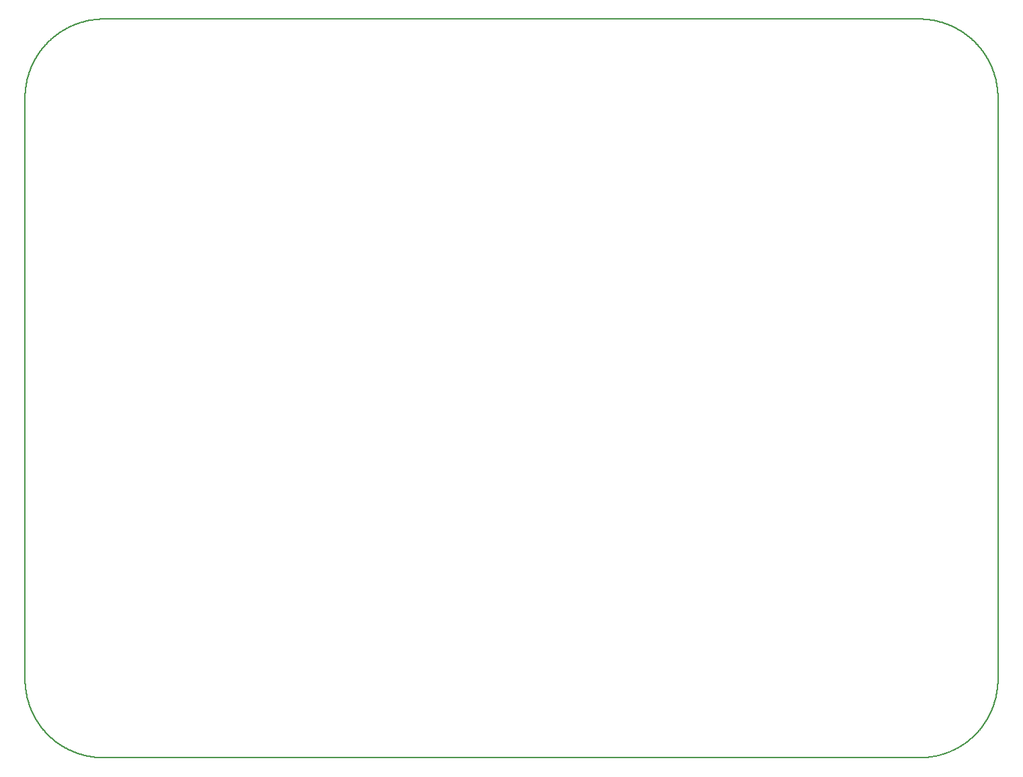
<source format=gm1>
G04 MADE WITH FRITZING*
G04 WWW.FRITZING.ORG*
G04 DOUBLE SIDED*
G04 HOLES PLATED*
G04 CONTOUR ON CENTER OF CONTOUR VECTOR*
%ASAXBY*%
%FSLAX23Y23*%
%MOIN*%
%OFA0B0*%
%SFA1.0B1.0*%
%ADD10C,0.008*%
%LNCONTOUR*%
G90*
G70*
G54D10*
X370Y3665D02*
X371Y3665D01*
X372Y3665D01*
X373Y3665D01*
X374Y3665D01*
X375Y3665D01*
X376Y3665D01*
X377Y3665D01*
X378Y3665D01*
X379Y3665D01*
X380Y3665D01*
X381Y3665D01*
X382Y3665D01*
X383Y3665D01*
X384Y3665D01*
X385Y3665D01*
X386Y3665D01*
X387Y3665D01*
X388Y3665D01*
X389Y3665D01*
X390Y3665D01*
X391Y3665D01*
X392Y3665D01*
X393Y3665D01*
X394Y3665D01*
X395Y3665D01*
X396Y3665D01*
X397Y3665D01*
X398Y3665D01*
X399Y3665D01*
X400Y3665D01*
X401Y3665D01*
X402Y3665D01*
X403Y3665D01*
X404Y3665D01*
X405Y3665D01*
X406Y3665D01*
X407Y3665D01*
X408Y3665D01*
X409Y3665D01*
X410Y3665D01*
X411Y3665D01*
X412Y3665D01*
X413Y3665D01*
X414Y3665D01*
X415Y3665D01*
X416Y3665D01*
X417Y3665D01*
X418Y3665D01*
X419Y3665D01*
X420Y3665D01*
X421Y3665D01*
X422Y3665D01*
X423Y3665D01*
X424Y3665D01*
X425Y3665D01*
X426Y3665D01*
X427Y3665D01*
X428Y3665D01*
X429Y3665D01*
X430Y3665D01*
X431Y3665D01*
X432Y3665D01*
X433Y3665D01*
X434Y3665D01*
X435Y3665D01*
X436Y3665D01*
X437Y3665D01*
X438Y3665D01*
X439Y3665D01*
X440Y3665D01*
X441Y3665D01*
X442Y3665D01*
X443Y3665D01*
X444Y3665D01*
X445Y3665D01*
X446Y3665D01*
X447Y3665D01*
X448Y3665D01*
X449Y3665D01*
X450Y3665D01*
X451Y3665D01*
X452Y3665D01*
X453Y3665D01*
X454Y3665D01*
X455Y3665D01*
X456Y3665D01*
X457Y3665D01*
X458Y3665D01*
X459Y3665D01*
X460Y3665D01*
X461Y3665D01*
X462Y3665D01*
X463Y3665D01*
X464Y3665D01*
X465Y3665D01*
X466Y3665D01*
X467Y3665D01*
X468Y3665D01*
X469Y3665D01*
X470Y3665D01*
X471Y3665D01*
X472Y3665D01*
X473Y3665D01*
X474Y3665D01*
X475Y3665D01*
X476Y3665D01*
X477Y3665D01*
X478Y3665D01*
X479Y3665D01*
X480Y3665D01*
X481Y3665D01*
X482Y3665D01*
X483Y3665D01*
X484Y3665D01*
X485Y3665D01*
X486Y3665D01*
X487Y3665D01*
X488Y3665D01*
X489Y3665D01*
X490Y3665D01*
X491Y3665D01*
X492Y3665D01*
X493Y3665D01*
X494Y3665D01*
X495Y3665D01*
X496Y3665D01*
X497Y3665D01*
X498Y3665D01*
X499Y3665D01*
X500Y3665D01*
X501Y3665D01*
X502Y3665D01*
X503Y3665D01*
X504Y3665D01*
X505Y3665D01*
X506Y3665D01*
X507Y3665D01*
X508Y3665D01*
X509Y3665D01*
X510Y3665D01*
X511Y3665D01*
X512Y3665D01*
X513Y3665D01*
X514Y3665D01*
X515Y3665D01*
X516Y3665D01*
X517Y3665D01*
X518Y3665D01*
X519Y3665D01*
X520Y3665D01*
X521Y3665D01*
X522Y3665D01*
X523Y3665D01*
X524Y3665D01*
X525Y3665D01*
X526Y3665D01*
X527Y3665D01*
X528Y3665D01*
X529Y3665D01*
X530Y3665D01*
X531Y3665D01*
X532Y3665D01*
X533Y3665D01*
X534Y3665D01*
X535Y3665D01*
X536Y3665D01*
X537Y3665D01*
X538Y3665D01*
X539Y3665D01*
X540Y3665D01*
X541Y3665D01*
X542Y3665D01*
X543Y3665D01*
X544Y3665D01*
X545Y3665D01*
X546Y3665D01*
X547Y3665D01*
X548Y3665D01*
X549Y3665D01*
X550Y3665D01*
X551Y3665D01*
X552Y3665D01*
X553Y3665D01*
X554Y3665D01*
X555Y3665D01*
X556Y3665D01*
X557Y3665D01*
X558Y3665D01*
X559Y3665D01*
X560Y3665D01*
X561Y3665D01*
X562Y3665D01*
X563Y3665D01*
X564Y3665D01*
X565Y3665D01*
X566Y3665D01*
X567Y3665D01*
X568Y3665D01*
X569Y3665D01*
X570Y3665D01*
X571Y3665D01*
X572Y3665D01*
X573Y3665D01*
X574Y3665D01*
X575Y3665D01*
X576Y3665D01*
X577Y3665D01*
X578Y3665D01*
X579Y3665D01*
X580Y3665D01*
X581Y3665D01*
X582Y3665D01*
X583Y3665D01*
X584Y3665D01*
X585Y3665D01*
X586Y3665D01*
X587Y3665D01*
X588Y3665D01*
X589Y3665D01*
X590Y3665D01*
X591Y3665D01*
X592Y3665D01*
X593Y3665D01*
X594Y3665D01*
X595Y3665D01*
X596Y3665D01*
X597Y3665D01*
X598Y3665D01*
X599Y3665D01*
X600Y3665D01*
X601Y3665D01*
X602Y3665D01*
X603Y3665D01*
X604Y3665D01*
X605Y3665D01*
X606Y3665D01*
X607Y3665D01*
X608Y3665D01*
X609Y3665D01*
X610Y3665D01*
X611Y3665D01*
X612Y3665D01*
X613Y3665D01*
X614Y3665D01*
X615Y3665D01*
X616Y3665D01*
X617Y3665D01*
X618Y3665D01*
X619Y3665D01*
X620Y3665D01*
X621Y3665D01*
X622Y3665D01*
X623Y3665D01*
X624Y3665D01*
X625Y3665D01*
X626Y3665D01*
X627Y3665D01*
X628Y3665D01*
X629Y3665D01*
X630Y3665D01*
X631Y3665D01*
X632Y3665D01*
X633Y3665D01*
X634Y3665D01*
X635Y3665D01*
X636Y3665D01*
X637Y3665D01*
X638Y3665D01*
X639Y3665D01*
X640Y3665D01*
X641Y3665D01*
X642Y3665D01*
X643Y3665D01*
X644Y3665D01*
X645Y3665D01*
X646Y3665D01*
X647Y3665D01*
X648Y3665D01*
X649Y3665D01*
X650Y3665D01*
X651Y3665D01*
X652Y3665D01*
X653Y3665D01*
X654Y3665D01*
X655Y3665D01*
X656Y3665D01*
X657Y3665D01*
X658Y3665D01*
X659Y3665D01*
X660Y3665D01*
X661Y3665D01*
X662Y3665D01*
X663Y3665D01*
X664Y3665D01*
X665Y3665D01*
X666Y3665D01*
X667Y3665D01*
X668Y3665D01*
X669Y3665D01*
X670Y3665D01*
X671Y3665D01*
X672Y3665D01*
X673Y3665D01*
X674Y3665D01*
X675Y3665D01*
X676Y3665D01*
X677Y3665D01*
X678Y3665D01*
X679Y3665D01*
X680Y3665D01*
X681Y3665D01*
X682Y3665D01*
X683Y3665D01*
X684Y3665D01*
X685Y3665D01*
X686Y3665D01*
X687Y3665D01*
X688Y3665D01*
X689Y3665D01*
X690Y3665D01*
X691Y3665D01*
X692Y3665D01*
X693Y3665D01*
X694Y3665D01*
X695Y3665D01*
X696Y3665D01*
X697Y3665D01*
X698Y3665D01*
X699Y3665D01*
X700Y3665D01*
X701Y3665D01*
X702Y3665D01*
X703Y3665D01*
X704Y3665D01*
X705Y3665D01*
X706Y3665D01*
X707Y3665D01*
X708Y3665D01*
X709Y3665D01*
X710Y3665D01*
X711Y3665D01*
X712Y3665D01*
X713Y3665D01*
X714Y3665D01*
X715Y3665D01*
X716Y3665D01*
X717Y3665D01*
X718Y3665D01*
X719Y3665D01*
X720Y3665D01*
X721Y3665D01*
X722Y3665D01*
X723Y3665D01*
X724Y3665D01*
X725Y3665D01*
X726Y3665D01*
X727Y3665D01*
X728Y3665D01*
X729Y3665D01*
X730Y3665D01*
X731Y3665D01*
X732Y3665D01*
X733Y3665D01*
X734Y3665D01*
X735Y3665D01*
X736Y3665D01*
X737Y3665D01*
X738Y3665D01*
X739Y3665D01*
X740Y3665D01*
X741Y3665D01*
X742Y3665D01*
X743Y3665D01*
X744Y3665D01*
X745Y3665D01*
X746Y3665D01*
X747Y3665D01*
X748Y3665D01*
X749Y3665D01*
X750Y3665D01*
X751Y3665D01*
X752Y3665D01*
X753Y3665D01*
X754Y3665D01*
X755Y3665D01*
X756Y3665D01*
X757Y3665D01*
X758Y3665D01*
X759Y3665D01*
X760Y3665D01*
X761Y3665D01*
X762Y3665D01*
X763Y3665D01*
X764Y3665D01*
X765Y3665D01*
X766Y3665D01*
X767Y3665D01*
X768Y3665D01*
X769Y3665D01*
X770Y3665D01*
X771Y3665D01*
X772Y3665D01*
X773Y3665D01*
X774Y3665D01*
X775Y3665D01*
X776Y3665D01*
X777Y3665D01*
X778Y3665D01*
X779Y3665D01*
X780Y3665D01*
X781Y3665D01*
X782Y3665D01*
X783Y3665D01*
X784Y3665D01*
X785Y3665D01*
X786Y3665D01*
X787Y3665D01*
X788Y3665D01*
X789Y3665D01*
X790Y3665D01*
X791Y3665D01*
X792Y3665D01*
X793Y3665D01*
X794Y3665D01*
X795Y3665D01*
X796Y3665D01*
X797Y3665D01*
X798Y3665D01*
X799Y3665D01*
X800Y3665D01*
X801Y3665D01*
X802Y3665D01*
X803Y3665D01*
X804Y3665D01*
X805Y3665D01*
X806Y3665D01*
X807Y3665D01*
X808Y3665D01*
X809Y3665D01*
X810Y3665D01*
X811Y3665D01*
X812Y3665D01*
X813Y3665D01*
X814Y3665D01*
X815Y3665D01*
X816Y3665D01*
X817Y3665D01*
X818Y3665D01*
X819Y3665D01*
X820Y3665D01*
X821Y3665D01*
X822Y3665D01*
X823Y3665D01*
X824Y3665D01*
X825Y3665D01*
X826Y3665D01*
X827Y3665D01*
X828Y3665D01*
X829Y3665D01*
X830Y3665D01*
X831Y3665D01*
X832Y3665D01*
X833Y3665D01*
X834Y3665D01*
X835Y3665D01*
X836Y3665D01*
X837Y3665D01*
X838Y3665D01*
X839Y3665D01*
X840Y3665D01*
X841Y3665D01*
X842Y3665D01*
X843Y3665D01*
X844Y3665D01*
X845Y3665D01*
X846Y3665D01*
X847Y3665D01*
X848Y3665D01*
X849Y3665D01*
X850Y3665D01*
X851Y3665D01*
X852Y3665D01*
X853Y3665D01*
X854Y3665D01*
X855Y3665D01*
X856Y3665D01*
X857Y3665D01*
X858Y3665D01*
X859Y3665D01*
X860Y3665D01*
X861Y3665D01*
X862Y3665D01*
X863Y3665D01*
X864Y3665D01*
X865Y3665D01*
X866Y3665D01*
X867Y3665D01*
X868Y3665D01*
X869Y3665D01*
X870Y3665D01*
X871Y3665D01*
X872Y3665D01*
X873Y3665D01*
X874Y3665D01*
X875Y3665D01*
X876Y3665D01*
X877Y3665D01*
X878Y3665D01*
X879Y3665D01*
X880Y3665D01*
X881Y3665D01*
X882Y3665D01*
X883Y3665D01*
X884Y3665D01*
X885Y3665D01*
X886Y3665D01*
X887Y3665D01*
X888Y3665D01*
X889Y3665D01*
X890Y3665D01*
X891Y3665D01*
X892Y3665D01*
X893Y3665D01*
X894Y3665D01*
X895Y3665D01*
X896Y3665D01*
X897Y3665D01*
X898Y3665D01*
X899Y3665D01*
X900Y3665D01*
X901Y3665D01*
X902Y3665D01*
X903Y3665D01*
X904Y3665D01*
X905Y3665D01*
X906Y3665D01*
X907Y3665D01*
X908Y3665D01*
X909Y3665D01*
X910Y3665D01*
X911Y3665D01*
X912Y3665D01*
X913Y3665D01*
X914Y3665D01*
X915Y3665D01*
X916Y3665D01*
X917Y3665D01*
X918Y3665D01*
X919Y3665D01*
X920Y3665D01*
X921Y3665D01*
X922Y3665D01*
X923Y3665D01*
X924Y3665D01*
X925Y3665D01*
X926Y3665D01*
X927Y3665D01*
X928Y3665D01*
X929Y3665D01*
X930Y3665D01*
X931Y3665D01*
X932Y3665D01*
X933Y3665D01*
X934Y3665D01*
X935Y3665D01*
X936Y3665D01*
X937Y3665D01*
X938Y3665D01*
X939Y3665D01*
X940Y3665D01*
X941Y3665D01*
X942Y3665D01*
X943Y3665D01*
X944Y3665D01*
X945Y3665D01*
X946Y3665D01*
X947Y3665D01*
X948Y3665D01*
X949Y3665D01*
X950Y3665D01*
X951Y3665D01*
X952Y3665D01*
X953Y3665D01*
X954Y3665D01*
X955Y3665D01*
X956Y3665D01*
X957Y3665D01*
X958Y3665D01*
X959Y3665D01*
X960Y3665D01*
X961Y3665D01*
X962Y3665D01*
X963Y3665D01*
X964Y3665D01*
X965Y3665D01*
X966Y3665D01*
X967Y3665D01*
X968Y3665D01*
X969Y3665D01*
X970Y3665D01*
X971Y3665D01*
X972Y3665D01*
X973Y3665D01*
X974Y3665D01*
X975Y3665D01*
X976Y3665D01*
X977Y3665D01*
X978Y3665D01*
X979Y3665D01*
X980Y3665D01*
X981Y3665D01*
X982Y3665D01*
X983Y3665D01*
X984Y3665D01*
X985Y3665D01*
X986Y3665D01*
X987Y3665D01*
X988Y3665D01*
X989Y3665D01*
X990Y3665D01*
X991Y3665D01*
X992Y3665D01*
X993Y3665D01*
X994Y3665D01*
X995Y3665D01*
X996Y3665D01*
X997Y3665D01*
X998Y3665D01*
X999Y3665D01*
X1000Y3665D01*
X1001Y3665D01*
X1002Y3665D01*
X1003Y3665D01*
X1004Y3665D01*
X1005Y3665D01*
X1006Y3665D01*
X1007Y3665D01*
X1008Y3665D01*
X1009Y3665D01*
X1010Y3665D01*
X1011Y3665D01*
X1012Y3665D01*
X1013Y3665D01*
X1014Y3665D01*
X1015Y3665D01*
X1016Y3665D01*
X1017Y3665D01*
X1018Y3665D01*
X1019Y3665D01*
X1020Y3665D01*
X1021Y3665D01*
X1022Y3665D01*
X1023Y3665D01*
X1024Y3665D01*
X1025Y3665D01*
X1026Y3665D01*
X1027Y3665D01*
X1028Y3665D01*
X1029Y3665D01*
X1030Y3665D01*
X1031Y3665D01*
X1032Y3665D01*
X1033Y3665D01*
X1034Y3665D01*
X1035Y3665D01*
X1036Y3665D01*
X1037Y3665D01*
X1038Y3665D01*
X1039Y3665D01*
X1040Y3665D01*
X1041Y3665D01*
X1042Y3665D01*
X1043Y3665D01*
X1044Y3665D01*
X1045Y3665D01*
X1046Y3665D01*
X1047Y3665D01*
X1048Y3665D01*
X1049Y3665D01*
X1050Y3665D01*
X1051Y3665D01*
X1052Y3665D01*
X1053Y3665D01*
X1054Y3665D01*
X1055Y3665D01*
X1056Y3665D01*
X1057Y3665D01*
X1058Y3665D01*
X1059Y3665D01*
X1060Y3665D01*
X1061Y3665D01*
X1062Y3665D01*
X1063Y3665D01*
X1064Y3665D01*
X1065Y3665D01*
X1066Y3665D01*
X1067Y3665D01*
X1068Y3665D01*
X1069Y3665D01*
X1070Y3665D01*
X1071Y3665D01*
X1072Y3665D01*
X1073Y3665D01*
X1074Y3665D01*
X1075Y3665D01*
X1076Y3665D01*
X1077Y3665D01*
X1078Y3665D01*
X1079Y3665D01*
X1080Y3665D01*
X1081Y3665D01*
X1082Y3665D01*
X1083Y3665D01*
X1084Y3665D01*
X1085Y3665D01*
X1086Y3665D01*
X1087Y3665D01*
X1088Y3665D01*
X1089Y3665D01*
X1090Y3665D01*
X1091Y3665D01*
X1092Y3665D01*
X1093Y3665D01*
X1094Y3665D01*
X1095Y3665D01*
X1096Y3665D01*
X1097Y3665D01*
X1098Y3665D01*
X1099Y3665D01*
X1100Y3665D01*
X1101Y3665D01*
X1102Y3665D01*
X1103Y3665D01*
X1104Y3665D01*
X1105Y3665D01*
X1106Y3665D01*
X1107Y3665D01*
X1108Y3665D01*
X1109Y3665D01*
X1110Y3665D01*
X1111Y3665D01*
X1112Y3665D01*
X1113Y3665D01*
X1114Y3665D01*
X1115Y3665D01*
X1116Y3665D01*
X1117Y3665D01*
X1118Y3665D01*
X1119Y3665D01*
X1120Y3665D01*
X1121Y3665D01*
X1122Y3665D01*
X1123Y3665D01*
X1124Y3665D01*
X1125Y3665D01*
X1126Y3665D01*
X1127Y3665D01*
X1128Y3665D01*
X1129Y3665D01*
X1130Y3665D01*
X1131Y3665D01*
X1132Y3665D01*
X1133Y3665D01*
X1134Y3665D01*
X1135Y3665D01*
X1136Y3665D01*
X1137Y3665D01*
X1138Y3665D01*
X1139Y3665D01*
X1140Y3665D01*
X1141Y3665D01*
X1142Y3665D01*
X1143Y3665D01*
X1144Y3665D01*
X1145Y3665D01*
X1146Y3665D01*
X1147Y3665D01*
X1148Y3665D01*
X1149Y3665D01*
X1150Y3665D01*
X1151Y3665D01*
X1152Y3665D01*
X1153Y3665D01*
X1154Y3665D01*
X1155Y3665D01*
X1156Y3665D01*
X1157Y3665D01*
X1158Y3665D01*
X1159Y3665D01*
X1160Y3665D01*
X1161Y3665D01*
X1162Y3665D01*
X1163Y3665D01*
X1164Y3665D01*
X1165Y3665D01*
X1166Y3665D01*
X1167Y3665D01*
X1168Y3665D01*
X1169Y3665D01*
X1170Y3665D01*
X1171Y3665D01*
X1172Y3665D01*
X1173Y3665D01*
X1174Y3665D01*
X1175Y3665D01*
X1176Y3665D01*
X1177Y3665D01*
X1178Y3665D01*
X1179Y3665D01*
X1180Y3665D01*
X1181Y3665D01*
X1182Y3665D01*
X1183Y3665D01*
X1184Y3665D01*
X1185Y3665D01*
X1186Y3665D01*
X1187Y3665D01*
X1188Y3665D01*
X1189Y3665D01*
X1190Y3665D01*
X1191Y3665D01*
X1192Y3665D01*
X1193Y3665D01*
X1194Y3665D01*
X1195Y3665D01*
X1196Y3665D01*
X1197Y3665D01*
X1198Y3665D01*
X1199Y3665D01*
X1200Y3665D01*
X1201Y3665D01*
X1202Y3665D01*
X1203Y3665D01*
X1204Y3665D01*
X1205Y3665D01*
X1206Y3665D01*
X1207Y3665D01*
X1208Y3665D01*
X1209Y3665D01*
X1210Y3665D01*
X1211Y3665D01*
X1212Y3665D01*
X1213Y3665D01*
X1214Y3665D01*
X1215Y3665D01*
X1216Y3665D01*
X1217Y3665D01*
X1218Y3665D01*
X1219Y3665D01*
X1220Y3665D01*
X1221Y3665D01*
X1222Y3665D01*
X1223Y3665D01*
X1224Y3665D01*
X1225Y3665D01*
X1226Y3665D01*
X1227Y3665D01*
X1228Y3665D01*
X1229Y3665D01*
X1230Y3665D01*
X1231Y3665D01*
X1232Y3665D01*
X1233Y3665D01*
X1234Y3665D01*
X1235Y3665D01*
X1236Y3665D01*
X1237Y3665D01*
X1238Y3665D01*
X1239Y3665D01*
X1240Y3665D01*
X1241Y3665D01*
X1242Y3665D01*
X1243Y3665D01*
X1244Y3665D01*
X1245Y3665D01*
X1246Y3665D01*
X1247Y3665D01*
X1248Y3665D01*
X1249Y3665D01*
X1250Y3665D01*
X1251Y3665D01*
X1252Y3665D01*
X1253Y3665D01*
X1254Y3665D01*
X1255Y3665D01*
X1256Y3665D01*
X1257Y3665D01*
X1258Y3665D01*
X1259Y3665D01*
X1260Y3665D01*
X1261Y3665D01*
X1262Y3665D01*
X1263Y3665D01*
X1264Y3665D01*
X1265Y3665D01*
X1266Y3665D01*
X1267Y3665D01*
X1268Y3665D01*
X1269Y3665D01*
X1270Y3665D01*
X1271Y3665D01*
X1272Y3665D01*
X1273Y3665D01*
X1274Y3665D01*
X1275Y3665D01*
X1276Y3665D01*
X1277Y3665D01*
X1278Y3665D01*
X1279Y3665D01*
X1280Y3665D01*
X1281Y3665D01*
X1282Y3665D01*
X1283Y3665D01*
X1284Y3665D01*
X1285Y3665D01*
X1286Y3665D01*
X1287Y3665D01*
X1288Y3665D01*
X1289Y3665D01*
X1290Y3665D01*
X1291Y3665D01*
X1292Y3665D01*
X1293Y3665D01*
X1294Y3665D01*
X1295Y3665D01*
X1296Y3665D01*
X1297Y3665D01*
X1298Y3665D01*
X1299Y3665D01*
X1300Y3665D01*
X1301Y3665D01*
X1302Y3665D01*
X1303Y3665D01*
X1304Y3665D01*
X1305Y3665D01*
X1306Y3665D01*
X1307Y3665D01*
X1308Y3665D01*
X1309Y3665D01*
X1310Y3665D01*
X1311Y3665D01*
X1312Y3665D01*
X1313Y3665D01*
X1314Y3665D01*
X1315Y3665D01*
X1316Y3665D01*
X1317Y3665D01*
X1318Y3665D01*
X1319Y3665D01*
X1320Y3665D01*
X1321Y3665D01*
X1322Y3665D01*
X1323Y3665D01*
X1324Y3665D01*
X1325Y3665D01*
X1326Y3665D01*
X1327Y3665D01*
X1328Y3665D01*
X1329Y3665D01*
X1330Y3665D01*
X1331Y3665D01*
X1332Y3665D01*
X1333Y3665D01*
X1334Y3665D01*
X1335Y3665D01*
X1336Y3665D01*
X1337Y3665D01*
X1338Y3665D01*
X1339Y3665D01*
X1340Y3665D01*
X1341Y3665D01*
X1342Y3665D01*
X1343Y3665D01*
X1344Y3665D01*
X1345Y3665D01*
X1346Y3665D01*
X1347Y3665D01*
X1348Y3665D01*
X1349Y3665D01*
X1350Y3665D01*
X1351Y3665D01*
X1352Y3665D01*
X1353Y3665D01*
X1354Y3665D01*
X1355Y3665D01*
X1356Y3665D01*
X1357Y3665D01*
X1358Y3665D01*
X1359Y3665D01*
X1360Y3665D01*
X1361Y3665D01*
X1362Y3665D01*
X1363Y3665D01*
X1364Y3665D01*
X1365Y3665D01*
X1366Y3665D01*
X1367Y3665D01*
X1368Y3665D01*
X1369Y3665D01*
X1370Y3665D01*
X1371Y3665D01*
X1372Y3665D01*
X1373Y3665D01*
X1374Y3665D01*
X1375Y3665D01*
X1376Y3665D01*
X1377Y3665D01*
X1378Y3665D01*
X1379Y3665D01*
X1380Y3665D01*
X1381Y3665D01*
X1382Y3665D01*
X1383Y3665D01*
X1384Y3665D01*
X1385Y3665D01*
X1386Y3665D01*
X1387Y3665D01*
X1388Y3665D01*
X1389Y3665D01*
X1390Y3665D01*
X1391Y3665D01*
X1392Y3665D01*
X1393Y3665D01*
X1394Y3665D01*
X1395Y3665D01*
X1396Y3665D01*
X1397Y3665D01*
X1398Y3665D01*
X1399Y3665D01*
X1400Y3665D01*
X1401Y3665D01*
X1402Y3665D01*
X1403Y3665D01*
X1404Y3665D01*
X1405Y3665D01*
X1406Y3665D01*
X1407Y3665D01*
X1408Y3665D01*
X1409Y3665D01*
X1410Y3665D01*
X1411Y3665D01*
X1412Y3665D01*
X1413Y3665D01*
X1414Y3665D01*
X1415Y3665D01*
X1416Y3665D01*
X1417Y3665D01*
X1418Y3665D01*
X1419Y3665D01*
X1420Y3665D01*
X1421Y3665D01*
X1422Y3665D01*
X1423Y3665D01*
X1424Y3665D01*
X1425Y3665D01*
X1426Y3665D01*
X1427Y3665D01*
X1428Y3665D01*
X1429Y3665D01*
X1430Y3665D01*
X1431Y3665D01*
X1432Y3665D01*
X1433Y3665D01*
X1434Y3665D01*
X1435Y3665D01*
X1436Y3665D01*
X1437Y3665D01*
X1438Y3665D01*
X1439Y3665D01*
X1440Y3665D01*
X1441Y3665D01*
X1442Y3665D01*
X1443Y3665D01*
X1444Y3665D01*
X1445Y3665D01*
X1446Y3665D01*
X1447Y3665D01*
X1448Y3665D01*
X1449Y3665D01*
X1450Y3665D01*
X1451Y3665D01*
X1452Y3665D01*
X1453Y3665D01*
X1454Y3665D01*
X1455Y3665D01*
X1456Y3665D01*
X1457Y3665D01*
X1458Y3665D01*
X1459Y3665D01*
X1460Y3665D01*
X1461Y3665D01*
X1462Y3665D01*
X1463Y3665D01*
X1464Y3665D01*
X1465Y3665D01*
X1466Y3665D01*
X1467Y3665D01*
X1468Y3665D01*
X1469Y3665D01*
X1470Y3665D01*
X1471Y3665D01*
X1472Y3665D01*
X1473Y3665D01*
X1474Y3665D01*
X1475Y3665D01*
X1476Y3665D01*
X1477Y3665D01*
X1478Y3665D01*
X1479Y3665D01*
X1480Y3665D01*
X1481Y3665D01*
X1482Y3665D01*
X1483Y3665D01*
X1484Y3665D01*
X1485Y3665D01*
X1486Y3665D01*
X1487Y3665D01*
X1488Y3665D01*
X1489Y3665D01*
X1490Y3665D01*
X1491Y3665D01*
X1492Y3665D01*
X1493Y3665D01*
X1494Y3665D01*
X1495Y3665D01*
X1496Y3665D01*
X1497Y3665D01*
X1498Y3665D01*
X1499Y3665D01*
X1500Y3665D01*
X1501Y3665D01*
X1502Y3665D01*
X1503Y3665D01*
X1504Y3665D01*
X1505Y3665D01*
X1506Y3665D01*
X1507Y3665D01*
X1508Y3665D01*
X1509Y3665D01*
X1510Y3665D01*
X1511Y3665D01*
X1512Y3665D01*
X1513Y3665D01*
X1514Y3665D01*
X1515Y3665D01*
X1516Y3665D01*
X1517Y3665D01*
X1518Y3665D01*
X1519Y3665D01*
X1520Y3665D01*
X1521Y3665D01*
X1522Y3665D01*
X1523Y3665D01*
X1524Y3665D01*
X1525Y3665D01*
X1526Y3665D01*
X1527Y3665D01*
X1528Y3665D01*
X1529Y3665D01*
X1530Y3665D01*
X1531Y3665D01*
X1532Y3665D01*
X1533Y3665D01*
X1534Y3665D01*
X1535Y3665D01*
X1536Y3665D01*
X1537Y3665D01*
X1538Y3665D01*
X1539Y3665D01*
X1540Y3665D01*
X1541Y3665D01*
X1542Y3665D01*
X1543Y3665D01*
X1544Y3665D01*
X1545Y3665D01*
X1546Y3665D01*
X1547Y3665D01*
X1548Y3665D01*
X1549Y3665D01*
X1550Y3665D01*
X1551Y3665D01*
X1552Y3665D01*
X1553Y3665D01*
X1554Y3665D01*
X1555Y3665D01*
X1556Y3665D01*
X1557Y3665D01*
X1558Y3665D01*
X1559Y3665D01*
X1560Y3665D01*
X1561Y3665D01*
X1562Y3665D01*
X1563Y3665D01*
X1564Y3665D01*
X1565Y3665D01*
X1566Y3665D01*
X1567Y3665D01*
X1568Y3665D01*
X1569Y3665D01*
X1570Y3665D01*
X1571Y3665D01*
X1572Y3665D01*
X1573Y3665D01*
X1574Y3665D01*
X1575Y3665D01*
X1576Y3665D01*
X1577Y3665D01*
X1578Y3665D01*
X1579Y3665D01*
X1580Y3665D01*
X1581Y3665D01*
X1582Y3665D01*
X1583Y3665D01*
X1584Y3665D01*
X1585Y3665D01*
X1586Y3665D01*
X1587Y3665D01*
X1588Y3665D01*
X1589Y3665D01*
X1590Y3665D01*
X1591Y3665D01*
X1592Y3665D01*
X1593Y3665D01*
X1594Y3665D01*
X1595Y3665D01*
X1596Y3665D01*
X1597Y3665D01*
X1598Y3665D01*
X1599Y3665D01*
X1600Y3665D01*
X1601Y3665D01*
X1602Y3665D01*
X1603Y3665D01*
X1604Y3665D01*
X1605Y3665D01*
X1606Y3665D01*
X1607Y3665D01*
X1608Y3665D01*
X1609Y3665D01*
X1610Y3665D01*
X1611Y3665D01*
X1612Y3665D01*
X1613Y3665D01*
X1614Y3665D01*
X1615Y3665D01*
X1616Y3665D01*
X1617Y3665D01*
X1618Y3665D01*
X1619Y3665D01*
X1620Y3665D01*
X1621Y3665D01*
X1622Y3665D01*
X1623Y3665D01*
X1624Y3665D01*
X1625Y3665D01*
X1626Y3665D01*
X1627Y3665D01*
X1628Y3665D01*
X1629Y3665D01*
X1630Y3665D01*
X1631Y3665D01*
X1632Y3665D01*
X1633Y3665D01*
X1634Y3665D01*
X1635Y3665D01*
X1636Y3665D01*
X1637Y3665D01*
X1638Y3665D01*
X1639Y3665D01*
X1640Y3665D01*
X1641Y3665D01*
X1642Y3665D01*
X1643Y3665D01*
X1644Y3665D01*
X1645Y3665D01*
X1646Y3665D01*
X1647Y3665D01*
X1648Y3665D01*
X1649Y3665D01*
X1650Y3665D01*
X1651Y3665D01*
X1652Y3665D01*
X1653Y3665D01*
X1654Y3665D01*
X1655Y3665D01*
X1656Y3665D01*
X1657Y3665D01*
X1658Y3665D01*
X1659Y3665D01*
X1660Y3665D01*
X1661Y3665D01*
X1662Y3665D01*
X1663Y3665D01*
X1664Y3665D01*
X1665Y3665D01*
X1666Y3665D01*
X1667Y3665D01*
X1668Y3665D01*
X1669Y3665D01*
X1670Y3665D01*
X1671Y3665D01*
X1672Y3665D01*
X1673Y3665D01*
X1674Y3665D01*
X1675Y3665D01*
X1676Y3665D01*
X1677Y3665D01*
X1678Y3665D01*
X1679Y3665D01*
X1680Y3665D01*
X1681Y3665D01*
X1682Y3665D01*
X1683Y3665D01*
X1684Y3665D01*
X1685Y3665D01*
X1686Y3665D01*
X1687Y3665D01*
X1688Y3665D01*
X1689Y3665D01*
X1690Y3665D01*
X1691Y3665D01*
X1692Y3665D01*
X1693Y3665D01*
X1694Y3665D01*
X1695Y3665D01*
X1696Y3665D01*
X1697Y3665D01*
X1698Y3665D01*
X1699Y3665D01*
X1700Y3665D01*
X1701Y3665D01*
X1702Y3665D01*
X1703Y3665D01*
X1704Y3665D01*
X1705Y3665D01*
X1706Y3665D01*
X1707Y3665D01*
X1708Y3665D01*
X1709Y3665D01*
X1710Y3665D01*
X1711Y3665D01*
X1712Y3665D01*
X1713Y3665D01*
X1714Y3665D01*
X1715Y3665D01*
X1716Y3665D01*
X1717Y3665D01*
X1718Y3665D01*
X1719Y3665D01*
X1720Y3665D01*
X1721Y3665D01*
X1722Y3665D01*
X1723Y3665D01*
X1724Y3665D01*
X1725Y3665D01*
X1726Y3665D01*
X1727Y3665D01*
X1728Y3665D01*
X1729Y3665D01*
X1730Y3665D01*
X1731Y3665D01*
X1732Y3665D01*
X1733Y3665D01*
X1734Y3665D01*
X1735Y3665D01*
X1736Y3665D01*
X1737Y3665D01*
X1738Y3665D01*
X1739Y3665D01*
X1740Y3665D01*
X1741Y3665D01*
X1742Y3665D01*
X1743Y3665D01*
X1744Y3665D01*
X1745Y3665D01*
X1746Y3665D01*
X1747Y3665D01*
X1748Y3665D01*
X1749Y3665D01*
X1750Y3665D01*
X1751Y3665D01*
X1752Y3665D01*
X1753Y3665D01*
X1754Y3665D01*
X1755Y3665D01*
X1756Y3665D01*
X1757Y3665D01*
X1758Y3665D01*
X1759Y3665D01*
X1760Y3665D01*
X1761Y3665D01*
X1762Y3665D01*
X1763Y3665D01*
X1764Y3665D01*
X1765Y3665D01*
X1766Y3665D01*
X1767Y3665D01*
X1768Y3665D01*
X1769Y3665D01*
X1770Y3665D01*
X1771Y3665D01*
X1772Y3665D01*
X1773Y3665D01*
X1774Y3665D01*
X1775Y3665D01*
X1776Y3665D01*
X1777Y3665D01*
X1778Y3665D01*
X1779Y3665D01*
X1780Y3665D01*
X1781Y3665D01*
X1782Y3665D01*
X1783Y3665D01*
X1784Y3665D01*
X1785Y3665D01*
X1786Y3665D01*
X1787Y3665D01*
X1788Y3665D01*
X1789Y3665D01*
X1790Y3665D01*
X1791Y3665D01*
X1792Y3665D01*
X1793Y3665D01*
X1794Y3665D01*
X1795Y3665D01*
X1796Y3665D01*
X1797Y3665D01*
X1798Y3665D01*
X1799Y3665D01*
X1800Y3665D01*
X1801Y3665D01*
X1802Y3665D01*
X1803Y3665D01*
X1804Y3665D01*
X1805Y3665D01*
X1806Y3665D01*
X1807Y3665D01*
X1808Y3665D01*
X1809Y3665D01*
X1810Y3665D01*
X1811Y3665D01*
X1812Y3665D01*
X1813Y3665D01*
X1814Y3665D01*
X1815Y3665D01*
X1816Y3665D01*
X1817Y3665D01*
X1818Y3665D01*
X1819Y3665D01*
X1820Y3665D01*
X1821Y3665D01*
X1822Y3665D01*
X1823Y3665D01*
X1824Y3665D01*
X1825Y3665D01*
X1826Y3665D01*
X1827Y3665D01*
X1828Y3665D01*
X1829Y3665D01*
X1830Y3665D01*
X1831Y3665D01*
X1832Y3665D01*
X1833Y3665D01*
X1834Y3665D01*
X1835Y3665D01*
X1836Y3665D01*
X1837Y3665D01*
X1838Y3665D01*
X1839Y3665D01*
X1840Y3665D01*
X1841Y3665D01*
X1842Y3665D01*
X1843Y3665D01*
X1844Y3665D01*
X1845Y3665D01*
X1846Y3665D01*
X1847Y3665D01*
X1848Y3665D01*
X1849Y3665D01*
X1850Y3665D01*
X1851Y3665D01*
X1852Y3665D01*
X1853Y3665D01*
X1854Y3665D01*
X1855Y3665D01*
X1856Y3665D01*
X1857Y3665D01*
X1858Y3665D01*
X1859Y3665D01*
X1860Y3665D01*
X1861Y3665D01*
X1862Y3665D01*
X1863Y3665D01*
X1864Y3665D01*
X1865Y3665D01*
X1866Y3665D01*
X1867Y3665D01*
X1868Y3665D01*
X1869Y3665D01*
X1870Y3665D01*
X1871Y3665D01*
X1872Y3665D01*
X1873Y3665D01*
X1874Y3665D01*
X1875Y3665D01*
X1876Y3665D01*
X1877Y3665D01*
X1878Y3665D01*
X1879Y3665D01*
X1880Y3665D01*
X1881Y3665D01*
X1882Y3665D01*
X1883Y3665D01*
X1884Y3665D01*
X1885Y3665D01*
X1886Y3665D01*
X1887Y3665D01*
X1888Y3665D01*
X1889Y3665D01*
X1890Y3665D01*
X1891Y3665D01*
X1892Y3665D01*
X1893Y3665D01*
X1894Y3665D01*
X1895Y3665D01*
X1896Y3665D01*
X1897Y3665D01*
X1898Y3665D01*
X1899Y3665D01*
X1900Y3665D01*
X1901Y3665D01*
X1902Y3665D01*
X1903Y3665D01*
X1904Y3665D01*
X1905Y3665D01*
X1906Y3665D01*
X1907Y3665D01*
X1908Y3665D01*
X1909Y3665D01*
X1910Y3665D01*
X1911Y3665D01*
X1912Y3665D01*
X1913Y3665D01*
X1914Y3665D01*
X1915Y3665D01*
X1916Y3665D01*
X1917Y3665D01*
X1918Y3665D01*
X1919Y3665D01*
X1920Y3665D01*
X1921Y3665D01*
X1922Y3665D01*
X1923Y3665D01*
X1924Y3665D01*
X1925Y3665D01*
X1926Y3665D01*
X1927Y3665D01*
X1928Y3665D01*
X1929Y3665D01*
X1930Y3665D01*
X1931Y3665D01*
X1932Y3665D01*
X1933Y3665D01*
X1934Y3665D01*
X1935Y3665D01*
X1936Y3665D01*
X1937Y3665D01*
X1938Y3665D01*
X1939Y3665D01*
X1940Y3665D01*
X1941Y3665D01*
X1942Y3665D01*
X1943Y3665D01*
X1944Y3665D01*
X1945Y3665D01*
X1946Y3665D01*
X1947Y3665D01*
X1948Y3665D01*
X1949Y3665D01*
X1950Y3665D01*
X1951Y3665D01*
X1952Y3665D01*
X1953Y3665D01*
X1954Y3665D01*
X1955Y3665D01*
X1956Y3665D01*
X1957Y3665D01*
X1958Y3665D01*
X1959Y3665D01*
X1960Y3665D01*
X1961Y3665D01*
X1962Y3665D01*
X1963Y3665D01*
X1964Y3665D01*
X1965Y3665D01*
X1966Y3665D01*
X1967Y3665D01*
X1968Y3665D01*
X1969Y3665D01*
X1970Y3665D01*
X1971Y3665D01*
X1972Y3665D01*
X1973Y3665D01*
X1974Y3665D01*
X1975Y3665D01*
X1976Y3665D01*
X1977Y3665D01*
X1978Y3665D01*
X1979Y3665D01*
X1980Y3665D01*
X1981Y3665D01*
X1982Y3665D01*
X1983Y3665D01*
X1984Y3665D01*
X1985Y3665D01*
X1986Y3665D01*
X1987Y3665D01*
X1988Y3665D01*
X1989Y3665D01*
X1990Y3665D01*
X1991Y3665D01*
X1992Y3665D01*
X1993Y3665D01*
X1994Y3665D01*
X1995Y3665D01*
X1996Y3665D01*
X1997Y3665D01*
X1998Y3665D01*
X1999Y3665D01*
X2000Y3665D01*
X2001Y3665D01*
X2002Y3665D01*
X2003Y3665D01*
X2004Y3665D01*
X2005Y3665D01*
X2006Y3665D01*
X2007Y3665D01*
X2008Y3665D01*
X2009Y3665D01*
X2010Y3665D01*
X2011Y3665D01*
X2012Y3665D01*
X2013Y3665D01*
X2014Y3665D01*
X2015Y3665D01*
X2016Y3665D01*
X2017Y3665D01*
X2018Y3665D01*
X2019Y3665D01*
X2020Y3665D01*
X2021Y3665D01*
X2022Y3665D01*
X2023Y3665D01*
X2024Y3665D01*
X2025Y3665D01*
X2026Y3665D01*
X2027Y3665D01*
X2028Y3665D01*
X2029Y3665D01*
X2030Y3665D01*
X2031Y3665D01*
X2032Y3665D01*
X2033Y3665D01*
X2034Y3665D01*
X2035Y3665D01*
X2036Y3665D01*
X2037Y3665D01*
X2038Y3665D01*
X2039Y3665D01*
X2040Y3665D01*
X2041Y3665D01*
X2042Y3665D01*
X2043Y3665D01*
X2044Y3665D01*
X2045Y3665D01*
X2046Y3665D01*
X2047Y3665D01*
X2048Y3665D01*
X2049Y3665D01*
X2050Y3665D01*
X2051Y3665D01*
X2052Y3665D01*
X2053Y3665D01*
X2054Y3665D01*
X2055Y3665D01*
X2056Y3665D01*
X2057Y3665D01*
X2058Y3665D01*
X2059Y3665D01*
X2060Y3665D01*
X2061Y3665D01*
X2062Y3665D01*
X2063Y3665D01*
X2064Y3665D01*
X2065Y3665D01*
X2066Y3665D01*
X2067Y3665D01*
X2068Y3665D01*
X2069Y3665D01*
X2070Y3665D01*
X2071Y3665D01*
X2072Y3665D01*
X2073Y3665D01*
X2074Y3665D01*
X2075Y3665D01*
X2076Y3665D01*
X2077Y3665D01*
X2078Y3665D01*
X2079Y3665D01*
X2080Y3665D01*
X2081Y3665D01*
X2082Y3665D01*
X2083Y3665D01*
X2084Y3665D01*
X2085Y3665D01*
X2086Y3665D01*
X2087Y3665D01*
X2088Y3665D01*
X2089Y3665D01*
X2090Y3665D01*
X2091Y3665D01*
X2092Y3665D01*
X2093Y3665D01*
X2094Y3665D01*
X2095Y3665D01*
X2096Y3665D01*
X2097Y3665D01*
X2098Y3665D01*
X2099Y3665D01*
X2100Y3665D01*
X2101Y3665D01*
X2102Y3665D01*
X2103Y3665D01*
X2104Y3665D01*
X2105Y3665D01*
X2106Y3665D01*
X2107Y3665D01*
X2108Y3665D01*
X2109Y3665D01*
X2110Y3665D01*
X2111Y3665D01*
X2112Y3665D01*
X2113Y3665D01*
X2114Y3665D01*
X2115Y3665D01*
X2116Y3665D01*
X2117Y3665D01*
X2118Y3665D01*
X2119Y3665D01*
X2120Y3665D01*
X2121Y3665D01*
X2122Y3665D01*
X2123Y3665D01*
X2124Y3665D01*
X2125Y3665D01*
X2126Y3665D01*
X2127Y3665D01*
X2128Y3665D01*
X2129Y3665D01*
X2130Y3665D01*
X2131Y3665D01*
X2132Y3665D01*
X2133Y3665D01*
X2134Y3665D01*
X2135Y3665D01*
X2136Y3665D01*
X2137Y3665D01*
X2138Y3665D01*
X2139Y3665D01*
X2140Y3665D01*
X2141Y3665D01*
X2142Y3665D01*
X2143Y3665D01*
X2144Y3665D01*
X2145Y3665D01*
X2146Y3665D01*
X2147Y3665D01*
X2148Y3665D01*
X2149Y3665D01*
X2150Y3665D01*
X2151Y3665D01*
X2152Y3665D01*
X2153Y3665D01*
X2154Y3665D01*
X2155Y3665D01*
X2156Y3665D01*
X2157Y3665D01*
X2158Y3665D01*
X2159Y3665D01*
X2160Y3665D01*
X2161Y3665D01*
X2162Y3665D01*
X2163Y3665D01*
X2164Y3665D01*
X2165Y3665D01*
X2166Y3665D01*
X2167Y3665D01*
X2168Y3665D01*
X2169Y3665D01*
X2170Y3665D01*
X2171Y3665D01*
X2172Y3665D01*
X2173Y3665D01*
X2174Y3665D01*
X2175Y3665D01*
X2176Y3665D01*
X2177Y3665D01*
X2178Y3665D01*
X2179Y3665D01*
X2180Y3665D01*
X2181Y3665D01*
X2182Y3665D01*
X2183Y3665D01*
X2184Y3665D01*
X2185Y3665D01*
X2186Y3665D01*
X2187Y3665D01*
X2188Y3665D01*
X2189Y3665D01*
X2190Y3665D01*
X2191Y3665D01*
X2192Y3665D01*
X2193Y3665D01*
X2194Y3665D01*
X2195Y3665D01*
X2196Y3665D01*
X2197Y3665D01*
X2198Y3665D01*
X2199Y3665D01*
X2200Y3665D01*
X2201Y3665D01*
X2202Y3665D01*
X2203Y3665D01*
X2204Y3665D01*
X2205Y3665D01*
X2206Y3665D01*
X2207Y3665D01*
X2208Y3665D01*
X2209Y3665D01*
X2210Y3665D01*
X2211Y3665D01*
X2212Y3665D01*
X2213Y3665D01*
X2214Y3665D01*
X2215Y3665D01*
X2216Y3665D01*
X2217Y3665D01*
X2218Y3665D01*
X2219Y3665D01*
X2220Y3665D01*
X2221Y3665D01*
X2222Y3665D01*
X2223Y3665D01*
X2224Y3665D01*
X2225Y3665D01*
X2226Y3665D01*
X2227Y3665D01*
X2228Y3665D01*
X2229Y3665D01*
X2230Y3665D01*
X2231Y3665D01*
X2232Y3665D01*
X2233Y3665D01*
X2234Y3665D01*
X2235Y3665D01*
X2236Y3665D01*
X2237Y3665D01*
X2238Y3665D01*
X2239Y3665D01*
X2240Y3665D01*
X2241Y3665D01*
X2242Y3665D01*
X2243Y3665D01*
X2244Y3665D01*
X2245Y3665D01*
X2246Y3665D01*
X2247Y3665D01*
X2248Y3665D01*
X2249Y3665D01*
X2250Y3665D01*
X2251Y3665D01*
X2252Y3665D01*
X2253Y3665D01*
X2254Y3665D01*
X2255Y3665D01*
X2256Y3665D01*
X2257Y3665D01*
X2258Y3665D01*
X2259Y3665D01*
X2260Y3665D01*
X2261Y3665D01*
X2262Y3665D01*
X2263Y3665D01*
X2264Y3665D01*
X2265Y3665D01*
X2266Y3665D01*
X2267Y3665D01*
X2268Y3665D01*
X2269Y3665D01*
X2270Y3665D01*
X2271Y3665D01*
X2272Y3665D01*
X2273Y3665D01*
X2274Y3665D01*
X2275Y3665D01*
X2276Y3665D01*
X2277Y3665D01*
X2278Y3665D01*
X2279Y3665D01*
X2280Y3665D01*
X2281Y3665D01*
X2282Y3665D01*
X2283Y3665D01*
X2284Y3665D01*
X2285Y3665D01*
X2286Y3665D01*
X2287Y3665D01*
X2288Y3665D01*
X2289Y3665D01*
X2290Y3665D01*
X2291Y3665D01*
X2292Y3665D01*
X2293Y3665D01*
X2294Y3665D01*
X2295Y3665D01*
X2296Y3665D01*
X2297Y3665D01*
X2298Y3665D01*
X2299Y3665D01*
X2300Y3665D01*
X2301Y3665D01*
X2302Y3665D01*
X2303Y3665D01*
X2304Y3665D01*
X2305Y3665D01*
X2306Y3665D01*
X2307Y3665D01*
X2308Y3665D01*
X2309Y3665D01*
X2310Y3665D01*
X2311Y3665D01*
X2312Y3665D01*
X2313Y3665D01*
X2314Y3665D01*
X2315Y3665D01*
X2316Y3665D01*
X2317Y3665D01*
X2318Y3665D01*
X2319Y3665D01*
X2320Y3665D01*
X2321Y3665D01*
X2322Y3665D01*
X2323Y3665D01*
X2324Y3665D01*
X2325Y3665D01*
X2326Y3665D01*
X2327Y3665D01*
X2328Y3665D01*
X2329Y3665D01*
X2330Y3665D01*
X2331Y3665D01*
X2332Y3665D01*
X2333Y3665D01*
X2334Y3665D01*
X2335Y3665D01*
X2336Y3665D01*
X2337Y3665D01*
X2338Y3665D01*
X2339Y3665D01*
X2340Y3665D01*
X2341Y3665D01*
X2342Y3665D01*
X2343Y3665D01*
X2344Y3665D01*
X2345Y3665D01*
X2346Y3665D01*
X2347Y3665D01*
X2348Y3665D01*
X2349Y3665D01*
X2350Y3665D01*
X2351Y3665D01*
X2352Y3665D01*
X2353Y3665D01*
X2354Y3665D01*
X2355Y3665D01*
X2356Y3665D01*
X2357Y3665D01*
X2358Y3665D01*
X2359Y3665D01*
X2360Y3665D01*
X2361Y3665D01*
X2362Y3665D01*
X2363Y3665D01*
X2364Y3665D01*
X2365Y3665D01*
X2366Y3665D01*
X2367Y3665D01*
X2368Y3665D01*
X2369Y3665D01*
X2370Y3665D01*
X2371Y3665D01*
X2372Y3665D01*
X2373Y3665D01*
X2374Y3665D01*
X2375Y3665D01*
X2376Y3665D01*
X2377Y3665D01*
X2378Y3665D01*
X2379Y3665D01*
X2380Y3665D01*
X2381Y3665D01*
X2382Y3665D01*
X2383Y3665D01*
X2384Y3665D01*
X2385Y3665D01*
X2386Y3665D01*
X2387Y3665D01*
X2388Y3665D01*
X2389Y3665D01*
X2390Y3665D01*
X2391Y3665D01*
X2392Y3665D01*
X2393Y3665D01*
X2394Y3665D01*
X2395Y3665D01*
X2396Y3665D01*
X2397Y3665D01*
X2398Y3665D01*
X2399Y3665D01*
X2400Y3665D01*
X2401Y3665D01*
X2402Y3665D01*
X2403Y3665D01*
X2404Y3665D01*
X2405Y3665D01*
X2406Y3665D01*
X2407Y3665D01*
X2408Y3665D01*
X2409Y3665D01*
X2410Y3665D01*
X2411Y3665D01*
X2412Y3665D01*
X2413Y3665D01*
X2414Y3665D01*
X2415Y3665D01*
X2416Y3665D01*
X2417Y3665D01*
X2418Y3665D01*
X2419Y3665D01*
X2420Y3665D01*
X2421Y3665D01*
X2422Y3665D01*
X2423Y3665D01*
X2424Y3665D01*
X2425Y3665D01*
X2426Y3665D01*
X2427Y3665D01*
X2428Y3665D01*
X2429Y3665D01*
X2430Y3665D01*
X2431Y3665D01*
X2432Y3665D01*
X2433Y3665D01*
X2434Y3665D01*
X2435Y3665D01*
X2436Y3665D01*
X2437Y3665D01*
X2438Y3665D01*
X2439Y3665D01*
X2440Y3665D01*
X2441Y3665D01*
X2442Y3665D01*
X2443Y3665D01*
X2444Y3665D01*
X2445Y3665D01*
X2446Y3665D01*
X2447Y3665D01*
X2448Y3665D01*
X2449Y3665D01*
X2450Y3665D01*
X2451Y3665D01*
X2452Y3665D01*
X2453Y3665D01*
X2454Y3665D01*
X2455Y3665D01*
X2456Y3665D01*
X2457Y3665D01*
X2458Y3665D01*
X2459Y3665D01*
X2460Y3665D01*
X2461Y3665D01*
X2462Y3665D01*
X2463Y3665D01*
X2464Y3665D01*
X2465Y3665D01*
X2466Y3665D01*
X2467Y3665D01*
X2468Y3665D01*
X2469Y3665D01*
X2470Y3665D01*
X2471Y3665D01*
X2472Y3665D01*
X2473Y3665D01*
X2474Y3665D01*
X2475Y3665D01*
X2476Y3665D01*
X2477Y3665D01*
X2478Y3665D01*
X2479Y3665D01*
X2480Y3665D01*
X2481Y3665D01*
X2482Y3665D01*
X2483Y3665D01*
X2484Y3665D01*
X2485Y3665D01*
X2486Y3665D01*
X2487Y3665D01*
X2488Y3665D01*
X2489Y3665D01*
X2490Y3665D01*
X2491Y3665D01*
X2492Y3665D01*
X2493Y3665D01*
X2494Y3665D01*
X2495Y3665D01*
X2496Y3665D01*
X2497Y3665D01*
X2498Y3665D01*
X2499Y3665D01*
X2500Y3665D01*
X2501Y3665D01*
X2502Y3665D01*
X2503Y3665D01*
X2504Y3665D01*
X2505Y3665D01*
X2506Y3665D01*
X2507Y3665D01*
X2508Y3665D01*
X2509Y3665D01*
X2510Y3665D01*
X2511Y3665D01*
X2512Y3665D01*
X2513Y3665D01*
X2514Y3665D01*
X2515Y3665D01*
X2516Y3665D01*
X2517Y3665D01*
X2518Y3665D01*
X2519Y3665D01*
X2520Y3665D01*
X2521Y3665D01*
X2522Y3665D01*
X2523Y3665D01*
X2524Y3665D01*
X2525Y3665D01*
X2526Y3665D01*
X2527Y3665D01*
X2528Y3665D01*
X2529Y3665D01*
X2530Y3665D01*
X2531Y3665D01*
X2532Y3665D01*
X2533Y3665D01*
X2534Y3665D01*
X2535Y3665D01*
X2536Y3665D01*
X2537Y3665D01*
X2538Y3665D01*
X2539Y3665D01*
X2540Y3665D01*
X2541Y3665D01*
X2542Y3665D01*
X2543Y3665D01*
X2544Y3665D01*
X2545Y3665D01*
X2546Y3665D01*
X2547Y3665D01*
X2548Y3665D01*
X2549Y3665D01*
X2550Y3665D01*
X2551Y3665D01*
X2552Y3665D01*
X2553Y3665D01*
X2554Y3665D01*
X2555Y3665D01*
X2556Y3665D01*
X2557Y3665D01*
X2558Y3665D01*
X2559Y3665D01*
X2560Y3665D01*
X2561Y3665D01*
X2562Y3665D01*
X2563Y3665D01*
X2564Y3665D01*
X2565Y3665D01*
X2566Y3665D01*
X2567Y3665D01*
X2568Y3665D01*
X2569Y3665D01*
X2570Y3665D01*
X2571Y3665D01*
X2572Y3665D01*
X2573Y3665D01*
X2574Y3665D01*
X2575Y3665D01*
X2576Y3665D01*
X2577Y3665D01*
X2578Y3665D01*
X2579Y3665D01*
X2580Y3665D01*
X2581Y3665D01*
X2582Y3665D01*
X2583Y3665D01*
X2584Y3665D01*
X2585Y3665D01*
X2586Y3665D01*
X2587Y3665D01*
X2588Y3665D01*
X2589Y3665D01*
X2590Y3665D01*
X2591Y3665D01*
X2592Y3665D01*
X2593Y3665D01*
X2594Y3665D01*
X2595Y3665D01*
X2596Y3665D01*
X2597Y3665D01*
X2598Y3665D01*
X2599Y3665D01*
X2600Y3665D01*
X2601Y3665D01*
X2602Y3665D01*
X2603Y3665D01*
X2604Y3665D01*
X2605Y3665D01*
X2606Y3665D01*
X2607Y3665D01*
X2608Y3665D01*
X2609Y3665D01*
X2610Y3665D01*
X2611Y3665D01*
X2612Y3665D01*
X2613Y3665D01*
X2614Y3665D01*
X2615Y3665D01*
X2616Y3665D01*
X2617Y3665D01*
X2618Y3665D01*
X2619Y3665D01*
X2620Y3665D01*
X2621Y3665D01*
X2622Y3665D01*
X2623Y3665D01*
X2624Y3665D01*
X2625Y3665D01*
X2626Y3665D01*
X2627Y3665D01*
X2628Y3665D01*
X2629Y3665D01*
X2630Y3665D01*
X2631Y3665D01*
X2632Y3665D01*
X2633Y3665D01*
X2634Y3665D01*
X2635Y3665D01*
X2636Y3665D01*
X2637Y3665D01*
X2638Y3665D01*
X2639Y3665D01*
X2640Y3665D01*
X2641Y3665D01*
X2642Y3665D01*
X2643Y3665D01*
X2644Y3665D01*
X2645Y3665D01*
X2646Y3665D01*
X2647Y3665D01*
X2648Y3665D01*
X2649Y3665D01*
X2650Y3665D01*
X2651Y3665D01*
X2652Y3665D01*
X2653Y3665D01*
X2654Y3665D01*
X2655Y3665D01*
X2656Y3665D01*
X2657Y3665D01*
X2658Y3665D01*
X2659Y3665D01*
X2660Y3665D01*
X2661Y3665D01*
X2662Y3665D01*
X2663Y3665D01*
X2664Y3665D01*
X2665Y3665D01*
X2666Y3665D01*
X2667Y3665D01*
X2668Y3665D01*
X2669Y3665D01*
X2670Y3665D01*
X2671Y3665D01*
X2672Y3665D01*
X2673Y3665D01*
X2674Y3665D01*
X2675Y3665D01*
X2676Y3665D01*
X2677Y3665D01*
X2678Y3665D01*
X2679Y3665D01*
X2680Y3665D01*
X2681Y3665D01*
X2682Y3665D01*
X2683Y3665D01*
X2684Y3665D01*
X2685Y3665D01*
X2686Y3665D01*
X2687Y3665D01*
X2688Y3665D01*
X2689Y3665D01*
X2690Y3665D01*
X2691Y3665D01*
X2692Y3665D01*
X2693Y3665D01*
X2694Y3665D01*
X2695Y3665D01*
X2696Y3665D01*
X2697Y3665D01*
X2698Y3665D01*
X2699Y3665D01*
X2700Y3665D01*
X2701Y3665D01*
X2702Y3665D01*
X2703Y3665D01*
X2704Y3665D01*
X2705Y3665D01*
X2706Y3665D01*
X2707Y3665D01*
X2708Y3665D01*
X2709Y3665D01*
X2710Y3665D01*
X2711Y3665D01*
X2712Y3665D01*
X2713Y3665D01*
X2714Y3665D01*
X2715Y3665D01*
X2716Y3665D01*
X2717Y3665D01*
X2718Y3665D01*
X2719Y3665D01*
X2720Y3665D01*
X2721Y3665D01*
X2722Y3665D01*
X2723Y3665D01*
X2724Y3665D01*
X2725Y3665D01*
X2726Y3665D01*
X2727Y3665D01*
X2728Y3665D01*
X2729Y3665D01*
X2730Y3665D01*
X2731Y3665D01*
X2732Y3665D01*
X2733Y3665D01*
X2734Y3665D01*
X2735Y3665D01*
X2736Y3665D01*
X2737Y3665D01*
X2738Y3665D01*
X2739Y3665D01*
X2740Y3665D01*
X2741Y3665D01*
X2742Y3665D01*
X2743Y3665D01*
X2744Y3665D01*
X2745Y3665D01*
X2746Y3665D01*
X2747Y3665D01*
X2748Y3665D01*
X2749Y3665D01*
X2750Y3665D01*
X2751Y3665D01*
X2752Y3665D01*
X2753Y3665D01*
X2754Y3665D01*
X2755Y3665D01*
X2756Y3665D01*
X2757Y3665D01*
X2758Y3665D01*
X2759Y3665D01*
X2760Y3665D01*
X2761Y3665D01*
X2762Y3665D01*
X2763Y3665D01*
X2764Y3665D01*
X2765Y3665D01*
X2766Y3665D01*
X2767Y3665D01*
X2768Y3665D01*
X2769Y3665D01*
X2770Y3665D01*
X2771Y3665D01*
X2772Y3665D01*
X2773Y3665D01*
X2774Y3665D01*
X2775Y3665D01*
X2776Y3665D01*
X2777Y3665D01*
X2778Y3665D01*
X2779Y3665D01*
X2780Y3665D01*
X2781Y3665D01*
X2782Y3665D01*
X2783Y3665D01*
X2784Y3665D01*
X2785Y3665D01*
X2786Y3665D01*
X2787Y3665D01*
X2788Y3665D01*
X2789Y3665D01*
X2790Y3665D01*
X2791Y3665D01*
X2792Y3665D01*
X2793Y3665D01*
X2794Y3665D01*
X2795Y3665D01*
X2796Y3665D01*
X2797Y3665D01*
X2798Y3665D01*
X2799Y3665D01*
X2800Y3665D01*
X2801Y3665D01*
X2802Y3665D01*
X2803Y3665D01*
X2804Y3665D01*
X2805Y3665D01*
X2806Y3665D01*
X2807Y3665D01*
X2808Y3665D01*
X2809Y3665D01*
X2810Y3665D01*
X2811Y3665D01*
X2812Y3665D01*
X2813Y3665D01*
X2814Y3665D01*
X2815Y3665D01*
X2816Y3665D01*
X2817Y3665D01*
X2818Y3665D01*
X2819Y3665D01*
X2820Y3665D01*
X2821Y3665D01*
X2822Y3665D01*
X2823Y3665D01*
X2824Y3665D01*
X2825Y3665D01*
X2826Y3665D01*
X2827Y3665D01*
X2828Y3665D01*
X2829Y3665D01*
X2830Y3665D01*
X2831Y3665D01*
X2832Y3665D01*
X2833Y3665D01*
X2834Y3665D01*
X2835Y3665D01*
X2836Y3665D01*
X2837Y3665D01*
X2838Y3665D01*
X2839Y3665D01*
X2840Y3665D01*
X2841Y3665D01*
X2842Y3665D01*
X2843Y3665D01*
X2844Y3665D01*
X2845Y3665D01*
X2846Y3665D01*
X2847Y3665D01*
X2848Y3665D01*
X2849Y3665D01*
X2850Y3665D01*
X2851Y3665D01*
X2852Y3665D01*
X2853Y3665D01*
X2854Y3665D01*
X2855Y3665D01*
X2856Y3665D01*
X2857Y3665D01*
X2858Y3665D01*
X2859Y3665D01*
X2860Y3665D01*
X2861Y3665D01*
X2862Y3665D01*
X2863Y3665D01*
X2864Y3665D01*
X2865Y3665D01*
X2866Y3665D01*
X2867Y3665D01*
X2868Y3665D01*
X2869Y3665D01*
X2870Y3665D01*
X2871Y3665D01*
X2872Y3665D01*
X2873Y3665D01*
X2874Y3665D01*
X2875Y3665D01*
X2876Y3665D01*
X2877Y3665D01*
X2878Y3665D01*
X2879Y3665D01*
X2880Y3665D01*
X2881Y3665D01*
X2882Y3665D01*
X2883Y3665D01*
X2884Y3665D01*
X2885Y3665D01*
X2886Y3665D01*
X2887Y3665D01*
X2888Y3665D01*
X2889Y3665D01*
X2890Y3665D01*
X2891Y3665D01*
X2892Y3665D01*
X2893Y3665D01*
X2894Y3665D01*
X2895Y3665D01*
X2896Y3665D01*
X2897Y3665D01*
X2898Y3665D01*
X2899Y3665D01*
X2900Y3665D01*
X2901Y3665D01*
X2902Y3665D01*
X2903Y3665D01*
X2904Y3665D01*
X2905Y3665D01*
X2906Y3665D01*
X2907Y3665D01*
X2908Y3665D01*
X2909Y3665D01*
X2910Y3665D01*
X2911Y3665D01*
X2912Y3665D01*
X2913Y3665D01*
X2914Y3665D01*
X2915Y3665D01*
X2916Y3665D01*
X2917Y3665D01*
X2918Y3665D01*
X2919Y3665D01*
X2920Y3665D01*
X2921Y3665D01*
X2922Y3665D01*
X2923Y3665D01*
X2924Y3665D01*
X2925Y3665D01*
X2926Y3665D01*
X2927Y3665D01*
X2928Y3665D01*
X2929Y3665D01*
X2930Y3665D01*
X2931Y3665D01*
X2932Y3665D01*
X2933Y3665D01*
X2934Y3665D01*
X2935Y3665D01*
X2936Y3665D01*
X2937Y3665D01*
X2938Y3665D01*
X2939Y3665D01*
X2940Y3665D01*
X2941Y3665D01*
X2942Y3665D01*
X2943Y3665D01*
X2944Y3665D01*
X2945Y3665D01*
X2946Y3665D01*
X2947Y3665D01*
X2948Y3665D01*
X2949Y3665D01*
X2950Y3665D01*
X2951Y3665D01*
X2952Y3665D01*
X2953Y3665D01*
X2954Y3665D01*
X2955Y3665D01*
X2956Y3665D01*
X2957Y3665D01*
X2958Y3665D01*
X2959Y3665D01*
X2960Y3665D01*
X2961Y3665D01*
X2962Y3665D01*
X2963Y3665D01*
X2964Y3665D01*
X2965Y3665D01*
X2966Y3665D01*
X2967Y3665D01*
X2968Y3665D01*
X2969Y3665D01*
X2970Y3665D01*
X2971Y3665D01*
X2972Y3665D01*
X2973Y3665D01*
X2974Y3665D01*
X2975Y3665D01*
X2976Y3665D01*
X2977Y3665D01*
X2978Y3665D01*
X2979Y3665D01*
X2980Y3665D01*
X2981Y3665D01*
X2982Y3665D01*
X2983Y3665D01*
X2984Y3665D01*
X2985Y3665D01*
X2986Y3665D01*
X2987Y3665D01*
X2988Y3665D01*
X2989Y3665D01*
X2990Y3665D01*
X2991Y3665D01*
X2992Y3665D01*
X2993Y3665D01*
X2994Y3665D01*
X2995Y3665D01*
X2996Y3665D01*
X2997Y3665D01*
X2998Y3665D01*
X2999Y3665D01*
X3000Y3665D01*
X3001Y3665D01*
X3002Y3665D01*
X3003Y3665D01*
X3004Y3665D01*
X3005Y3665D01*
X3006Y3665D01*
X3007Y3665D01*
X3008Y3665D01*
X3009Y3665D01*
X3010Y3665D01*
X3011Y3665D01*
X3012Y3665D01*
X3013Y3665D01*
X3014Y3665D01*
X3015Y3665D01*
X3016Y3665D01*
X3017Y3665D01*
X3018Y3665D01*
X3019Y3665D01*
X3020Y3665D01*
X3021Y3665D01*
X3022Y3665D01*
X3023Y3665D01*
X3024Y3665D01*
X3025Y3665D01*
X3026Y3665D01*
X3027Y3665D01*
X3028Y3665D01*
X3029Y3665D01*
X3030Y3665D01*
X3031Y3665D01*
X3032Y3665D01*
X3033Y3665D01*
X3034Y3665D01*
X3035Y3665D01*
X3036Y3665D01*
X3037Y3665D01*
X3038Y3665D01*
X3039Y3665D01*
X3040Y3665D01*
X3041Y3665D01*
X3042Y3665D01*
X3043Y3665D01*
X3044Y3665D01*
X3045Y3665D01*
X3046Y3665D01*
X3047Y3665D01*
X3048Y3665D01*
X3049Y3665D01*
X3050Y3665D01*
X3051Y3665D01*
X3052Y3665D01*
X3053Y3665D01*
X3054Y3665D01*
X3055Y3665D01*
X3056Y3665D01*
X3057Y3665D01*
X3058Y3665D01*
X3059Y3665D01*
X3060Y3665D01*
X3061Y3665D01*
X3062Y3665D01*
X3063Y3665D01*
X3064Y3665D01*
X3065Y3665D01*
X3066Y3665D01*
X3067Y3665D01*
X3068Y3665D01*
X3069Y3665D01*
X3070Y3665D01*
X3071Y3665D01*
X3072Y3665D01*
X3073Y3665D01*
X3074Y3665D01*
X3075Y3665D01*
X3076Y3665D01*
X3077Y3665D01*
X3078Y3665D01*
X3079Y3665D01*
X3080Y3665D01*
X3081Y3665D01*
X3082Y3665D01*
X3083Y3665D01*
X3084Y3665D01*
X3085Y3665D01*
X3086Y3665D01*
X3087Y3665D01*
X3088Y3665D01*
X3089Y3665D01*
X3090Y3665D01*
X3091Y3665D01*
X3092Y3665D01*
X3093Y3665D01*
X3094Y3665D01*
X3095Y3665D01*
X3096Y3665D01*
X3097Y3665D01*
X3098Y3665D01*
X3099Y3665D01*
X3100Y3665D01*
X3101Y3665D01*
X3102Y3665D01*
X3103Y3665D01*
X3104Y3665D01*
X3105Y3665D01*
X3106Y3665D01*
X3107Y3665D01*
X3108Y3665D01*
X3109Y3665D01*
X3110Y3665D01*
X3111Y3665D01*
X3112Y3665D01*
X3113Y3665D01*
X3114Y3665D01*
X3115Y3665D01*
X3116Y3665D01*
X3117Y3665D01*
X3118Y3665D01*
X3119Y3665D01*
X3120Y3665D01*
X3121Y3665D01*
X3122Y3665D01*
X3123Y3665D01*
X3124Y3665D01*
X3125Y3665D01*
X3126Y3665D01*
X3127Y3665D01*
X3128Y3665D01*
X3129Y3665D01*
X3130Y3665D01*
X3131Y3665D01*
X3132Y3665D01*
X3133Y3665D01*
X3134Y3665D01*
X3135Y3665D01*
X3136Y3665D01*
X3137Y3665D01*
X3138Y3665D01*
X3139Y3665D01*
X3140Y3665D01*
X3141Y3665D01*
X3142Y3665D01*
X3143Y3665D01*
X3144Y3665D01*
X3145Y3665D01*
X3146Y3665D01*
X3147Y3665D01*
X3148Y3665D01*
X3149Y3665D01*
X3150Y3665D01*
X3151Y3665D01*
X3152Y3665D01*
X3153Y3665D01*
X3154Y3665D01*
X3155Y3665D01*
X3156Y3665D01*
X3157Y3665D01*
X3158Y3665D01*
X3159Y3665D01*
X3160Y3665D01*
X3161Y3665D01*
X3162Y3665D01*
X3163Y3665D01*
X3164Y3665D01*
X3165Y3665D01*
X3166Y3665D01*
X3167Y3665D01*
X3168Y3665D01*
X3169Y3665D01*
X3170Y3665D01*
X3171Y3665D01*
X3172Y3665D01*
X3173Y3665D01*
X3174Y3665D01*
X3175Y3665D01*
X3176Y3665D01*
X3177Y3665D01*
X3178Y3665D01*
X3179Y3665D01*
X3180Y3665D01*
X3181Y3665D01*
X3182Y3665D01*
X3183Y3665D01*
X3184Y3665D01*
X3185Y3665D01*
X3186Y3665D01*
X3187Y3665D01*
X3188Y3665D01*
X3189Y3665D01*
X3190Y3665D01*
X3191Y3665D01*
X3192Y3665D01*
X3193Y3665D01*
X3194Y3665D01*
X3195Y3665D01*
X3196Y3665D01*
X3197Y3665D01*
X3198Y3665D01*
X3199Y3665D01*
X3200Y3665D01*
X3201Y3665D01*
X3202Y3665D01*
X3203Y3665D01*
X3204Y3665D01*
X3205Y3665D01*
X3206Y3665D01*
X3207Y3665D01*
X3208Y3665D01*
X3209Y3665D01*
X3210Y3665D01*
X3211Y3665D01*
X3212Y3665D01*
X3213Y3665D01*
X3214Y3665D01*
X3215Y3665D01*
X3216Y3665D01*
X3217Y3665D01*
X3218Y3665D01*
X3219Y3665D01*
X3220Y3665D01*
X3221Y3665D01*
X3222Y3665D01*
X3223Y3665D01*
X3224Y3665D01*
X3225Y3665D01*
X3226Y3665D01*
X3227Y3665D01*
X3228Y3665D01*
X3229Y3665D01*
X3230Y3665D01*
X3231Y3665D01*
X3232Y3665D01*
X3233Y3665D01*
X3234Y3665D01*
X3235Y3665D01*
X3236Y3665D01*
X3237Y3665D01*
X3238Y3665D01*
X3239Y3665D01*
X3240Y3665D01*
X3241Y3665D01*
X3242Y3665D01*
X3243Y3665D01*
X3244Y3665D01*
X3245Y3665D01*
X3246Y3665D01*
X3247Y3665D01*
X3248Y3665D01*
X3249Y3665D01*
X3250Y3665D01*
X3251Y3665D01*
X3252Y3665D01*
X3253Y3665D01*
X3254Y3665D01*
X3255Y3665D01*
X3256Y3665D01*
X3257Y3665D01*
X3258Y3665D01*
X3259Y3665D01*
X3260Y3665D01*
X3261Y3665D01*
X3262Y3665D01*
X3263Y3665D01*
X3264Y3665D01*
X3265Y3665D01*
X3266Y3665D01*
X3267Y3665D01*
X3268Y3665D01*
X3269Y3665D01*
X3270Y3665D01*
X3271Y3665D01*
X3272Y3665D01*
X3273Y3665D01*
X3274Y3665D01*
X3275Y3665D01*
X3276Y3665D01*
X3277Y3665D01*
X3278Y3665D01*
X3279Y3665D01*
X3280Y3665D01*
X3281Y3665D01*
X3282Y3665D01*
X3283Y3665D01*
X3284Y3665D01*
X3285Y3665D01*
X3286Y3665D01*
X3287Y3665D01*
X3288Y3665D01*
X3289Y3665D01*
X3290Y3665D01*
X3291Y3665D01*
X3292Y3665D01*
X3293Y3665D01*
X3294Y3665D01*
X3295Y3665D01*
X3296Y3665D01*
X3297Y3665D01*
X3298Y3665D01*
X3299Y3665D01*
X3300Y3665D01*
X3301Y3665D01*
X3302Y3665D01*
X3303Y3665D01*
X3304Y3665D01*
X3305Y3665D01*
X3306Y3665D01*
X3307Y3665D01*
X3308Y3665D01*
X3309Y3665D01*
X3310Y3665D01*
X3311Y3665D01*
X3312Y3665D01*
X3313Y3665D01*
X3314Y3665D01*
X3315Y3665D01*
X3316Y3665D01*
X3317Y3665D01*
X3318Y3665D01*
X3319Y3665D01*
X3320Y3665D01*
X3321Y3665D01*
X3322Y3665D01*
X3323Y3665D01*
X3324Y3665D01*
X3325Y3665D01*
X3326Y3665D01*
X3327Y3665D01*
X3328Y3665D01*
X3329Y3665D01*
X3330Y3665D01*
X3331Y3665D01*
X3332Y3665D01*
X3333Y3665D01*
X3334Y3665D01*
X3335Y3665D01*
X3336Y3665D01*
X3337Y3665D01*
X3338Y3665D01*
X3339Y3665D01*
X3340Y3665D01*
X3341Y3665D01*
X3342Y3665D01*
X3343Y3665D01*
X3344Y3665D01*
X3345Y3665D01*
X3346Y3665D01*
X3347Y3665D01*
X3348Y3665D01*
X3349Y3665D01*
X3350Y3665D01*
X3351Y3665D01*
X3352Y3665D01*
X3353Y3665D01*
X3354Y3665D01*
X3355Y3665D01*
X3356Y3665D01*
X3357Y3665D01*
X3358Y3665D01*
X3359Y3665D01*
X3360Y3665D01*
X3361Y3665D01*
X3362Y3665D01*
X3363Y3665D01*
X3364Y3665D01*
X3365Y3665D01*
X3366Y3665D01*
X3367Y3665D01*
X3368Y3665D01*
X3369Y3665D01*
X3370Y3665D01*
X3371Y3665D01*
X3372Y3665D01*
X3373Y3665D01*
X3374Y3665D01*
X3375Y3665D01*
X3376Y3665D01*
X3377Y3665D01*
X3378Y3665D01*
X3379Y3665D01*
X3380Y3665D01*
X3381Y3665D01*
X3382Y3665D01*
X3383Y3665D01*
X3384Y3665D01*
X3385Y3665D01*
X3386Y3665D01*
X3387Y3665D01*
X3388Y3665D01*
X3389Y3665D01*
X3390Y3665D01*
X3391Y3665D01*
X3392Y3665D01*
X3393Y3665D01*
X3394Y3665D01*
X3395Y3665D01*
X3396Y3665D01*
X3397Y3665D01*
X3398Y3665D01*
X3399Y3665D01*
X3400Y3665D01*
X3401Y3665D01*
X3402Y3665D01*
X3403Y3665D01*
X3404Y3665D01*
X3405Y3665D01*
X3406Y3665D01*
X3407Y3665D01*
X3408Y3665D01*
X3409Y3665D01*
X3410Y3665D01*
X3411Y3665D01*
X3412Y3665D01*
X3413Y3665D01*
X3414Y3665D01*
X3415Y3665D01*
X3416Y3665D01*
X3417Y3665D01*
X3418Y3665D01*
X3419Y3665D01*
X3420Y3665D01*
X3421Y3665D01*
X3422Y3665D01*
X3423Y3665D01*
X3424Y3665D01*
X3425Y3665D01*
X3426Y3665D01*
X3427Y3665D01*
X3428Y3665D01*
X3429Y3665D01*
X3430Y3665D01*
X3431Y3665D01*
X3432Y3665D01*
X3433Y3665D01*
X3434Y3665D01*
X3435Y3665D01*
X3436Y3665D01*
X3437Y3665D01*
X3438Y3665D01*
X3439Y3665D01*
X3440Y3665D01*
X3441Y3665D01*
X3442Y3665D01*
X3443Y3665D01*
X3444Y3665D01*
X3445Y3665D01*
X3446Y3665D01*
X3447Y3665D01*
X3448Y3665D01*
X3449Y3665D01*
X3450Y3665D01*
X3451Y3665D01*
X3452Y3665D01*
X3453Y3665D01*
X3454Y3665D01*
X3455Y3665D01*
X3456Y3665D01*
X3457Y3665D01*
X3458Y3665D01*
X3459Y3665D01*
X3460Y3665D01*
X3461Y3665D01*
X3462Y3665D01*
X3463Y3665D01*
X3464Y3665D01*
X3465Y3665D01*
X3466Y3665D01*
X3467Y3665D01*
X3468Y3665D01*
X3469Y3665D01*
X3470Y3665D01*
X3471Y3665D01*
X3472Y3665D01*
X3473Y3665D01*
X3474Y3665D01*
X3475Y3665D01*
X3476Y3665D01*
X3477Y3665D01*
X3478Y3665D01*
X3479Y3665D01*
X3480Y3665D01*
X3481Y3665D01*
X3482Y3665D01*
X3483Y3665D01*
X3484Y3665D01*
X3485Y3665D01*
X3486Y3665D01*
X3487Y3665D01*
X3488Y3665D01*
X3489Y3665D01*
X3490Y3665D01*
X3491Y3665D01*
X3492Y3665D01*
X3493Y3665D01*
X3494Y3665D01*
X3495Y3665D01*
X3496Y3665D01*
X3497Y3665D01*
X3498Y3665D01*
X3499Y3665D01*
X3500Y3665D01*
X3501Y3665D01*
X3502Y3665D01*
X3503Y3665D01*
X3504Y3665D01*
X3505Y3665D01*
X3506Y3665D01*
X3507Y3665D01*
X3508Y3665D01*
X3509Y3665D01*
X3510Y3665D01*
X3511Y3665D01*
X3512Y3665D01*
X3513Y3665D01*
X3514Y3665D01*
X3515Y3665D01*
X3516Y3665D01*
X3517Y3665D01*
X3518Y3665D01*
X3519Y3665D01*
X3520Y3665D01*
X3521Y3665D01*
X3522Y3665D01*
X3523Y3665D01*
X3524Y3665D01*
X3525Y3665D01*
X3526Y3665D01*
X3527Y3665D01*
X3528Y3665D01*
X3529Y3665D01*
X3530Y3665D01*
X3531Y3665D01*
X3532Y3665D01*
X3533Y3665D01*
X3534Y3665D01*
X3535Y3665D01*
X3536Y3665D01*
X3537Y3665D01*
X3538Y3665D01*
X3539Y3665D01*
X3540Y3665D01*
X3541Y3665D01*
X3542Y3665D01*
X3543Y3665D01*
X3544Y3665D01*
X3545Y3665D01*
X3546Y3665D01*
X3547Y3665D01*
X3548Y3665D01*
X3549Y3665D01*
X3550Y3665D01*
X3551Y3665D01*
X3552Y3665D01*
X3553Y3665D01*
X3554Y3665D01*
X3555Y3665D01*
X3556Y3665D01*
X3557Y3665D01*
X3558Y3665D01*
X3559Y3665D01*
X3560Y3665D01*
X3561Y3665D01*
X3562Y3665D01*
X3563Y3665D01*
X3564Y3665D01*
X3565Y3665D01*
X3566Y3665D01*
X3567Y3665D01*
X3568Y3665D01*
X3569Y3665D01*
X3570Y3665D01*
X3571Y3665D01*
X3572Y3665D01*
X3573Y3665D01*
X3574Y3665D01*
X3575Y3665D01*
X3576Y3665D01*
X3577Y3665D01*
X3578Y3665D01*
X3579Y3665D01*
X3580Y3665D01*
X3581Y3665D01*
X3582Y3665D01*
X3583Y3665D01*
X3584Y3665D01*
X3585Y3665D01*
X3586Y3665D01*
X3587Y3665D01*
X3588Y3665D01*
X3589Y3665D01*
X3590Y3665D01*
X3591Y3665D01*
X3592Y3665D01*
X3593Y3665D01*
X3594Y3665D01*
X3595Y3665D01*
X3596Y3665D01*
X3597Y3665D01*
X3598Y3665D01*
X3599Y3665D01*
X3600Y3665D01*
X3601Y3665D01*
X3602Y3665D01*
X3603Y3665D01*
X3604Y3665D01*
X3605Y3665D01*
X3606Y3665D01*
X3607Y3665D01*
X3608Y3665D01*
X3609Y3665D01*
X3610Y3665D01*
X3611Y3665D01*
X3612Y3665D01*
X3613Y3665D01*
X3614Y3665D01*
X3615Y3665D01*
X3616Y3665D01*
X3617Y3665D01*
X3618Y3665D01*
X3619Y3665D01*
X3620Y3665D01*
X3621Y3665D01*
X3622Y3665D01*
X3623Y3665D01*
X3624Y3665D01*
X3625Y3665D01*
X3626Y3665D01*
X3627Y3665D01*
X3628Y3665D01*
X3629Y3665D01*
X3630Y3665D01*
X3631Y3665D01*
X3632Y3665D01*
X3633Y3665D01*
X3634Y3665D01*
X3635Y3665D01*
X3636Y3665D01*
X3637Y3665D01*
X3638Y3665D01*
X3639Y3665D01*
X3640Y3665D01*
X3641Y3665D01*
X3642Y3665D01*
X3643Y3665D01*
X3644Y3665D01*
X3645Y3665D01*
X3646Y3665D01*
X3647Y3665D01*
X3648Y3665D01*
X3649Y3665D01*
X3650Y3665D01*
X3651Y3665D01*
X3652Y3665D01*
X3653Y3665D01*
X3654Y3665D01*
X3655Y3665D01*
X3656Y3665D01*
X3657Y3665D01*
X3658Y3665D01*
X3659Y3665D01*
X3660Y3665D01*
X3661Y3665D01*
X3662Y3665D01*
X3663Y3665D01*
X3664Y3665D01*
X3665Y3665D01*
X3666Y3665D01*
X3667Y3665D01*
X3668Y3665D01*
X3669Y3665D01*
X3670Y3665D01*
X3671Y3665D01*
X3672Y3665D01*
X3673Y3665D01*
X3674Y3665D01*
X3675Y3665D01*
X3676Y3665D01*
X3677Y3665D01*
X3678Y3665D01*
X3679Y3665D01*
X3680Y3665D01*
X3681Y3665D01*
X3682Y3665D01*
X3683Y3665D01*
X3684Y3665D01*
X3685Y3665D01*
X3686Y3665D01*
X3687Y3665D01*
X3688Y3665D01*
X3689Y3665D01*
X3690Y3665D01*
X3691Y3665D01*
X3692Y3665D01*
X3693Y3665D01*
X3694Y3665D01*
X3695Y3665D01*
X3696Y3665D01*
X3697Y3665D01*
X3698Y3665D01*
X3699Y3665D01*
X3700Y3665D01*
X3701Y3665D01*
X3702Y3665D01*
X3703Y3665D01*
X3704Y3665D01*
X3705Y3665D01*
X3706Y3665D01*
X3707Y3665D01*
X3708Y3665D01*
X3709Y3665D01*
X3710Y3665D01*
X3711Y3665D01*
X3712Y3665D01*
X3713Y3665D01*
X3714Y3665D01*
X3715Y3665D01*
X3716Y3665D01*
X3717Y3665D01*
X3718Y3665D01*
X3719Y3665D01*
X3720Y3665D01*
X3721Y3665D01*
X3722Y3665D01*
X3723Y3665D01*
X3724Y3665D01*
X3725Y3665D01*
X3726Y3665D01*
X3727Y3665D01*
X3728Y3665D01*
X3729Y3665D01*
X3730Y3665D01*
X3731Y3665D01*
X3732Y3665D01*
X3733Y3665D01*
X3734Y3665D01*
X3735Y3665D01*
X3736Y3665D01*
X3737Y3665D01*
X3738Y3665D01*
X3739Y3665D01*
X3740Y3665D01*
X3741Y3665D01*
X3742Y3665D01*
X3743Y3665D01*
X3744Y3665D01*
X3745Y3665D01*
X3746Y3665D01*
X3747Y3665D01*
X3748Y3665D01*
X3749Y3665D01*
X3750Y3665D01*
X3751Y3665D01*
X3752Y3665D01*
X3753Y3665D01*
X3754Y3665D01*
X3755Y3665D01*
X3756Y3665D01*
X3757Y3665D01*
X3758Y3665D01*
X3759Y3665D01*
X3760Y3665D01*
X3761Y3665D01*
X3762Y3665D01*
X3763Y3665D01*
X3764Y3665D01*
X3765Y3665D01*
X3766Y3665D01*
X3767Y3665D01*
X3768Y3665D01*
X3769Y3665D01*
X3770Y3665D01*
X3771Y3665D01*
X3772Y3665D01*
X3773Y3665D01*
X3774Y3665D01*
X3775Y3665D01*
X3776Y3665D01*
X3777Y3665D01*
X3778Y3665D01*
X3779Y3665D01*
X3780Y3665D01*
X3781Y3665D01*
X3782Y3665D01*
X3783Y3665D01*
X3784Y3665D01*
X3785Y3665D01*
X3786Y3665D01*
X3787Y3665D01*
X3788Y3665D01*
X3789Y3665D01*
X3790Y3665D01*
X3791Y3665D01*
X3792Y3665D01*
X3793Y3665D01*
X3794Y3665D01*
X3795Y3665D01*
X3796Y3665D01*
X3797Y3665D01*
X3798Y3665D01*
X3799Y3665D01*
X3800Y3665D01*
X3801Y3665D01*
X3802Y3665D01*
X3803Y3665D01*
X3804Y3665D01*
X3805Y3665D01*
X3806Y3665D01*
X3807Y3665D01*
X3808Y3665D01*
X3809Y3665D01*
X3810Y3665D01*
X3811Y3665D01*
X3812Y3665D01*
X3813Y3665D01*
X3814Y3665D01*
X3815Y3665D01*
X3816Y3665D01*
X3817Y3665D01*
X3818Y3665D01*
X3819Y3665D01*
X3820Y3665D01*
X3821Y3665D01*
X3822Y3665D01*
X3823Y3665D01*
X3824Y3665D01*
X3825Y3665D01*
X3826Y3665D01*
X3827Y3665D01*
X3828Y3665D01*
X3829Y3665D01*
X3830Y3665D01*
X3831Y3665D01*
X3832Y3665D01*
X3833Y3665D01*
X3834Y3665D01*
X3835Y3665D01*
X3836Y3665D01*
X3837Y3665D01*
X3838Y3665D01*
X3839Y3665D01*
X3840Y3665D01*
X3841Y3665D01*
X3842Y3665D01*
X3843Y3665D01*
X3844Y3665D01*
X3845Y3665D01*
X3846Y3665D01*
X3847Y3665D01*
X3848Y3665D01*
X3849Y3665D01*
X3850Y3665D01*
X3851Y3665D01*
X3852Y3665D01*
X3853Y3665D01*
X3854Y3665D01*
X3855Y3665D01*
X3856Y3665D01*
X3857Y3665D01*
X3858Y3665D01*
X3859Y3665D01*
X3860Y3665D01*
X3861Y3665D01*
X3862Y3665D01*
X3863Y3665D01*
X3864Y3665D01*
X3865Y3665D01*
X3866Y3665D01*
X3867Y3665D01*
X3868Y3665D01*
X3869Y3665D01*
X3870Y3665D01*
X3871Y3665D01*
X3872Y3665D01*
X3873Y3665D01*
X3874Y3665D01*
X3875Y3665D01*
X3876Y3665D01*
X3877Y3665D01*
X3878Y3665D01*
X3879Y3665D01*
X3880Y3665D01*
X3881Y3665D01*
X3882Y3665D01*
X3883Y3665D01*
X3884Y3665D01*
X3885Y3665D01*
X3886Y3665D01*
X3887Y3665D01*
X3888Y3665D01*
X3889Y3665D01*
X3890Y3665D01*
X3891Y3665D01*
X3892Y3665D01*
X3893Y3665D01*
X3894Y3665D01*
X3895Y3665D01*
X3896Y3665D01*
X3897Y3665D01*
X3898Y3665D01*
X3899Y3665D01*
X3900Y3665D01*
X3901Y3665D01*
X3902Y3665D01*
X3903Y3665D01*
X3904Y3665D01*
X3905Y3665D01*
X3906Y3665D01*
X3907Y3665D01*
X3908Y3665D01*
X3909Y3665D01*
X3910Y3665D01*
X3911Y3665D01*
X3912Y3665D01*
X3913Y3665D01*
X3914Y3665D01*
X3915Y3665D01*
X3916Y3665D01*
X3917Y3665D01*
X3918Y3665D01*
X3919Y3665D01*
X3920Y3665D01*
X3921Y3665D01*
X3922Y3665D01*
X3923Y3665D01*
X3924Y3665D01*
X3925Y3665D01*
X3926Y3665D01*
X3927Y3665D01*
X3928Y3665D01*
X3929Y3665D01*
X3930Y3665D01*
X3931Y3665D01*
X3932Y3665D01*
X3933Y3665D01*
X3934Y3665D01*
X3935Y3665D01*
X3936Y3665D01*
X3937Y3665D01*
X3938Y3665D01*
X3939Y3665D01*
X3940Y3665D01*
X3941Y3665D01*
X3942Y3665D01*
X3943Y3665D01*
X3944Y3665D01*
X3945Y3665D01*
X3946Y3665D01*
X3947Y3665D01*
X3948Y3665D01*
X3949Y3665D01*
X3950Y3665D01*
X3951Y3665D01*
X3952Y3665D01*
X3953Y3665D01*
X3954Y3665D01*
X3955Y3665D01*
X3956Y3665D01*
X3957Y3665D01*
X3958Y3665D01*
X3959Y3665D01*
X3960Y3665D01*
X3961Y3665D01*
X3962Y3665D01*
X3963Y3665D01*
X3964Y3665D01*
X3965Y3665D01*
X3966Y3665D01*
X3967Y3665D01*
X3968Y3665D01*
X3969Y3665D01*
X3970Y3665D01*
X3971Y3665D01*
X3972Y3665D01*
X3973Y3665D01*
X3974Y3665D01*
X3975Y3665D01*
X3976Y3665D01*
X3977Y3665D01*
X3978Y3665D01*
X3979Y3665D01*
X3980Y3665D01*
X3981Y3665D01*
X3982Y3665D01*
X3983Y3665D01*
X3984Y3665D01*
X3985Y3665D01*
X3986Y3665D01*
X3987Y3665D01*
X3988Y3665D01*
X3989Y3665D01*
X3990Y3665D01*
X3991Y3665D01*
X3992Y3665D01*
X3993Y3665D01*
X3994Y3665D01*
X3995Y3665D01*
X3996Y3665D01*
X3997Y3665D01*
X3998Y3665D01*
X3999Y3665D01*
X4000Y3665D01*
X4001Y3665D01*
X4002Y3665D01*
X4003Y3665D01*
X4004Y3665D01*
X4005Y3665D01*
X4006Y3665D01*
X4007Y3665D01*
X4008Y3665D01*
X4009Y3665D01*
X4010Y3665D01*
X4011Y3665D01*
X4012Y3665D01*
X4013Y3665D01*
X4014Y3665D01*
X4015Y3665D01*
X4016Y3665D01*
X4017Y3665D01*
X4018Y3665D01*
X4019Y3665D01*
X4020Y3665D01*
X4021Y3665D01*
X4022Y3665D01*
X4023Y3665D01*
X4024Y3665D01*
X4025Y3665D01*
X4026Y3665D01*
X4027Y3665D01*
X4028Y3665D01*
X4029Y3665D01*
X4030Y3665D01*
X4031Y3665D01*
X4032Y3665D01*
X4033Y3665D01*
X4034Y3665D01*
X4035Y3665D01*
X4036Y3665D01*
X4037Y3665D01*
X4038Y3665D01*
X4039Y3665D01*
X4040Y3665D01*
X4041Y3665D01*
X4042Y3665D01*
X4043Y3665D01*
X4044Y3665D01*
X4045Y3665D01*
X4046Y3665D01*
X4047Y3665D01*
X4048Y3665D01*
X4049Y3665D01*
X4050Y3665D01*
X4051Y3665D01*
X4052Y3665D01*
X4053Y3665D01*
X4054Y3665D01*
X4055Y3665D01*
X4056Y3665D01*
X4057Y3665D01*
X4058Y3665D01*
X4059Y3665D01*
X4060Y3665D01*
X4061Y3665D01*
X4062Y3665D01*
X4063Y3665D01*
X4064Y3665D01*
X4065Y3665D01*
X4066Y3665D01*
X4067Y3665D01*
X4068Y3665D01*
X4069Y3665D01*
X4070Y3665D01*
X4071Y3665D01*
X4072Y3665D01*
X4073Y3665D01*
X4074Y3665D01*
X4075Y3665D01*
X4076Y3665D01*
X4077Y3665D01*
X4078Y3665D01*
X4079Y3665D01*
X4080Y3665D01*
X4081Y3665D01*
X4082Y3665D01*
X4083Y3665D01*
X4084Y3665D01*
X4085Y3665D01*
X4086Y3665D01*
X4087Y3665D01*
X4088Y3665D01*
X4089Y3665D01*
X4090Y3665D01*
X4091Y3665D01*
X4092Y3665D01*
X4093Y3665D01*
X4094Y3665D01*
X4095Y3665D01*
X4096Y3665D01*
X4097Y3665D01*
X4098Y3665D01*
X4099Y3665D01*
X4100Y3665D01*
X4101Y3665D01*
X4102Y3665D01*
X4103Y3665D01*
X4104Y3665D01*
X4105Y3665D01*
X4106Y3665D01*
X4107Y3665D01*
X4108Y3665D01*
X4109Y3665D01*
X4110Y3665D01*
X4111Y3665D01*
X4112Y3665D01*
X4113Y3665D01*
X4114Y3665D01*
X4115Y3665D01*
X4116Y3665D01*
X4117Y3665D01*
X4118Y3665D01*
X4119Y3665D01*
X4120Y3665D01*
X4121Y3665D01*
X4122Y3665D01*
X4123Y3665D01*
X4124Y3665D01*
X4125Y3665D01*
X4126Y3665D01*
X4127Y3665D01*
X4128Y3665D01*
X4129Y3665D01*
X4130Y3665D01*
X4131Y3665D01*
X4132Y3665D01*
X4133Y3665D01*
X4134Y3665D01*
X4135Y3665D01*
X4136Y3665D01*
X4137Y3665D01*
X4138Y3665D01*
X4139Y3665D01*
X4140Y3665D01*
X4141Y3665D01*
X4142Y3665D01*
X4143Y3665D01*
X4144Y3665D01*
X4145Y3665D01*
X4146Y3665D01*
X4147Y3665D01*
X4148Y3665D01*
X4149Y3665D01*
X4150Y3665D01*
X4151Y3665D01*
X4152Y3665D01*
X4153Y3665D01*
X4154Y3665D01*
X4155Y3665D01*
X4156Y3665D01*
X4157Y3665D01*
X4158Y3665D01*
X4159Y3665D01*
X4160Y3665D01*
X4161Y3665D01*
X4162Y3665D01*
X4163Y3665D01*
X4164Y3665D01*
X4165Y3665D01*
X4166Y3665D01*
X4167Y3665D01*
X4168Y3665D01*
X4169Y3665D01*
X4170Y3665D01*
X4171Y3665D01*
X4172Y3665D01*
X4173Y3665D01*
X4174Y3665D01*
X4175Y3665D01*
X4176Y3665D01*
X4177Y3665D01*
X4178Y3665D01*
X4179Y3665D01*
X4180Y3665D01*
X4181Y3665D01*
X4182Y3665D01*
X4183Y3665D01*
X4184Y3665D01*
X4185Y3665D01*
X4186Y3665D01*
X4187Y3665D01*
X4188Y3665D01*
X4189Y3665D01*
X4190Y3665D01*
X4191Y3665D01*
X4192Y3665D01*
X4193Y3665D01*
X4194Y3665D01*
X4195Y3665D01*
X4196Y3665D01*
X4197Y3665D01*
X4198Y3665D01*
X4199Y3665D01*
X4200Y3665D01*
X4201Y3665D01*
X4202Y3665D01*
X4203Y3665D01*
X4204Y3665D01*
X4205Y3665D01*
X4206Y3665D01*
X4207Y3665D01*
X4208Y3665D01*
X4209Y3665D01*
X4210Y3665D01*
X4211Y3665D01*
X4212Y3665D01*
X4213Y3665D01*
X4214Y3665D01*
X4215Y3665D01*
X4216Y3665D01*
X4217Y3665D01*
X4218Y3665D01*
X4219Y3665D01*
X4220Y3665D01*
X4221Y3665D01*
X4222Y3665D01*
X4223Y3665D01*
X4224Y3665D01*
X4225Y3665D01*
X4226Y3665D01*
X4227Y3665D01*
X4228Y3665D01*
X4229Y3665D01*
X4230Y3665D01*
X4231Y3665D01*
X4232Y3665D01*
X4233Y3665D01*
X4234Y3665D01*
X4235Y3665D01*
X4236Y3665D01*
X4237Y3665D01*
X4238Y3665D01*
X4239Y3665D01*
X4240Y3665D01*
X4241Y3665D01*
X4242Y3665D01*
X4243Y3665D01*
X4244Y3665D01*
X4245Y3665D01*
X4246Y3665D01*
X4247Y3665D01*
X4248Y3665D01*
X4249Y3665D01*
X4250Y3665D01*
X4251Y3665D01*
X4252Y3665D01*
X4253Y3665D01*
X4254Y3665D01*
X4255Y3665D01*
X4256Y3665D01*
X4257Y3665D01*
X4258Y3665D01*
X4259Y3665D01*
X4260Y3665D01*
X4261Y3665D01*
X4262Y3665D01*
X4263Y3665D01*
X4264Y3665D01*
X4265Y3665D01*
X4266Y3665D01*
X4267Y3665D01*
X4268Y3665D01*
X4269Y3665D01*
X4270Y3665D01*
X4271Y3665D01*
X4272Y3665D01*
X4273Y3665D01*
X4274Y3665D01*
X4275Y3665D01*
X4276Y3665D01*
X4277Y3665D01*
X4278Y3665D01*
X4279Y3665D01*
X4280Y3665D01*
X4281Y3665D01*
X4282Y3665D01*
X4283Y3665D01*
X4284Y3665D01*
X4285Y3665D01*
X4286Y3665D01*
X4287Y3665D01*
X4288Y3665D01*
X4289Y3665D01*
X4290Y3665D01*
X4291Y3665D01*
X4292Y3665D01*
X4293Y3665D01*
X4294Y3665D01*
X4295Y3665D01*
X4296Y3665D01*
X4297Y3665D01*
X4298Y3665D01*
X4299Y3665D01*
X4300Y3665D01*
X4301Y3665D01*
X4302Y3665D01*
X4303Y3665D01*
X4304Y3665D01*
X4305Y3665D01*
X4306Y3665D01*
X4307Y3665D01*
X4308Y3665D01*
X4309Y3665D01*
X4310Y3665D01*
X4311Y3665D01*
X4312Y3665D01*
X4313Y3665D01*
X4314Y3665D01*
X4315Y3665D01*
X4316Y3665D01*
X4317Y3665D01*
X4318Y3665D01*
X4319Y3665D01*
X4320Y3665D01*
X4321Y3665D01*
X4322Y3665D01*
X4323Y3665D01*
X4324Y3665D01*
X4325Y3665D01*
X4326Y3665D01*
X4327Y3665D01*
X4328Y3665D01*
X4329Y3665D01*
X4330Y3665D01*
X4331Y3665D01*
X4332Y3665D01*
X4333Y3665D01*
X4334Y3665D01*
X4335Y3665D01*
X4336Y3665D01*
X4337Y3665D01*
X4338Y3665D01*
X4339Y3665D01*
X4340Y3665D01*
X4341Y3665D01*
X4342Y3665D01*
X4343Y3665D01*
X4344Y3665D01*
X4345Y3665D01*
X4346Y3665D01*
X4347Y3665D01*
X4348Y3665D01*
X4349Y3665D01*
X4350Y3665D01*
X4351Y3665D01*
X4352Y3665D01*
X4353Y3665D01*
X4354Y3665D01*
X4355Y3665D01*
X4356Y3665D01*
X4357Y3665D01*
X4358Y3665D01*
X4359Y3665D01*
X4360Y3665D01*
X4361Y3665D01*
X4362Y3665D01*
X4363Y3665D01*
X4364Y3665D01*
X4365Y3665D01*
X4366Y3665D01*
X4367Y3665D01*
X4368Y3665D01*
X4369Y3665D01*
X4370Y3665D01*
X4371Y3665D01*
X4372Y3665D01*
X4373Y3665D01*
X4374Y3665D01*
X4375Y3665D01*
X4376Y3665D01*
X4377Y3665D01*
X4378Y3665D01*
X4379Y3665D01*
X4380Y3665D01*
X4381Y3665D01*
X4382Y3665D01*
X4383Y3665D01*
X4384Y3665D01*
X4385Y3665D01*
X4386Y3665D01*
X4387Y3665D01*
X4388Y3665D01*
X4389Y3665D01*
X4390Y3665D01*
X4391Y3665D01*
X4392Y3665D01*
X4393Y3665D01*
X4394Y3665D01*
X4395Y3665D01*
X4396Y3665D01*
X4397Y3665D01*
X4398Y3665D01*
X4399Y3665D01*
X4400Y3665D01*
X4401Y3665D01*
X4402Y3665D01*
X4403Y3665D01*
X4404Y3665D01*
X4405Y3665D01*
X4406Y3665D01*
X4407Y3665D01*
X4408Y3665D01*
X4409Y3665D01*
X4410Y3665D01*
X4411Y3665D01*
X4412Y3665D01*
X4413Y3665D01*
X4414Y3665D01*
X4415Y3665D01*
X4416Y3665D01*
X4417Y3665D01*
X4418Y3665D01*
X4419Y3665D01*
X4420Y3665D01*
X4421Y3665D01*
X4422Y3665D01*
X4423Y3665D01*
X4424Y3665D01*
X4425Y3665D01*
X4426Y3665D01*
X4427Y3665D01*
X4428Y3665D01*
X4429Y3665D01*
X4430Y3665D01*
X4431Y3665D01*
X4432Y3665D01*
X4433Y3665D01*
X4434Y3665D01*
X4435Y3665D01*
X4436Y3665D01*
X4437Y3665D01*
X4438Y3665D01*
X4439Y3665D01*
X4440Y3665D01*
X4441Y3665D01*
X4442Y3665D01*
X4443Y3665D01*
X4444Y3665D01*
X4445Y3665D01*
X4446Y3665D01*
X4447Y3665D01*
X4448Y3665D01*
X4449Y3665D01*
X4450Y3665D01*
X4451Y3665D01*
X4452Y3665D01*
X4453Y3665D01*
X4454Y3665D01*
X4455Y3665D01*
X4456Y3665D01*
X4457Y3665D01*
X4458Y3664D01*
X4459Y3664D01*
X4460Y3664D01*
X4461Y3664D01*
X4462Y3664D01*
X4463Y3664D01*
X4464Y3664D01*
X4465Y3664D01*
X4466Y3664D01*
X4467Y3664D01*
X4468Y3664D01*
X4469Y3664D01*
X4470Y3664D01*
X4471Y3664D01*
X4472Y3663D01*
X4473Y3663D01*
X4474Y3663D01*
X4475Y3663D01*
X4476Y3663D01*
X4477Y3663D01*
X4478Y3663D01*
X4479Y3663D01*
X4480Y3663D01*
X4481Y3663D01*
X4482Y3662D01*
X4483Y3662D01*
X4484Y3662D01*
X4485Y3662D01*
X4486Y3662D01*
X4487Y3662D01*
X4488Y3662D01*
X4489Y3662D01*
X4490Y3662D01*
X4491Y3661D01*
X4492Y3661D01*
X4493Y3661D01*
X4494Y3661D01*
X4495Y3661D01*
X4496Y3661D01*
X4497Y3661D01*
X4498Y3660D01*
X4499Y3660D01*
X4500Y3660D01*
X4501Y3660D01*
X4502Y3660D01*
X4503Y3660D01*
X4504Y3659D01*
X4505Y3659D01*
X4506Y3659D01*
X4507Y3659D01*
X4508Y3659D01*
X4509Y3659D01*
X4510Y3658D01*
X4511Y3658D01*
X4512Y3658D01*
X4513Y3658D01*
X4514Y3658D01*
X4515Y3657D01*
X4516Y3657D01*
X4517Y3657D01*
X4518Y3657D01*
X4519Y3657D01*
X4520Y3656D01*
X4521Y3656D01*
X4522Y3656D01*
X4523Y3656D01*
X4524Y3655D01*
X4525Y3655D01*
X4526Y3655D01*
X4527Y3655D01*
X4528Y3655D01*
X4529Y3654D01*
X4530Y3654D01*
X4531Y3654D01*
X4532Y3654D01*
X4533Y3653D01*
X4534Y3653D01*
X4535Y3653D01*
X4536Y3653D01*
X4537Y3652D01*
X4538Y3652D01*
X4539Y3652D01*
X4540Y3651D01*
X4541Y3651D01*
X4542Y3651D01*
X4543Y3651D01*
X4544Y3650D01*
X4545Y3650D01*
X4546Y3650D01*
X4547Y3649D01*
X4548Y3649D01*
X4549Y3649D01*
X4550Y3649D01*
X4551Y3648D01*
X4552Y3648D01*
X4553Y3648D01*
X4554Y3647D01*
X4555Y3647D01*
X4556Y3647D01*
X4557Y3646D01*
X4558Y3646D01*
X4559Y3646D01*
X4560Y3645D01*
X4561Y3645D01*
X4562Y3645D01*
X4563Y3644D01*
X4564Y3644D01*
X4565Y3644D01*
X4566Y3643D01*
X4567Y3643D01*
X4568Y3643D01*
X4569Y3642D01*
X4570Y3642D01*
X4571Y3642D01*
X4572Y3641D01*
X4573Y3641D01*
X4574Y3641D01*
X4575Y3640D01*
X4576Y3640D01*
X4577Y3639D01*
X4578Y3639D01*
X4579Y3639D01*
X4580Y3638D01*
X4581Y3638D01*
X4582Y3637D01*
X4583Y3637D01*
X4584Y3637D01*
X4585Y3636D01*
X4586Y3636D01*
X4587Y3635D01*
X4588Y3635D01*
X4589Y3635D01*
X4590Y3634D01*
X4591Y3634D01*
X4592Y3633D01*
X4593Y3633D01*
X4594Y3632D01*
X4595Y3632D01*
X4596Y3632D01*
X4597Y3631D01*
X4598Y3631D01*
X4599Y3630D01*
X4600Y3630D01*
X4601Y3629D01*
X4602Y3629D01*
X4603Y3628D01*
X4604Y3628D01*
X4605Y3627D01*
X4606Y3627D01*
X4607Y3627D01*
X4608Y3626D01*
X4609Y3626D01*
X4610Y3625D01*
X4611Y3625D01*
X4612Y3624D01*
X4613Y3624D01*
X4614Y3623D01*
X4615Y3623D01*
X4616Y3622D01*
X4617Y3621D01*
X4618Y3621D01*
X4619Y3620D01*
X4620Y3620D01*
X4621Y3619D01*
X4622Y3619D01*
X4623Y3618D01*
X4624Y3618D01*
X4625Y3617D01*
X4626Y3617D01*
X4627Y3616D01*
X4628Y3616D01*
X4629Y3615D01*
X4630Y3614D01*
X4631Y3614D01*
X4632Y3613D01*
X4633Y3613D01*
X4634Y3612D01*
X4635Y3612D01*
X4636Y3611D01*
X4637Y3610D01*
X4638Y3610D01*
X4639Y3609D01*
X4640Y3609D01*
X4641Y3608D01*
X4642Y3607D01*
X4643Y3607D01*
X4644Y3606D01*
X4645Y3606D01*
X4646Y3605D01*
X4647Y3604D01*
X4648Y3604D01*
X4649Y3603D01*
X4650Y3602D01*
X4651Y3602D01*
X4652Y3601D01*
X4653Y3600D01*
X4654Y3600D01*
X4655Y3599D01*
X4656Y3599D01*
X4657Y3598D01*
X4658Y3597D01*
X4659Y3596D01*
X4660Y3596D01*
X4661Y3595D01*
X4662Y3594D01*
X4663Y3594D01*
X4664Y3593D01*
X4665Y3592D01*
X4666Y3591D01*
X4667Y3591D01*
X4668Y3590D01*
X4669Y3589D01*
X4670Y3589D01*
X4671Y3588D01*
X4672Y3587D01*
X4673Y3586D01*
X4674Y3586D01*
X4675Y3585D01*
X4676Y3584D01*
X4677Y3583D01*
X4678Y3582D01*
X4679Y3582D01*
X4680Y3581D01*
X4681Y3580D01*
X4682Y3579D01*
X4683Y3579D01*
X4684Y3578D01*
X4685Y3577D01*
X4686Y3576D01*
X4687Y3575D01*
X4688Y3574D01*
X4689Y3574D01*
X4690Y3573D01*
X4691Y3572D01*
X4692Y3571D01*
X4693Y3570D01*
X4694Y3569D01*
X4695Y3568D01*
X4696Y3568D01*
X4697Y3567D01*
X4698Y3566D01*
X4699Y3565D01*
X4700Y3564D01*
X4701Y3563D01*
X4702Y3562D01*
X4703Y3561D01*
X4704Y3560D01*
X4705Y3559D01*
X4706Y3558D01*
X4707Y3557D01*
X4708Y3557D01*
X4709Y3556D01*
X4710Y3555D01*
X4711Y3554D01*
X4712Y3553D01*
X4713Y3552D01*
X4714Y3551D01*
X4715Y3550D01*
X4716Y3549D01*
X4717Y3548D01*
X4718Y3547D01*
X4719Y3546D01*
X4720Y3545D01*
X4720Y3544D01*
X4721Y3543D01*
X4722Y3542D01*
X4723Y3541D01*
X4724Y3540D01*
X4725Y3539D01*
X4726Y3538D01*
X4727Y3537D01*
X4728Y3536D01*
X4729Y3535D01*
X4730Y3534D01*
X4731Y3533D01*
X4731Y3532D01*
X4732Y3531D01*
X4733Y3530D01*
X4734Y3529D01*
X4735Y3528D01*
X4736Y3527D01*
X4737Y3526D01*
X4737Y3525D01*
X4738Y3524D01*
X4739Y3523D01*
X4740Y3522D01*
X4741Y3521D01*
X4741Y3520D01*
X4742Y3519D01*
X4743Y3518D01*
X4744Y3517D01*
X4745Y3516D01*
X4745Y3515D01*
X4746Y3514D01*
X4747Y3513D01*
X4748Y3512D01*
X4749Y3511D01*
X4749Y3510D01*
X4750Y3509D01*
X4751Y3508D01*
X4751Y3507D01*
X4752Y3506D01*
X4753Y3505D01*
X4754Y3504D01*
X4754Y3503D01*
X4755Y3502D01*
X4756Y3501D01*
X4756Y3500D01*
X4757Y3499D01*
X4758Y3498D01*
X4759Y3497D01*
X4759Y3496D01*
X4760Y3495D01*
X4761Y3494D01*
X4761Y3493D01*
X4762Y3492D01*
X4763Y3491D01*
X4763Y3490D01*
X4764Y3489D01*
X4765Y3488D01*
X4765Y3487D01*
X4766Y3486D01*
X4767Y3485D01*
X4767Y3484D01*
X4768Y3483D01*
X4768Y3482D01*
X4769Y3481D01*
X4770Y3480D01*
X4770Y3479D01*
X4771Y3478D01*
X4772Y3477D01*
X4772Y3476D01*
X4773Y3475D01*
X4773Y3474D01*
X4774Y3473D01*
X4774Y3472D01*
X4775Y3471D01*
X4776Y3470D01*
X4776Y3469D01*
X4777Y3468D01*
X4777Y3467D01*
X4778Y3466D01*
X4778Y3465D01*
X4779Y3464D01*
X4780Y3463D01*
X4780Y3462D01*
X4781Y3461D01*
X4781Y3460D01*
X4782Y3459D01*
X4782Y3458D01*
X4783Y3457D01*
X4783Y3456D01*
X4784Y3455D01*
X4784Y3454D01*
X4785Y3453D01*
X4785Y3452D01*
X4786Y3451D01*
X4786Y3450D01*
X4787Y3449D01*
X4787Y3448D01*
X4788Y3447D01*
X4788Y3446D01*
X4789Y3445D01*
X4789Y3444D01*
X4790Y3443D01*
X4790Y3442D01*
X4791Y3441D01*
X4791Y3440D01*
X4792Y3439D01*
X4792Y3437D01*
X4793Y3436D01*
X4793Y3435D01*
X4794Y3434D01*
X4794Y3433D01*
X4795Y3432D01*
X4795Y3431D01*
X4796Y3430D01*
X4796Y3429D01*
X4797Y3428D01*
X4797Y3426D01*
X4798Y3425D01*
X4798Y3424D01*
X4799Y3423D01*
X4799Y3421D01*
X4800Y3420D01*
X4800Y3419D01*
X4801Y3418D01*
X4801Y3416D01*
X4802Y3415D01*
X4802Y3413D01*
X4803Y3412D01*
X4803Y3411D01*
X4804Y3410D01*
X4804Y3408D01*
X4805Y3407D01*
X4805Y3405D01*
X4806Y3404D01*
X4806Y3402D01*
X4807Y3401D01*
X4807Y3399D01*
X4808Y3398D01*
X4808Y3396D01*
X4809Y3395D01*
X4809Y3393D01*
X4810Y3392D01*
X4810Y3390D01*
X4811Y3389D01*
X4811Y3387D01*
X4812Y3386D01*
X4812Y3383D01*
X4813Y3382D01*
X4813Y3379D01*
X4814Y3378D01*
X4814Y3376D01*
X4815Y3375D01*
X4815Y3372D01*
X4816Y3371D01*
X4816Y3368D01*
X4817Y3367D01*
X4817Y3363D01*
X4818Y3362D01*
X4818Y3359D01*
X4819Y3358D01*
X4819Y3354D01*
X4820Y3353D01*
X4820Y3349D01*
X4821Y3348D01*
X4821Y3343D01*
X4822Y3342D01*
X4822Y3337D01*
X4823Y3336D01*
X4823Y3330D01*
X4824Y3329D01*
X4824Y3322D01*
X4825Y3321D01*
X4825Y3312D01*
X4826Y3311D01*
X4826Y3298D01*
X4827Y3297D01*
X4827Y370D01*
X4826Y369D01*
X4826Y356D01*
X4825Y355D01*
X4825Y346D01*
X4824Y345D01*
X4824Y338D01*
X4823Y337D01*
X4823Y331D01*
X4822Y330D01*
X4822Y325D01*
X4821Y324D01*
X4821Y319D01*
X4820Y318D01*
X4820Y314D01*
X4819Y313D01*
X4819Y309D01*
X4818Y308D01*
X4818Y305D01*
X4817Y304D01*
X4817Y300D01*
X4816Y299D01*
X4816Y296D01*
X4815Y295D01*
X4815Y292D01*
X4814Y291D01*
X4814Y289D01*
X4813Y288D01*
X4813Y285D01*
X4812Y284D01*
X4812Y281D01*
X4811Y280D01*
X4811Y278D01*
X4810Y277D01*
X4810Y275D01*
X4809Y274D01*
X4809Y272D01*
X4808Y271D01*
X4808Y269D01*
X4807Y268D01*
X4807Y266D01*
X4806Y265D01*
X4806Y263D01*
X4805Y262D01*
X4805Y260D01*
X4804Y259D01*
X4804Y257D01*
X4803Y256D01*
X4803Y255D01*
X4802Y254D01*
X4802Y252D01*
X4801Y251D01*
X4801Y249D01*
X4800Y248D01*
X4800Y247D01*
X4799Y246D01*
X4799Y244D01*
X4798Y243D01*
X4798Y242D01*
X4797Y241D01*
X4797Y239D01*
X4796Y238D01*
X4796Y237D01*
X4795Y236D01*
X4795Y235D01*
X4794Y234D01*
X4794Y233D01*
X4793Y232D01*
X4793Y231D01*
X4792Y230D01*
X4792Y228D01*
X4791Y227D01*
X4791Y226D01*
X4790Y225D01*
X4790Y224D01*
X4789Y223D01*
X4789Y222D01*
X4788Y221D01*
X4788Y220D01*
X4787Y219D01*
X4787Y218D01*
X4786Y217D01*
X4786Y216D01*
X4785Y215D01*
X4785Y214D01*
X4784Y213D01*
X4784Y212D01*
X4783Y211D01*
X4783Y210D01*
X4782Y209D01*
X4782Y208D01*
X4781Y207D01*
X4781Y206D01*
X4780Y205D01*
X4780Y204D01*
X4779Y203D01*
X4778Y202D01*
X4778Y201D01*
X4777Y200D01*
X4777Y199D01*
X4776Y198D01*
X4776Y197D01*
X4775Y196D01*
X4774Y195D01*
X4774Y194D01*
X4773Y193D01*
X4773Y192D01*
X4772Y191D01*
X4772Y190D01*
X4771Y189D01*
X4770Y188D01*
X4770Y187D01*
X4769Y186D01*
X4768Y185D01*
X4768Y184D01*
X4767Y183D01*
X4767Y182D01*
X4766Y181D01*
X4765Y180D01*
X4765Y179D01*
X4764Y178D01*
X4763Y177D01*
X4763Y176D01*
X4762Y175D01*
X4761Y174D01*
X4761Y173D01*
X4760Y172D01*
X4759Y171D01*
X4759Y170D01*
X4758Y169D01*
X4757Y168D01*
X4756Y167D01*
X4756Y166D01*
X4755Y165D01*
X4754Y164D01*
X4754Y163D01*
X4753Y162D01*
X4752Y161D01*
X4751Y160D01*
X4751Y159D01*
X4750Y158D01*
X4749Y157D01*
X4749Y156D01*
X4748Y155D01*
X4747Y154D01*
X4746Y153D01*
X4745Y152D01*
X4745Y151D01*
X4744Y150D01*
X4743Y149D01*
X4742Y148D01*
X4741Y147D01*
X4741Y146D01*
X4740Y145D01*
X4739Y144D01*
X4738Y143D01*
X4737Y142D01*
X4737Y141D01*
X4736Y140D01*
X4735Y139D01*
X4734Y138D01*
X4733Y137D01*
X4732Y136D01*
X4731Y135D01*
X4731Y134D01*
X4730Y133D01*
X4729Y132D01*
X4728Y131D01*
X4727Y130D01*
X4726Y129D01*
X4725Y128D01*
X4724Y127D01*
X4723Y126D01*
X4722Y125D01*
X4721Y124D01*
X4720Y123D01*
X4720Y122D01*
X4719Y121D01*
X4718Y120D01*
X4717Y119D01*
X4716Y118D01*
X4715Y117D01*
X4714Y116D01*
X4713Y115D01*
X4712Y114D01*
X4711Y113D01*
X4710Y112D01*
X4709Y111D01*
X4708Y110D01*
X4707Y110D01*
X4706Y109D01*
X4705Y108D01*
X4704Y107D01*
X4703Y106D01*
X4702Y105D01*
X4701Y104D01*
X4700Y103D01*
X4699Y102D01*
X4698Y101D01*
X4697Y100D01*
X4696Y99D01*
X4695Y99D01*
X4694Y98D01*
X4693Y97D01*
X4692Y96D01*
X4691Y95D01*
X4690Y94D01*
X4689Y93D01*
X4688Y93D01*
X4687Y92D01*
X4686Y91D01*
X4685Y90D01*
X4684Y89D01*
X4683Y88D01*
X4682Y88D01*
X4681Y87D01*
X4680Y86D01*
X4679Y85D01*
X4678Y85D01*
X4677Y84D01*
X4676Y83D01*
X4675Y82D01*
X4674Y81D01*
X4673Y81D01*
X4672Y80D01*
X4671Y79D01*
X4670Y78D01*
X4669Y78D01*
X4668Y77D01*
X4667Y76D01*
X4666Y76D01*
X4665Y75D01*
X4664Y74D01*
X4663Y73D01*
X4662Y73D01*
X4661Y72D01*
X4660Y71D01*
X4659Y71D01*
X4658Y70D01*
X4657Y69D01*
X4656Y68D01*
X4655Y68D01*
X4654Y67D01*
X4653Y67D01*
X4652Y66D01*
X4651Y65D01*
X4650Y65D01*
X4649Y64D01*
X4648Y63D01*
X4647Y63D01*
X4646Y62D01*
X4645Y61D01*
X4644Y61D01*
X4643Y60D01*
X4642Y60D01*
X4641Y59D01*
X4640Y58D01*
X4639Y58D01*
X4638Y57D01*
X4637Y57D01*
X4636Y56D01*
X4635Y55D01*
X4634Y55D01*
X4633Y54D01*
X4632Y54D01*
X4631Y53D01*
X4630Y53D01*
X4629Y52D01*
X4628Y51D01*
X4627Y51D01*
X4626Y50D01*
X4625Y50D01*
X4624Y49D01*
X4623Y49D01*
X4622Y48D01*
X4621Y48D01*
X4620Y47D01*
X4619Y47D01*
X4618Y46D01*
X4617Y46D01*
X4616Y45D01*
X4615Y45D01*
X4614Y44D01*
X4613Y43D01*
X4612Y43D01*
X4611Y42D01*
X4610Y42D01*
X4609Y41D01*
X4608Y41D01*
X4607Y40D01*
X4606Y40D01*
X4605Y40D01*
X4604Y39D01*
X4603Y39D01*
X4602Y38D01*
X4601Y38D01*
X4600Y37D01*
X4599Y37D01*
X4598Y36D01*
X4597Y36D01*
X4596Y35D01*
X4595Y35D01*
X4594Y35D01*
X4593Y34D01*
X4592Y34D01*
X4591Y33D01*
X4590Y33D01*
X4589Y32D01*
X4588Y32D01*
X4587Y32D01*
X4586Y31D01*
X4585Y31D01*
X4584Y30D01*
X4583Y30D01*
X4582Y30D01*
X4581Y29D01*
X4580Y29D01*
X4579Y28D01*
X4578Y28D01*
X4577Y28D01*
X4576Y27D01*
X4575Y27D01*
X4574Y26D01*
X4573Y26D01*
X4572Y26D01*
X4571Y25D01*
X4570Y25D01*
X4569Y25D01*
X4568Y24D01*
X4567Y24D01*
X4566Y24D01*
X4565Y23D01*
X4564Y23D01*
X4563Y23D01*
X4562Y22D01*
X4561Y22D01*
X4560Y22D01*
X4559Y21D01*
X4558Y21D01*
X4557Y21D01*
X4556Y20D01*
X4555Y20D01*
X4554Y20D01*
X4553Y19D01*
X4552Y19D01*
X4551Y19D01*
X4550Y18D01*
X4549Y18D01*
X4548Y18D01*
X4547Y18D01*
X4546Y17D01*
X4545Y17D01*
X4544Y17D01*
X4543Y16D01*
X4542Y16D01*
X4541Y16D01*
X4540Y16D01*
X4539Y15D01*
X4538Y15D01*
X4537Y15D01*
X4536Y14D01*
X4535Y14D01*
X4534Y14D01*
X4533Y14D01*
X4532Y13D01*
X4531Y13D01*
X4530Y13D01*
X4529Y13D01*
X4528Y13D01*
X4527Y12D01*
X4526Y12D01*
X4525Y12D01*
X4524Y12D01*
X4523Y11D01*
X4522Y11D01*
X4521Y11D01*
X4520Y11D01*
X4519Y10D01*
X4518Y10D01*
X4517Y10D01*
X4516Y10D01*
X4515Y10D01*
X4514Y9D01*
X4513Y9D01*
X4512Y9D01*
X4511Y9D01*
X4510Y9D01*
X4509Y8D01*
X4508Y8D01*
X4507Y8D01*
X4506Y8D01*
X4505Y8D01*
X4504Y8D01*
X4503Y7D01*
X4502Y7D01*
X4501Y7D01*
X4500Y7D01*
X4499Y7D01*
X4498Y7D01*
X4497Y6D01*
X4496Y6D01*
X4495Y6D01*
X4494Y6D01*
X4493Y6D01*
X4492Y6D01*
X4491Y6D01*
X4490Y5D01*
X4489Y5D01*
X4488Y5D01*
X4487Y5D01*
X4486Y5D01*
X4485Y5D01*
X4484Y5D01*
X4483Y5D01*
X4482Y5D01*
X4481Y4D01*
X4480Y4D01*
X4479Y4D01*
X4478Y4D01*
X4477Y4D01*
X4476Y4D01*
X4475Y4D01*
X4474Y4D01*
X4473Y4D01*
X4472Y4D01*
X4471Y3D01*
X4470Y3D01*
X4469Y3D01*
X4468Y3D01*
X4467Y3D01*
X4466Y3D01*
X4465Y3D01*
X4464Y3D01*
X4463Y3D01*
X4462Y3D01*
X4461Y3D01*
X4460Y3D01*
X4459Y3D01*
X4458Y3D01*
X4457Y2D01*
X4456Y2D01*
X4455Y2D01*
X4454Y2D01*
X4453Y2D01*
X4452Y2D01*
X4451Y2D01*
X4450Y2D01*
X4449Y2D01*
X4448Y2D01*
X4447Y2D01*
X4446Y2D01*
X4445Y2D01*
X4444Y2D01*
X4443Y2D01*
X4442Y2D01*
X4441Y2D01*
X4440Y2D01*
X4439Y2D01*
X4438Y2D01*
X4437Y2D01*
X4436Y2D01*
X4435Y2D01*
X4434Y2D01*
X4433Y2D01*
X4432Y2D01*
X4431Y2D01*
X4430Y2D01*
X4429Y2D01*
X4428Y2D01*
X4427Y2D01*
X4426Y2D01*
X4425Y2D01*
X4424Y2D01*
X4423Y2D01*
X4422Y2D01*
X4421Y2D01*
X4420Y2D01*
X4419Y2D01*
X4418Y2D01*
X4417Y2D01*
X4416Y2D01*
X4415Y2D01*
X4414Y2D01*
X4413Y2D01*
X4412Y2D01*
X4411Y2D01*
X4410Y2D01*
X4409Y2D01*
X4408Y2D01*
X4407Y2D01*
X4406Y2D01*
X4405Y2D01*
X4404Y2D01*
X4403Y2D01*
X4402Y2D01*
X4401Y2D01*
X4400Y2D01*
X4399Y2D01*
X4398Y2D01*
X4397Y2D01*
X4396Y2D01*
X4395Y2D01*
X4394Y2D01*
X4393Y2D01*
X4392Y2D01*
X4391Y2D01*
X4390Y2D01*
X4389Y2D01*
X4388Y2D01*
X4387Y2D01*
X4386Y2D01*
X4385Y2D01*
X4384Y2D01*
X4383Y2D01*
X4382Y2D01*
X4381Y2D01*
X4380Y2D01*
X4379Y2D01*
X4378Y2D01*
X4377Y2D01*
X4376Y2D01*
X4375Y2D01*
X4374Y2D01*
X4373Y2D01*
X4372Y2D01*
X4371Y2D01*
X4370Y2D01*
X4369Y2D01*
X4368Y2D01*
X4367Y2D01*
X4366Y2D01*
X4365Y2D01*
X4364Y2D01*
X4363Y2D01*
X4362Y2D01*
X4361Y2D01*
X4360Y2D01*
X4359Y2D01*
X4358Y2D01*
X4357Y2D01*
X4356Y2D01*
X4355Y2D01*
X4354Y2D01*
X4353Y2D01*
X4352Y2D01*
X4351Y2D01*
X4350Y2D01*
X4349Y2D01*
X4348Y2D01*
X4347Y2D01*
X4346Y2D01*
X4345Y2D01*
X4344Y2D01*
X4343Y2D01*
X4342Y2D01*
X4341Y2D01*
X4340Y2D01*
X4339Y2D01*
X4338Y2D01*
X4337Y2D01*
X4336Y2D01*
X4335Y2D01*
X4334Y2D01*
X4333Y2D01*
X4332Y2D01*
X4331Y2D01*
X4330Y2D01*
X4329Y2D01*
X4328Y2D01*
X4327Y2D01*
X4326Y2D01*
X4325Y2D01*
X4324Y2D01*
X4323Y2D01*
X4322Y2D01*
X4321Y2D01*
X4320Y2D01*
X4319Y2D01*
X4318Y2D01*
X4317Y2D01*
X4316Y2D01*
X4315Y2D01*
X4314Y2D01*
X4313Y2D01*
X4312Y2D01*
X4311Y2D01*
X4310Y2D01*
X4309Y2D01*
X4308Y2D01*
X4307Y2D01*
X4306Y2D01*
X4305Y2D01*
X4304Y2D01*
X4303Y2D01*
X4302Y2D01*
X4301Y2D01*
X4300Y2D01*
X4299Y2D01*
X4298Y2D01*
X4297Y2D01*
X4296Y2D01*
X4295Y2D01*
X4294Y2D01*
X4293Y2D01*
X4292Y2D01*
X4291Y2D01*
X4290Y2D01*
X4289Y2D01*
X4288Y2D01*
X4287Y2D01*
X4286Y2D01*
X4285Y2D01*
X4284Y2D01*
X4283Y2D01*
X4282Y2D01*
X4281Y2D01*
X4280Y2D01*
X4279Y2D01*
X4278Y2D01*
X4277Y2D01*
X4276Y2D01*
X4275Y2D01*
X4274Y2D01*
X4273Y2D01*
X4272Y2D01*
X4271Y2D01*
X4270Y2D01*
X4269Y2D01*
X4268Y2D01*
X4267Y2D01*
X4266Y2D01*
X4265Y2D01*
X4264Y2D01*
X4263Y2D01*
X4262Y2D01*
X4261Y2D01*
X4260Y2D01*
X4259Y2D01*
X4258Y2D01*
X4257Y2D01*
X4256Y2D01*
X4255Y2D01*
X4254Y2D01*
X4253Y2D01*
X4252Y2D01*
X4251Y2D01*
X4250Y2D01*
X4249Y2D01*
X4248Y2D01*
X4247Y2D01*
X4246Y2D01*
X4245Y2D01*
X4244Y2D01*
X4243Y2D01*
X4242Y2D01*
X4241Y2D01*
X4240Y2D01*
X4239Y2D01*
X4238Y2D01*
X4237Y2D01*
X4236Y2D01*
X4235Y2D01*
X4234Y2D01*
X4233Y2D01*
X4232Y2D01*
X4231Y2D01*
X4230Y2D01*
X4229Y2D01*
X4228Y2D01*
X4227Y2D01*
X4226Y2D01*
X4225Y2D01*
X4224Y2D01*
X4223Y2D01*
X4222Y2D01*
X4221Y2D01*
X4220Y2D01*
X4219Y2D01*
X4218Y2D01*
X4217Y2D01*
X4216Y2D01*
X4215Y2D01*
X4214Y2D01*
X4213Y2D01*
X4212Y2D01*
X4211Y2D01*
X4210Y2D01*
X4209Y2D01*
X4208Y2D01*
X4207Y2D01*
X4206Y2D01*
X4205Y2D01*
X4204Y2D01*
X4203Y2D01*
X4202Y2D01*
X4201Y2D01*
X4200Y2D01*
X4199Y2D01*
X4198Y2D01*
X4197Y2D01*
X4196Y2D01*
X4195Y2D01*
X4194Y2D01*
X4193Y2D01*
X4192Y2D01*
X4191Y2D01*
X4190Y2D01*
X4189Y2D01*
X4188Y2D01*
X4187Y2D01*
X4186Y2D01*
X4185Y2D01*
X4184Y2D01*
X4183Y2D01*
X4182Y2D01*
X4181Y2D01*
X4180Y2D01*
X4179Y2D01*
X4178Y2D01*
X4177Y2D01*
X4176Y2D01*
X4175Y2D01*
X4174Y2D01*
X4173Y2D01*
X4172Y2D01*
X4171Y2D01*
X4170Y2D01*
X4169Y2D01*
X4168Y2D01*
X4167Y2D01*
X4166Y2D01*
X4165Y2D01*
X4164Y2D01*
X4163Y2D01*
X4162Y2D01*
X4161Y2D01*
X4160Y2D01*
X4159Y2D01*
X4158Y2D01*
X4157Y2D01*
X4156Y2D01*
X4155Y2D01*
X4154Y2D01*
X4153Y2D01*
X4152Y2D01*
X4151Y2D01*
X4150Y2D01*
X4149Y2D01*
X4148Y2D01*
X4147Y2D01*
X4146Y2D01*
X4145Y2D01*
X4144Y2D01*
X4143Y2D01*
X4142Y2D01*
X4141Y2D01*
X4140Y2D01*
X4139Y2D01*
X4138Y2D01*
X4137Y2D01*
X4136Y2D01*
X4135Y2D01*
X4134Y2D01*
X4133Y2D01*
X4132Y2D01*
X4131Y2D01*
X4130Y2D01*
X4129Y2D01*
X4128Y2D01*
X4127Y2D01*
X4126Y2D01*
X4125Y2D01*
X4124Y2D01*
X4123Y2D01*
X4122Y2D01*
X4121Y2D01*
X4120Y2D01*
X4119Y2D01*
X4118Y2D01*
X4117Y2D01*
X4116Y2D01*
X4115Y2D01*
X4114Y2D01*
X4113Y2D01*
X4112Y2D01*
X4111Y2D01*
X4110Y2D01*
X4109Y2D01*
X4108Y2D01*
X4107Y2D01*
X4106Y2D01*
X4105Y2D01*
X4104Y2D01*
X4103Y2D01*
X4102Y2D01*
X4101Y2D01*
X4100Y2D01*
X4099Y2D01*
X4098Y2D01*
X4097Y2D01*
X4096Y2D01*
X4095Y2D01*
X4094Y2D01*
X4093Y2D01*
X4092Y2D01*
X4091Y2D01*
X4090Y2D01*
X4089Y2D01*
X4088Y2D01*
X4087Y2D01*
X4086Y2D01*
X4085Y2D01*
X4084Y2D01*
X4083Y2D01*
X4082Y2D01*
X4081Y2D01*
X4080Y2D01*
X4079Y2D01*
X4078Y2D01*
X4077Y2D01*
X4076Y2D01*
X4075Y2D01*
X4074Y2D01*
X4073Y2D01*
X4072Y2D01*
X4071Y2D01*
X4070Y2D01*
X4069Y2D01*
X4068Y2D01*
X4067Y2D01*
X4066Y2D01*
X4065Y2D01*
X4064Y2D01*
X4063Y2D01*
X4062Y2D01*
X4061Y2D01*
X4060Y2D01*
X4059Y2D01*
X4058Y2D01*
X4057Y2D01*
X4056Y2D01*
X4055Y2D01*
X4054Y2D01*
X4053Y2D01*
X4052Y2D01*
X4051Y2D01*
X4050Y2D01*
X4049Y2D01*
X4048Y2D01*
X4047Y2D01*
X4046Y2D01*
X4045Y2D01*
X4044Y2D01*
X4043Y2D01*
X4042Y2D01*
X4041Y2D01*
X4040Y2D01*
X4039Y2D01*
X4038Y2D01*
X4037Y2D01*
X4036Y2D01*
X4035Y2D01*
X4034Y2D01*
X4033Y2D01*
X4032Y2D01*
X4031Y2D01*
X4030Y2D01*
X4029Y2D01*
X4028Y2D01*
X4027Y2D01*
X4026Y2D01*
X4025Y2D01*
X4024Y2D01*
X4023Y2D01*
X4022Y2D01*
X4021Y2D01*
X4020Y2D01*
X4019Y2D01*
X4018Y2D01*
X4017Y2D01*
X4016Y2D01*
X4015Y2D01*
X4014Y2D01*
X4013Y2D01*
X4012Y2D01*
X4011Y2D01*
X4010Y2D01*
X4009Y2D01*
X4008Y2D01*
X4007Y2D01*
X4006Y2D01*
X4005Y2D01*
X4004Y2D01*
X4003Y2D01*
X4002Y2D01*
X4001Y2D01*
X4000Y2D01*
X3999Y2D01*
X3998Y2D01*
X3997Y2D01*
X3996Y2D01*
X3995Y2D01*
X3994Y2D01*
X3993Y2D01*
X3992Y2D01*
X3991Y2D01*
X3990Y2D01*
X3989Y2D01*
X3988Y2D01*
X3987Y2D01*
X3986Y2D01*
X3985Y2D01*
X3984Y2D01*
X3983Y2D01*
X3982Y2D01*
X3981Y2D01*
X3980Y2D01*
X3979Y2D01*
X3978Y2D01*
X3977Y2D01*
X3976Y2D01*
X3975Y2D01*
X3974Y2D01*
X3973Y2D01*
X3972Y2D01*
X3971Y2D01*
X3970Y2D01*
X3969Y2D01*
X3968Y2D01*
X3967Y2D01*
X3966Y2D01*
X3965Y2D01*
X3964Y2D01*
X3963Y2D01*
X3962Y2D01*
X3961Y2D01*
X3960Y2D01*
X3959Y2D01*
X3958Y2D01*
X3957Y2D01*
X3956Y2D01*
X3955Y2D01*
X3954Y2D01*
X3953Y2D01*
X3952Y2D01*
X3951Y2D01*
X3950Y2D01*
X3949Y2D01*
X3948Y2D01*
X3947Y2D01*
X3946Y2D01*
X3945Y2D01*
X3944Y2D01*
X3943Y2D01*
X3942Y2D01*
X3941Y2D01*
X3940Y2D01*
X3939Y2D01*
X3938Y2D01*
X3937Y2D01*
X3936Y2D01*
X3935Y2D01*
X3934Y2D01*
X3933Y2D01*
X3932Y2D01*
X3931Y2D01*
X3930Y2D01*
X3929Y2D01*
X3928Y2D01*
X3927Y2D01*
X3926Y2D01*
X3925Y2D01*
X3924Y2D01*
X3923Y2D01*
X3922Y2D01*
X3921Y2D01*
X3920Y2D01*
X3919Y2D01*
X3918Y2D01*
X3917Y2D01*
X3916Y2D01*
X3915Y2D01*
X3914Y2D01*
X3913Y2D01*
X3912Y2D01*
X3911Y2D01*
X3910Y2D01*
X3909Y2D01*
X3908Y2D01*
X3907Y2D01*
X3906Y2D01*
X3905Y2D01*
X3904Y2D01*
X3903Y2D01*
X3902Y2D01*
X3901Y2D01*
X3900Y2D01*
X3899Y2D01*
X3898Y2D01*
X3897Y2D01*
X3896Y2D01*
X3895Y2D01*
X3894Y2D01*
X3893Y2D01*
X3892Y2D01*
X3891Y2D01*
X3890Y2D01*
X3889Y2D01*
X3888Y2D01*
X3887Y2D01*
X3886Y2D01*
X3885Y2D01*
X3884Y2D01*
X3883Y2D01*
X3882Y2D01*
X3881Y2D01*
X3880Y2D01*
X3879Y2D01*
X3878Y2D01*
X3877Y2D01*
X3876Y2D01*
X3875Y2D01*
X3874Y2D01*
X3873Y2D01*
X3872Y2D01*
X3871Y2D01*
X3870Y2D01*
X3869Y2D01*
X3868Y2D01*
X3867Y2D01*
X3866Y2D01*
X3865Y2D01*
X3864Y2D01*
X3863Y2D01*
X3862Y2D01*
X3861Y2D01*
X3860Y2D01*
X3859Y2D01*
X3858Y2D01*
X3857Y2D01*
X3856Y2D01*
X3855Y2D01*
X3854Y2D01*
X3853Y2D01*
X3852Y2D01*
X3851Y2D01*
X3850Y2D01*
X3849Y2D01*
X3848Y2D01*
X3847Y2D01*
X3846Y2D01*
X3845Y2D01*
X3844Y2D01*
X3843Y2D01*
X3842Y2D01*
X3841Y2D01*
X3840Y2D01*
X3839Y2D01*
X3838Y2D01*
X3837Y2D01*
X3836Y2D01*
X3835Y2D01*
X3834Y2D01*
X3833Y2D01*
X3832Y2D01*
X3831Y2D01*
X3830Y2D01*
X3829Y2D01*
X3828Y2D01*
X3827Y2D01*
X3826Y2D01*
X3825Y2D01*
X3824Y2D01*
X3823Y2D01*
X3822Y2D01*
X3821Y2D01*
X3820Y2D01*
X3819Y2D01*
X3818Y2D01*
X3817Y2D01*
X3816Y2D01*
X3815Y2D01*
X3814Y2D01*
X3813Y2D01*
X3812Y2D01*
X3811Y2D01*
X3810Y2D01*
X3809Y2D01*
X3808Y2D01*
X3807Y2D01*
X3806Y2D01*
X3805Y2D01*
X3804Y2D01*
X3803Y2D01*
X3802Y2D01*
X3801Y2D01*
X3800Y2D01*
X3799Y2D01*
X3798Y2D01*
X3797Y2D01*
X3796Y2D01*
X3795Y2D01*
X3794Y2D01*
X3793Y2D01*
X3792Y2D01*
X3791Y2D01*
X3790Y2D01*
X3789Y2D01*
X3788Y2D01*
X3787Y2D01*
X3786Y2D01*
X3785Y2D01*
X3784Y2D01*
X3783Y2D01*
X3782Y2D01*
X3781Y2D01*
X3780Y2D01*
X3779Y2D01*
X3778Y2D01*
X3777Y2D01*
X3776Y2D01*
X3775Y2D01*
X3774Y2D01*
X3773Y2D01*
X3772Y2D01*
X3771Y2D01*
X3770Y2D01*
X3769Y2D01*
X3768Y2D01*
X3767Y2D01*
X3766Y2D01*
X3765Y2D01*
X3764Y2D01*
X3763Y2D01*
X3762Y2D01*
X3761Y2D01*
X3760Y2D01*
X3759Y2D01*
X3758Y2D01*
X3757Y2D01*
X3756Y2D01*
X3755Y2D01*
X3754Y2D01*
X3753Y2D01*
X3752Y2D01*
X3751Y2D01*
X3750Y2D01*
X3749Y2D01*
X3748Y2D01*
X3747Y2D01*
X3746Y2D01*
X3745Y2D01*
X3744Y2D01*
X3743Y2D01*
X3742Y2D01*
X3741Y2D01*
X3740Y2D01*
X3739Y2D01*
X3738Y2D01*
X3737Y2D01*
X3736Y2D01*
X3735Y2D01*
X3734Y2D01*
X3733Y2D01*
X3732Y2D01*
X3731Y2D01*
X3730Y2D01*
X3729Y2D01*
X3728Y2D01*
X3727Y2D01*
X3726Y2D01*
X3725Y2D01*
X3724Y2D01*
X3723Y2D01*
X3722Y2D01*
X3721Y2D01*
X3720Y2D01*
X3719Y2D01*
X3718Y2D01*
X3717Y2D01*
X3716Y2D01*
X3715Y2D01*
X3714Y2D01*
X3713Y2D01*
X3712Y2D01*
X3711Y2D01*
X3710Y2D01*
X3709Y2D01*
X3708Y2D01*
X3707Y2D01*
X3706Y2D01*
X3705Y2D01*
X3704Y2D01*
X3703Y2D01*
X3702Y2D01*
X3701Y2D01*
X3700Y2D01*
X3699Y2D01*
X3698Y2D01*
X3697Y2D01*
X3696Y2D01*
X3695Y2D01*
X3694Y2D01*
X3693Y2D01*
X3692Y2D01*
X3691Y2D01*
X3690Y2D01*
X3689Y2D01*
X3688Y2D01*
X3687Y2D01*
X3686Y2D01*
X3685Y2D01*
X3684Y2D01*
X3683Y2D01*
X3682Y2D01*
X3681Y2D01*
X3680Y2D01*
X3679Y2D01*
X3678Y2D01*
X3677Y2D01*
X3676Y2D01*
X3675Y2D01*
X3674Y2D01*
X3673Y2D01*
X3672Y2D01*
X3671Y2D01*
X3670Y2D01*
X3669Y2D01*
X3668Y2D01*
X3667Y2D01*
X3666Y2D01*
X3665Y2D01*
X3664Y2D01*
X3663Y2D01*
X3662Y2D01*
X3661Y2D01*
X3660Y2D01*
X3659Y2D01*
X3658Y2D01*
X3657Y2D01*
X3656Y2D01*
X3655Y2D01*
X3654Y2D01*
X3653Y2D01*
X3652Y2D01*
X3651Y2D01*
X3650Y2D01*
X3649Y2D01*
X3648Y2D01*
X3647Y2D01*
X3646Y2D01*
X3645Y2D01*
X3644Y2D01*
X3643Y2D01*
X3642Y2D01*
X3641Y2D01*
X3640Y2D01*
X3639Y2D01*
X3638Y2D01*
X3637Y2D01*
X3636Y2D01*
X3635Y2D01*
X3634Y2D01*
X3633Y2D01*
X3632Y2D01*
X3631Y2D01*
X3630Y2D01*
X3629Y2D01*
X3628Y2D01*
X3627Y2D01*
X3626Y2D01*
X3625Y2D01*
X3624Y2D01*
X3623Y2D01*
X3622Y2D01*
X3621Y2D01*
X3620Y2D01*
X3619Y2D01*
X3618Y2D01*
X3617Y2D01*
X3616Y2D01*
X3615Y2D01*
X3614Y2D01*
X3613Y2D01*
X3612Y2D01*
X3611Y2D01*
X3610Y2D01*
X3609Y2D01*
X3608Y2D01*
X3607Y2D01*
X3606Y2D01*
X3605Y2D01*
X3604Y2D01*
X3603Y2D01*
X3602Y2D01*
X3601Y2D01*
X3600Y2D01*
X3599Y2D01*
X3598Y2D01*
X3597Y2D01*
X3596Y2D01*
X3595Y2D01*
X3594Y2D01*
X3593Y2D01*
X3592Y2D01*
X3591Y2D01*
X3590Y2D01*
X3589Y2D01*
X3588Y2D01*
X3587Y2D01*
X3586Y2D01*
X3585Y2D01*
X3584Y2D01*
X3583Y2D01*
X3582Y2D01*
X3581Y2D01*
X3580Y2D01*
X3579Y2D01*
X3578Y2D01*
X3577Y2D01*
X3576Y2D01*
X3575Y2D01*
X3574Y2D01*
X3573Y2D01*
X3572Y2D01*
X3571Y2D01*
X3570Y2D01*
X3569Y2D01*
X3568Y2D01*
X3567Y2D01*
X3566Y2D01*
X3565Y2D01*
X3564Y2D01*
X3563Y2D01*
X3562Y2D01*
X3561Y2D01*
X3560Y2D01*
X3559Y2D01*
X3558Y2D01*
X3557Y2D01*
X3556Y2D01*
X3555Y2D01*
X3554Y2D01*
X3553Y2D01*
X3552Y2D01*
X3551Y2D01*
X3550Y2D01*
X3549Y2D01*
X3548Y2D01*
X3547Y2D01*
X3546Y2D01*
X3545Y2D01*
X3544Y2D01*
X3543Y2D01*
X3542Y2D01*
X3541Y2D01*
X3540Y2D01*
X3539Y2D01*
X3538Y2D01*
X3537Y2D01*
X3536Y2D01*
X3535Y2D01*
X3534Y2D01*
X3533Y2D01*
X3532Y2D01*
X3531Y2D01*
X3530Y2D01*
X3529Y2D01*
X3528Y2D01*
X3527Y2D01*
X3526Y2D01*
X3525Y2D01*
X3524Y2D01*
X3523Y2D01*
X3522Y2D01*
X3521Y2D01*
X3520Y2D01*
X3519Y2D01*
X3518Y2D01*
X3517Y2D01*
X3516Y2D01*
X3515Y2D01*
X3514Y2D01*
X3513Y2D01*
X3512Y2D01*
X3511Y2D01*
X3510Y2D01*
X3509Y2D01*
X3508Y2D01*
X3507Y2D01*
X3506Y2D01*
X3505Y2D01*
X3504Y2D01*
X3503Y2D01*
X3502Y2D01*
X3501Y2D01*
X3500Y2D01*
X3499Y2D01*
X3498Y2D01*
X3497Y2D01*
X3496Y2D01*
X3495Y2D01*
X3494Y2D01*
X3493Y2D01*
X3492Y2D01*
X3491Y2D01*
X3490Y2D01*
X3489Y2D01*
X3488Y2D01*
X3487Y2D01*
X3486Y2D01*
X3485Y2D01*
X3484Y2D01*
X3483Y2D01*
X3482Y2D01*
X3481Y2D01*
X3480Y2D01*
X3479Y2D01*
X3478Y2D01*
X3477Y2D01*
X3476Y2D01*
X3475Y2D01*
X3474Y2D01*
X3473Y2D01*
X3472Y2D01*
X3471Y2D01*
X3470Y2D01*
X3469Y2D01*
X3468Y2D01*
X3467Y2D01*
X3466Y2D01*
X3465Y2D01*
X3464Y2D01*
X3463Y2D01*
X3462Y2D01*
X3461Y2D01*
X3460Y2D01*
X3459Y2D01*
X3458Y2D01*
X3457Y2D01*
X3456Y2D01*
X3455Y2D01*
X3454Y2D01*
X3453Y2D01*
X3452Y2D01*
X3451Y2D01*
X3450Y2D01*
X3449Y2D01*
X3448Y2D01*
X3447Y2D01*
X3446Y2D01*
X3445Y2D01*
X3444Y2D01*
X3443Y2D01*
X3442Y2D01*
X3441Y2D01*
X3440Y2D01*
X3439Y2D01*
X3438Y2D01*
X3437Y2D01*
X3436Y2D01*
X3435Y2D01*
X3434Y2D01*
X3433Y2D01*
X3432Y2D01*
X3431Y2D01*
X3430Y2D01*
X3429Y2D01*
X3428Y2D01*
X3427Y2D01*
X3426Y2D01*
X3425Y2D01*
X3424Y2D01*
X3423Y2D01*
X3422Y2D01*
X3421Y2D01*
X3420Y2D01*
X3419Y2D01*
X3418Y2D01*
X3417Y2D01*
X3416Y2D01*
X3415Y2D01*
X3414Y2D01*
X3413Y2D01*
X3412Y2D01*
X3411Y2D01*
X3410Y2D01*
X3409Y2D01*
X3408Y2D01*
X3407Y2D01*
X3406Y2D01*
X3405Y2D01*
X3404Y2D01*
X3403Y2D01*
X3402Y2D01*
X3401Y2D01*
X3400Y2D01*
X3399Y2D01*
X3398Y2D01*
X3397Y2D01*
X3396Y2D01*
X3395Y2D01*
X3394Y2D01*
X3393Y2D01*
X3392Y2D01*
X3391Y2D01*
X3390Y2D01*
X3389Y2D01*
X3388Y2D01*
X3387Y2D01*
X3386Y2D01*
X3385Y2D01*
X3384Y2D01*
X3383Y2D01*
X3382Y2D01*
X3381Y2D01*
X3380Y2D01*
X3379Y2D01*
X3378Y2D01*
X3377Y2D01*
X3376Y2D01*
X3375Y2D01*
X3374Y2D01*
X3373Y2D01*
X3372Y2D01*
X3371Y2D01*
X3370Y2D01*
X3369Y2D01*
X3368Y2D01*
X3367Y2D01*
X3366Y2D01*
X3365Y2D01*
X3364Y2D01*
X3363Y2D01*
X3362Y2D01*
X3361Y2D01*
X3360Y2D01*
X3359Y2D01*
X3358Y2D01*
X3357Y2D01*
X3356Y2D01*
X3355Y2D01*
X3354Y2D01*
X3353Y2D01*
X3352Y2D01*
X3351Y2D01*
X3350Y2D01*
X3349Y2D01*
X3348Y2D01*
X3347Y2D01*
X3346Y2D01*
X3345Y2D01*
X3344Y2D01*
X3343Y2D01*
X3342Y2D01*
X3341Y2D01*
X3340Y2D01*
X3339Y2D01*
X3338Y2D01*
X3337Y2D01*
X3336Y2D01*
X3335Y2D01*
X3334Y2D01*
X3333Y2D01*
X3332Y2D01*
X3331Y2D01*
X3330Y2D01*
X3329Y2D01*
X3328Y2D01*
X3327Y2D01*
X3326Y2D01*
X3325Y2D01*
X3324Y2D01*
X3323Y2D01*
X3322Y2D01*
X3321Y2D01*
X3320Y2D01*
X3319Y2D01*
X3318Y2D01*
X3317Y2D01*
X3316Y2D01*
X3315Y2D01*
X3314Y2D01*
X3313Y2D01*
X3312Y2D01*
X3311Y2D01*
X3310Y2D01*
X3309Y2D01*
X3308Y2D01*
X3307Y2D01*
X3306Y2D01*
X3305Y2D01*
X3304Y2D01*
X3303Y2D01*
X3302Y2D01*
X3301Y2D01*
X3300Y2D01*
X3299Y2D01*
X3298Y2D01*
X3297Y2D01*
X3296Y2D01*
X3295Y2D01*
X3294Y2D01*
X3293Y2D01*
X3292Y2D01*
X3291Y2D01*
X3290Y2D01*
X3289Y2D01*
X3288Y2D01*
X3287Y2D01*
X3286Y2D01*
X3285Y2D01*
X3284Y2D01*
X3283Y2D01*
X3282Y2D01*
X3281Y2D01*
X3280Y2D01*
X3279Y2D01*
X3278Y2D01*
X3277Y2D01*
X3276Y2D01*
X3275Y2D01*
X3274Y2D01*
X3273Y2D01*
X3272Y2D01*
X3271Y2D01*
X3270Y2D01*
X3269Y2D01*
X3268Y2D01*
X3267Y2D01*
X3266Y2D01*
X3265Y2D01*
X3264Y2D01*
X3263Y2D01*
X3262Y2D01*
X3261Y2D01*
X3260Y2D01*
X3259Y2D01*
X3258Y2D01*
X3257Y2D01*
X3256Y2D01*
X3255Y2D01*
X3254Y2D01*
X3253Y2D01*
X3252Y2D01*
X3251Y2D01*
X3250Y2D01*
X3249Y2D01*
X3248Y2D01*
X3247Y2D01*
X3246Y2D01*
X3245Y2D01*
X3244Y2D01*
X3243Y2D01*
X3242Y2D01*
X3241Y2D01*
X3240Y2D01*
X3239Y2D01*
X3238Y2D01*
X3237Y2D01*
X3236Y2D01*
X3235Y2D01*
X3234Y2D01*
X3233Y2D01*
X3232Y2D01*
X3231Y2D01*
X3230Y2D01*
X3229Y2D01*
X3228Y2D01*
X3227Y2D01*
X3226Y2D01*
X3225Y2D01*
X3224Y2D01*
X3223Y2D01*
X3222Y2D01*
X3221Y2D01*
X3220Y2D01*
X3219Y2D01*
X3218Y2D01*
X3217Y2D01*
X3216Y2D01*
X3215Y2D01*
X3214Y2D01*
X3213Y2D01*
X3212Y2D01*
X3211Y2D01*
X3210Y2D01*
X3209Y2D01*
X3208Y2D01*
X3207Y2D01*
X3206Y2D01*
X3205Y2D01*
X3204Y2D01*
X3203Y2D01*
X3202Y2D01*
X3201Y2D01*
X3200Y2D01*
X3199Y2D01*
X3198Y2D01*
X3197Y2D01*
X3196Y2D01*
X3195Y2D01*
X3194Y2D01*
X3193Y2D01*
X3192Y2D01*
X3191Y2D01*
X3190Y2D01*
X3189Y2D01*
X3188Y2D01*
X3187Y2D01*
X3186Y2D01*
X3185Y2D01*
X3184Y2D01*
X3183Y2D01*
X3182Y2D01*
X3181Y2D01*
X3180Y2D01*
X3179Y2D01*
X3178Y2D01*
X3177Y2D01*
X3176Y2D01*
X3175Y2D01*
X3174Y2D01*
X3173Y2D01*
X3172Y2D01*
X3171Y2D01*
X3170Y2D01*
X3169Y2D01*
X3168Y2D01*
X3167Y2D01*
X3166Y2D01*
X3165Y2D01*
X3164Y2D01*
X3163Y2D01*
X3162Y2D01*
X3161Y2D01*
X3160Y2D01*
X3159Y2D01*
X3158Y2D01*
X3157Y2D01*
X3156Y2D01*
X3155Y2D01*
X3154Y2D01*
X3153Y2D01*
X3152Y2D01*
X3151Y2D01*
X3150Y2D01*
X3149Y2D01*
X3148Y2D01*
X3147Y2D01*
X3146Y2D01*
X3145Y2D01*
X3144Y2D01*
X3143Y2D01*
X3142Y2D01*
X3141Y2D01*
X3140Y2D01*
X3139Y2D01*
X3138Y2D01*
X3137Y2D01*
X3136Y2D01*
X3135Y2D01*
X3134Y2D01*
X3133Y2D01*
X3132Y2D01*
X3131Y2D01*
X3130Y2D01*
X3129Y2D01*
X3128Y2D01*
X3127Y2D01*
X3126Y2D01*
X3125Y2D01*
X3124Y2D01*
X3123Y2D01*
X3122Y2D01*
X3121Y2D01*
X3120Y2D01*
X3119Y2D01*
X3118Y2D01*
X3117Y2D01*
X3116Y2D01*
X3115Y2D01*
X3114Y2D01*
X3113Y2D01*
X3112Y2D01*
X3111Y2D01*
X3110Y2D01*
X3109Y2D01*
X3108Y2D01*
X3107Y2D01*
X3106Y2D01*
X3105Y2D01*
X3104Y2D01*
X3103Y2D01*
X3102Y2D01*
X3101Y2D01*
X3100Y2D01*
X3099Y2D01*
X3098Y2D01*
X3097Y2D01*
X3096Y2D01*
X3095Y2D01*
X3094Y2D01*
X3093Y2D01*
X3092Y2D01*
X3091Y2D01*
X3090Y2D01*
X3089Y2D01*
X3088Y2D01*
X3087Y2D01*
X3086Y2D01*
X3085Y2D01*
X3084Y2D01*
X3083Y2D01*
X3082Y2D01*
X3081Y2D01*
X3080Y2D01*
X3079Y2D01*
X3078Y2D01*
X3077Y2D01*
X3076Y2D01*
X3075Y2D01*
X3074Y2D01*
X3073Y2D01*
X3072Y2D01*
X3071Y2D01*
X3070Y2D01*
X3069Y2D01*
X3068Y2D01*
X3067Y2D01*
X3066Y2D01*
X3065Y2D01*
X3064Y2D01*
X3063Y2D01*
X3062Y2D01*
X3061Y2D01*
X3060Y2D01*
X3059Y2D01*
X3058Y2D01*
X3057Y2D01*
X3056Y2D01*
X3055Y2D01*
X3054Y2D01*
X3053Y2D01*
X3052Y2D01*
X3051Y2D01*
X3050Y2D01*
X3049Y2D01*
X3048Y2D01*
X3047Y2D01*
X3046Y2D01*
X3045Y2D01*
X3044Y2D01*
X3043Y2D01*
X3042Y2D01*
X3041Y2D01*
X3040Y2D01*
X3039Y2D01*
X3038Y2D01*
X3037Y2D01*
X3036Y2D01*
X3035Y2D01*
X3034Y2D01*
X3033Y2D01*
X3032Y2D01*
X3031Y2D01*
X3030Y2D01*
X3029Y2D01*
X3028Y2D01*
X3027Y2D01*
X3026Y2D01*
X3025Y2D01*
X3024Y2D01*
X3023Y2D01*
X3022Y2D01*
X3021Y2D01*
X3020Y2D01*
X3019Y2D01*
X3018Y2D01*
X3017Y2D01*
X3016Y2D01*
X3015Y2D01*
X3014Y2D01*
X3013Y2D01*
X3012Y2D01*
X3011Y2D01*
X3010Y2D01*
X3009Y2D01*
X3008Y2D01*
X3007Y2D01*
X3006Y2D01*
X3005Y2D01*
X3004Y2D01*
X3003Y2D01*
X3002Y2D01*
X3001Y2D01*
X3000Y2D01*
X2999Y2D01*
X2998Y2D01*
X2997Y2D01*
X2996Y2D01*
X2995Y2D01*
X2994Y2D01*
X2993Y2D01*
X2992Y2D01*
X2991Y2D01*
X2990Y2D01*
X2989Y2D01*
X2988Y2D01*
X2987Y2D01*
X2986Y2D01*
X2985Y2D01*
X2984Y2D01*
X2983Y2D01*
X2982Y2D01*
X2981Y2D01*
X2980Y2D01*
X2979Y2D01*
X2978Y2D01*
X2977Y2D01*
X2976Y2D01*
X2975Y2D01*
X2974Y2D01*
X2973Y2D01*
X2972Y2D01*
X2971Y2D01*
X2970Y2D01*
X2969Y2D01*
X2968Y2D01*
X2967Y2D01*
X2966Y2D01*
X2965Y2D01*
X2964Y2D01*
X2963Y2D01*
X2962Y2D01*
X2961Y2D01*
X2960Y2D01*
X2959Y2D01*
X2958Y2D01*
X2957Y2D01*
X2956Y2D01*
X2955Y2D01*
X2954Y2D01*
X2953Y2D01*
X2952Y2D01*
X2951Y2D01*
X2950Y2D01*
X2949Y2D01*
X2948Y2D01*
X2947Y2D01*
X2946Y2D01*
X2945Y2D01*
X2944Y2D01*
X2943Y2D01*
X2942Y2D01*
X2941Y2D01*
X2940Y2D01*
X2939Y2D01*
X2938Y2D01*
X2937Y2D01*
X2936Y2D01*
X2935Y2D01*
X2934Y2D01*
X2933Y2D01*
X2932Y2D01*
X2931Y2D01*
X2930Y2D01*
X2929Y2D01*
X2928Y2D01*
X2927Y2D01*
X2926Y2D01*
X2925Y2D01*
X2924Y2D01*
X2923Y2D01*
X2922Y2D01*
X2921Y2D01*
X2920Y2D01*
X2919Y2D01*
X2918Y2D01*
X2917Y2D01*
X2916Y2D01*
X2915Y2D01*
X2914Y2D01*
X2913Y2D01*
X2912Y2D01*
X2911Y2D01*
X2910Y2D01*
X2909Y2D01*
X2908Y2D01*
X2907Y2D01*
X2906Y2D01*
X2905Y2D01*
X2904Y2D01*
X2903Y2D01*
X2902Y2D01*
X2901Y2D01*
X2900Y2D01*
X2899Y2D01*
X2898Y2D01*
X2897Y2D01*
X2896Y2D01*
X2895Y2D01*
X2894Y2D01*
X2893Y2D01*
X2892Y2D01*
X2891Y2D01*
X2890Y2D01*
X2889Y2D01*
X2888Y2D01*
X2887Y2D01*
X2886Y2D01*
X2885Y2D01*
X2884Y2D01*
X2883Y2D01*
X2882Y2D01*
X2881Y2D01*
X2880Y2D01*
X2879Y2D01*
X2878Y2D01*
X2877Y2D01*
X2876Y2D01*
X2875Y2D01*
X2874Y2D01*
X2873Y2D01*
X2872Y2D01*
X2871Y2D01*
X2870Y2D01*
X2869Y2D01*
X2868Y2D01*
X2867Y2D01*
X2866Y2D01*
X2865Y2D01*
X2864Y2D01*
X2863Y2D01*
X2862Y2D01*
X2861Y2D01*
X2860Y2D01*
X2859Y2D01*
X2858Y2D01*
X2857Y2D01*
X2856Y2D01*
X2855Y2D01*
X2854Y2D01*
X2853Y2D01*
X2852Y2D01*
X2851Y2D01*
X2850Y2D01*
X2849Y2D01*
X2848Y2D01*
X2847Y2D01*
X2846Y2D01*
X2845Y2D01*
X2844Y2D01*
X2843Y2D01*
X2842Y2D01*
X2841Y2D01*
X2840Y2D01*
X2839Y2D01*
X2838Y2D01*
X2837Y2D01*
X2836Y2D01*
X2835Y2D01*
X2834Y2D01*
X2833Y2D01*
X2832Y2D01*
X2831Y2D01*
X2830Y2D01*
X2829Y2D01*
X2828Y2D01*
X2827Y2D01*
X2826Y2D01*
X2825Y2D01*
X2824Y2D01*
X2823Y2D01*
X2822Y2D01*
X2821Y2D01*
X2820Y2D01*
X2819Y2D01*
X2818Y2D01*
X2817Y2D01*
X2816Y2D01*
X2815Y2D01*
X2814Y2D01*
X2813Y2D01*
X2812Y2D01*
X2811Y2D01*
X2810Y2D01*
X2809Y2D01*
X2808Y2D01*
X2807Y2D01*
X2806Y2D01*
X2805Y2D01*
X2804Y2D01*
X2803Y2D01*
X2802Y2D01*
X2801Y2D01*
X2800Y2D01*
X2799Y2D01*
X2798Y2D01*
X2797Y2D01*
X2796Y2D01*
X2795Y2D01*
X2794Y2D01*
X2793Y2D01*
X2792Y2D01*
X2791Y2D01*
X2790Y2D01*
X2789Y2D01*
X2788Y2D01*
X2787Y2D01*
X2786Y2D01*
X2785Y2D01*
X2784Y2D01*
X2783Y2D01*
X2782Y2D01*
X2781Y2D01*
X2780Y2D01*
X2779Y2D01*
X2778Y2D01*
X2777Y2D01*
X2776Y2D01*
X2775Y2D01*
X2774Y2D01*
X2773Y2D01*
X2772Y2D01*
X2771Y2D01*
X2770Y2D01*
X2769Y2D01*
X2768Y2D01*
X2767Y2D01*
X2766Y2D01*
X2765Y2D01*
X2764Y2D01*
X2763Y2D01*
X2762Y2D01*
X2761Y2D01*
X2760Y2D01*
X2759Y2D01*
X2758Y2D01*
X2757Y2D01*
X2756Y2D01*
X2755Y2D01*
X2754Y2D01*
X2753Y2D01*
X2752Y2D01*
X2751Y2D01*
X2750Y2D01*
X2749Y2D01*
X2748Y2D01*
X2747Y2D01*
X2746Y2D01*
X2745Y2D01*
X2744Y2D01*
X2743Y2D01*
X2742Y2D01*
X2741Y2D01*
X2740Y2D01*
X2739Y2D01*
X2738Y2D01*
X2737Y2D01*
X2736Y2D01*
X2735Y2D01*
X2734Y2D01*
X2733Y2D01*
X2732Y2D01*
X2731Y2D01*
X2730Y2D01*
X2729Y2D01*
X2728Y2D01*
X2727Y2D01*
X2726Y2D01*
X2725Y2D01*
X2724Y2D01*
X2723Y2D01*
X2722Y2D01*
X2721Y2D01*
X2720Y2D01*
X2719Y2D01*
X2718Y2D01*
X2717Y2D01*
X2716Y2D01*
X2715Y2D01*
X2714Y2D01*
X2713Y2D01*
X2712Y2D01*
X2711Y2D01*
X2710Y2D01*
X2709Y2D01*
X2708Y2D01*
X2707Y2D01*
X2706Y2D01*
X2705Y2D01*
X2704Y2D01*
X2703Y2D01*
X2702Y2D01*
X2701Y2D01*
X2700Y2D01*
X2699Y2D01*
X2698Y2D01*
X2697Y2D01*
X2696Y2D01*
X2695Y2D01*
X2694Y2D01*
X2693Y2D01*
X2692Y2D01*
X2691Y2D01*
X2690Y2D01*
X2689Y2D01*
X2688Y2D01*
X2687Y2D01*
X2686Y2D01*
X2685Y2D01*
X2684Y2D01*
X2683Y2D01*
X2682Y2D01*
X2681Y2D01*
X2680Y2D01*
X2679Y2D01*
X2678Y2D01*
X2677Y2D01*
X2676Y2D01*
X2675Y2D01*
X2674Y2D01*
X2673Y2D01*
X2672Y2D01*
X2671Y2D01*
X2670Y2D01*
X2669Y2D01*
X2668Y2D01*
X2667Y2D01*
X2666Y2D01*
X2665Y2D01*
X2664Y2D01*
X2663Y2D01*
X2662Y2D01*
X2661Y2D01*
X2660Y2D01*
X2659Y2D01*
X2658Y2D01*
X2657Y2D01*
X2656Y2D01*
X2655Y2D01*
X2654Y2D01*
X2653Y2D01*
X2652Y2D01*
X2651Y2D01*
X2650Y2D01*
X2649Y2D01*
X2648Y2D01*
X2647Y2D01*
X2646Y2D01*
X2645Y2D01*
X2644Y2D01*
X2643Y2D01*
X2642Y2D01*
X2641Y2D01*
X2640Y2D01*
X2639Y2D01*
X2638Y2D01*
X2637Y2D01*
X2636Y2D01*
X2635Y2D01*
X2634Y2D01*
X2633Y2D01*
X2632Y2D01*
X2631Y2D01*
X2630Y2D01*
X2629Y2D01*
X2628Y2D01*
X2627Y2D01*
X2626Y2D01*
X2625Y2D01*
X2624Y2D01*
X2623Y2D01*
X2622Y2D01*
X2621Y2D01*
X2620Y2D01*
X2619Y2D01*
X2618Y2D01*
X2617Y2D01*
X2616Y2D01*
X2615Y2D01*
X2614Y2D01*
X2613Y2D01*
X2612Y2D01*
X2611Y2D01*
X2610Y2D01*
X2609Y2D01*
X2608Y2D01*
X2607Y2D01*
X2606Y2D01*
X2605Y2D01*
X2604Y2D01*
X2603Y2D01*
X2602Y2D01*
X2601Y2D01*
X2600Y2D01*
X2599Y2D01*
X2598Y2D01*
X2597Y2D01*
X2596Y2D01*
X2595Y2D01*
X2594Y2D01*
X2593Y2D01*
X2592Y2D01*
X2591Y2D01*
X2590Y2D01*
X2589Y2D01*
X2588Y2D01*
X2587Y2D01*
X2586Y2D01*
X2585Y2D01*
X2584Y2D01*
X2583Y2D01*
X2582Y2D01*
X2581Y2D01*
X2580Y2D01*
X2579Y2D01*
X2578Y2D01*
X2577Y2D01*
X2576Y2D01*
X2575Y2D01*
X2574Y2D01*
X2573Y2D01*
X2572Y2D01*
X2571Y2D01*
X2570Y2D01*
X2569Y2D01*
X2568Y2D01*
X2567Y2D01*
X2566Y2D01*
X2565Y2D01*
X2564Y2D01*
X2563Y2D01*
X2562Y2D01*
X2561Y2D01*
X2560Y2D01*
X2559Y2D01*
X2558Y2D01*
X2557Y2D01*
X2556Y2D01*
X2555Y2D01*
X2554Y2D01*
X2553Y2D01*
X2552Y2D01*
X2551Y2D01*
X2550Y2D01*
X2549Y2D01*
X2548Y2D01*
X2547Y2D01*
X2546Y2D01*
X2545Y2D01*
X2544Y2D01*
X2543Y2D01*
X2542Y2D01*
X2541Y2D01*
X2540Y2D01*
X2539Y2D01*
X2538Y2D01*
X2537Y2D01*
X2536Y2D01*
X2535Y2D01*
X2534Y2D01*
X2533Y2D01*
X2532Y2D01*
X2531Y2D01*
X2530Y2D01*
X2529Y2D01*
X2528Y2D01*
X2527Y2D01*
X2526Y2D01*
X2525Y2D01*
X2524Y2D01*
X2523Y2D01*
X2522Y2D01*
X2521Y2D01*
X2520Y2D01*
X2519Y2D01*
X2518Y2D01*
X2517Y2D01*
X2516Y2D01*
X2515Y2D01*
X2514Y2D01*
X2513Y2D01*
X2512Y2D01*
X2511Y2D01*
X2510Y2D01*
X2509Y2D01*
X2508Y2D01*
X2507Y2D01*
X2506Y2D01*
X2505Y2D01*
X2504Y2D01*
X2503Y2D01*
X2502Y2D01*
X2501Y2D01*
X2500Y2D01*
X2499Y2D01*
X2498Y2D01*
X2497Y2D01*
X2496Y2D01*
X2495Y2D01*
X2494Y2D01*
X2493Y2D01*
X2492Y2D01*
X2491Y2D01*
X2490Y2D01*
X2489Y2D01*
X2488Y2D01*
X2487Y2D01*
X2486Y2D01*
X2485Y2D01*
X2484Y2D01*
X2483Y2D01*
X2482Y2D01*
X2481Y2D01*
X2480Y2D01*
X2479Y2D01*
X2478Y2D01*
X2477Y2D01*
X2476Y2D01*
X2475Y2D01*
X2474Y2D01*
X2473Y2D01*
X2472Y2D01*
X2471Y2D01*
X2470Y2D01*
X2469Y2D01*
X2468Y2D01*
X2467Y2D01*
X2466Y2D01*
X2465Y2D01*
X2464Y2D01*
X2463Y2D01*
X2462Y2D01*
X2461Y2D01*
X2460Y2D01*
X2459Y2D01*
X2458Y2D01*
X2457Y2D01*
X2456Y2D01*
X2455Y2D01*
X2454Y2D01*
X2453Y2D01*
X2452Y2D01*
X2451Y2D01*
X2450Y2D01*
X2449Y2D01*
X2448Y2D01*
X2447Y2D01*
X2446Y2D01*
X2445Y2D01*
X2444Y2D01*
X2443Y2D01*
X2442Y2D01*
X2441Y2D01*
X2440Y2D01*
X2439Y2D01*
X2438Y2D01*
X2437Y2D01*
X2436Y2D01*
X2435Y2D01*
X2434Y2D01*
X2433Y2D01*
X2432Y2D01*
X2431Y2D01*
X2430Y2D01*
X2429Y2D01*
X2428Y2D01*
X2427Y2D01*
X2426Y2D01*
X2425Y2D01*
X2424Y2D01*
X2423Y2D01*
X2422Y2D01*
X2421Y2D01*
X2420Y2D01*
X2419Y2D01*
X2418Y2D01*
X2417Y2D01*
X2416Y2D01*
X2415Y2D01*
X2414Y2D01*
X2413Y2D01*
X2412Y2D01*
X2411Y2D01*
X2410Y2D01*
X2409Y2D01*
X2408Y2D01*
X2407Y2D01*
X2406Y2D01*
X2405Y2D01*
X2404Y2D01*
X2403Y2D01*
X2402Y2D01*
X2401Y2D01*
X2400Y2D01*
X2399Y2D01*
X2398Y2D01*
X2397Y2D01*
X2396Y2D01*
X2395Y2D01*
X2394Y2D01*
X2393Y2D01*
X2392Y2D01*
X2391Y2D01*
X2390Y2D01*
X2389Y2D01*
X2388Y2D01*
X2387Y2D01*
X2386Y2D01*
X2385Y2D01*
X2384Y2D01*
X2383Y2D01*
X2382Y2D01*
X2381Y2D01*
X2380Y2D01*
X2379Y2D01*
X2378Y2D01*
X2377Y2D01*
X2376Y2D01*
X2375Y2D01*
X2374Y2D01*
X2373Y2D01*
X2372Y2D01*
X2371Y2D01*
X2370Y2D01*
X2369Y2D01*
X2368Y2D01*
X2367Y2D01*
X2366Y2D01*
X2365Y2D01*
X2364Y2D01*
X2363Y2D01*
X2362Y2D01*
X2361Y2D01*
X2360Y2D01*
X2359Y2D01*
X2358Y2D01*
X2357Y2D01*
X2356Y2D01*
X2355Y2D01*
X2354Y2D01*
X2353Y2D01*
X2352Y2D01*
X2351Y2D01*
X2350Y2D01*
X2349Y2D01*
X2348Y2D01*
X2347Y2D01*
X2346Y2D01*
X2345Y2D01*
X2344Y2D01*
X2343Y2D01*
X2342Y2D01*
X2341Y2D01*
X2340Y2D01*
X2339Y2D01*
X2338Y2D01*
X2337Y2D01*
X2336Y2D01*
X2335Y2D01*
X2334Y2D01*
X2333Y2D01*
X2332Y2D01*
X2331Y2D01*
X2330Y2D01*
X2329Y2D01*
X2328Y2D01*
X2327Y2D01*
X2326Y2D01*
X2325Y2D01*
X2324Y2D01*
X2323Y2D01*
X2322Y2D01*
X2321Y2D01*
X2320Y2D01*
X2319Y2D01*
X2318Y2D01*
X2317Y2D01*
X2316Y2D01*
X2315Y2D01*
X2314Y2D01*
X2313Y2D01*
X2312Y2D01*
X2311Y2D01*
X2310Y2D01*
X2309Y2D01*
X2308Y2D01*
X2307Y2D01*
X2306Y2D01*
X2305Y2D01*
X2304Y2D01*
X2303Y2D01*
X2302Y2D01*
X2301Y2D01*
X2300Y2D01*
X2299Y2D01*
X2298Y2D01*
X2297Y2D01*
X2296Y2D01*
X2295Y2D01*
X2294Y2D01*
X2293Y2D01*
X2292Y2D01*
X2291Y2D01*
X2290Y2D01*
X2289Y2D01*
X2288Y2D01*
X2287Y2D01*
X2286Y2D01*
X2285Y2D01*
X2284Y2D01*
X2283Y2D01*
X2282Y2D01*
X2281Y2D01*
X2280Y2D01*
X2279Y2D01*
X2278Y2D01*
X2277Y2D01*
X2276Y2D01*
X2275Y2D01*
X2274Y2D01*
X2273Y2D01*
X2272Y2D01*
X2271Y2D01*
X2270Y2D01*
X2269Y2D01*
X2268Y2D01*
X2267Y2D01*
X2266Y2D01*
X2265Y2D01*
X2264Y2D01*
X2263Y2D01*
X2262Y2D01*
X2261Y2D01*
X2260Y2D01*
X2259Y2D01*
X2258Y2D01*
X2257Y2D01*
X2256Y2D01*
X2255Y2D01*
X2254Y2D01*
X2253Y2D01*
X2252Y2D01*
X2251Y2D01*
X2250Y2D01*
X2249Y2D01*
X2248Y2D01*
X2247Y2D01*
X2246Y2D01*
X2245Y2D01*
X2244Y2D01*
X2243Y2D01*
X2242Y2D01*
X2241Y2D01*
X2240Y2D01*
X2239Y2D01*
X2238Y2D01*
X2237Y2D01*
X2236Y2D01*
X2235Y2D01*
X2234Y2D01*
X2233Y2D01*
X2232Y2D01*
X2231Y2D01*
X2230Y2D01*
X2229Y2D01*
X2228Y2D01*
X2227Y2D01*
X2226Y2D01*
X2225Y2D01*
X2224Y2D01*
X2223Y2D01*
X2222Y2D01*
X2221Y2D01*
X2220Y2D01*
X2219Y2D01*
X2218Y2D01*
X2217Y2D01*
X2216Y2D01*
X2215Y2D01*
X2214Y2D01*
X2213Y2D01*
X2212Y2D01*
X2211Y2D01*
X2210Y2D01*
X2209Y2D01*
X2208Y2D01*
X2207Y2D01*
X2206Y2D01*
X2205Y2D01*
X2204Y2D01*
X2203Y2D01*
X2202Y2D01*
X2201Y2D01*
X2200Y2D01*
X2199Y2D01*
X2198Y2D01*
X2197Y2D01*
X2196Y2D01*
X2195Y2D01*
X2194Y2D01*
X2193Y2D01*
X2192Y2D01*
X2191Y2D01*
X2190Y2D01*
X2189Y2D01*
X2188Y2D01*
X2187Y2D01*
X2186Y2D01*
X2185Y2D01*
X2184Y2D01*
X2183Y2D01*
X2182Y2D01*
X2181Y2D01*
X2180Y2D01*
X2179Y2D01*
X2178Y2D01*
X2177Y2D01*
X2176Y2D01*
X2175Y2D01*
X2174Y2D01*
X2173Y2D01*
X2172Y2D01*
X2171Y2D01*
X2170Y2D01*
X2169Y2D01*
X2168Y2D01*
X2167Y2D01*
X2166Y2D01*
X2165Y2D01*
X2164Y2D01*
X2163Y2D01*
X2162Y2D01*
X2161Y2D01*
X2160Y2D01*
X2159Y2D01*
X2158Y2D01*
X2157Y2D01*
X2156Y2D01*
X2155Y2D01*
X2154Y2D01*
X2153Y2D01*
X2152Y2D01*
X2151Y2D01*
X2150Y2D01*
X2149Y2D01*
X2148Y2D01*
X2147Y2D01*
X2146Y2D01*
X2145Y2D01*
X2144Y2D01*
X2143Y2D01*
X2142Y2D01*
X2141Y2D01*
X2140Y2D01*
X2139Y2D01*
X2138Y2D01*
X2137Y2D01*
X2136Y2D01*
X2135Y2D01*
X2134Y2D01*
X2133Y2D01*
X2132Y2D01*
X2131Y2D01*
X2130Y2D01*
X2129Y2D01*
X2128Y2D01*
X2127Y2D01*
X2126Y2D01*
X2125Y2D01*
X2124Y2D01*
X2123Y2D01*
X2122Y2D01*
X2121Y2D01*
X2120Y2D01*
X2119Y2D01*
X2118Y2D01*
X2117Y2D01*
X2116Y2D01*
X2115Y2D01*
X2114Y2D01*
X2113Y2D01*
X2112Y2D01*
X2111Y2D01*
X2110Y2D01*
X2109Y2D01*
X2108Y2D01*
X2107Y2D01*
X2106Y2D01*
X2105Y2D01*
X2104Y2D01*
X2103Y2D01*
X2102Y2D01*
X2101Y2D01*
X2100Y2D01*
X2099Y2D01*
X2098Y2D01*
X2097Y2D01*
X2096Y2D01*
X2095Y2D01*
X2094Y2D01*
X2093Y2D01*
X2092Y2D01*
X2091Y2D01*
X2090Y2D01*
X2089Y2D01*
X2088Y2D01*
X2087Y2D01*
X2086Y2D01*
X2085Y2D01*
X2084Y2D01*
X2083Y2D01*
X2082Y2D01*
X2081Y2D01*
X2080Y2D01*
X2079Y2D01*
X2078Y2D01*
X2077Y2D01*
X2076Y2D01*
X2075Y2D01*
X2074Y2D01*
X2073Y2D01*
X2072Y2D01*
X2071Y2D01*
X2070Y2D01*
X2069Y2D01*
X2068Y2D01*
X2067Y2D01*
X2066Y2D01*
X2065Y2D01*
X2064Y2D01*
X2063Y2D01*
X2062Y2D01*
X2061Y2D01*
X2060Y2D01*
X2059Y2D01*
X2058Y2D01*
X2057Y2D01*
X2056Y2D01*
X2055Y2D01*
X2054Y2D01*
X2053Y2D01*
X2052Y2D01*
X2051Y2D01*
X2050Y2D01*
X2049Y2D01*
X2048Y2D01*
X2047Y2D01*
X2046Y2D01*
X2045Y2D01*
X2044Y2D01*
X2043Y2D01*
X2042Y2D01*
X2041Y2D01*
X2040Y2D01*
X2039Y2D01*
X2038Y2D01*
X2037Y2D01*
X2036Y2D01*
X2035Y2D01*
X2034Y2D01*
X2033Y2D01*
X2032Y2D01*
X2031Y2D01*
X2030Y2D01*
X2029Y2D01*
X2028Y2D01*
X2027Y2D01*
X2026Y2D01*
X2025Y2D01*
X2024Y2D01*
X2023Y2D01*
X2022Y2D01*
X2021Y2D01*
X2020Y2D01*
X2019Y2D01*
X2018Y2D01*
X2017Y2D01*
X2016Y2D01*
X2015Y2D01*
X2014Y2D01*
X2013Y2D01*
X2012Y2D01*
X2011Y2D01*
X2010Y2D01*
X2009Y2D01*
X2008Y2D01*
X2007Y2D01*
X2006Y2D01*
X2005Y2D01*
X2004Y2D01*
X2003Y2D01*
X2002Y2D01*
X2001Y2D01*
X2000Y2D01*
X1999Y2D01*
X1998Y2D01*
X1997Y2D01*
X1996Y2D01*
X1995Y2D01*
X1994Y2D01*
X1993Y2D01*
X1992Y2D01*
X1991Y2D01*
X1990Y2D01*
X1989Y2D01*
X1988Y2D01*
X1987Y2D01*
X1986Y2D01*
X1985Y2D01*
X1984Y2D01*
X1983Y2D01*
X1982Y2D01*
X1981Y2D01*
X1980Y2D01*
X1979Y2D01*
X1978Y2D01*
X1977Y2D01*
X1976Y2D01*
X1975Y2D01*
X1974Y2D01*
X1973Y2D01*
X1972Y2D01*
X1971Y2D01*
X1970Y2D01*
X1969Y2D01*
X1968Y2D01*
X1967Y2D01*
X1966Y2D01*
X1965Y2D01*
X1964Y2D01*
X1963Y2D01*
X1962Y2D01*
X1961Y2D01*
X1960Y2D01*
X1959Y2D01*
X1958Y2D01*
X1957Y2D01*
X1956Y2D01*
X1955Y2D01*
X1954Y2D01*
X1953Y2D01*
X1952Y2D01*
X1951Y2D01*
X1950Y2D01*
X1949Y2D01*
X1948Y2D01*
X1947Y2D01*
X1946Y2D01*
X1945Y2D01*
X1944Y2D01*
X1943Y2D01*
X1942Y2D01*
X1941Y2D01*
X1940Y2D01*
X1939Y2D01*
X1938Y2D01*
X1937Y2D01*
X1936Y2D01*
X1935Y2D01*
X1934Y2D01*
X1933Y2D01*
X1932Y2D01*
X1931Y2D01*
X1930Y2D01*
X1929Y2D01*
X1928Y2D01*
X1927Y2D01*
X1926Y2D01*
X1925Y2D01*
X1924Y2D01*
X1923Y2D01*
X1922Y2D01*
X1921Y2D01*
X1920Y2D01*
X1919Y2D01*
X1918Y2D01*
X1917Y2D01*
X1916Y2D01*
X1915Y2D01*
X1914Y2D01*
X1913Y2D01*
X1912Y2D01*
X1911Y2D01*
X1910Y2D01*
X1909Y2D01*
X1908Y2D01*
X1907Y2D01*
X1906Y2D01*
X1905Y2D01*
X1904Y2D01*
X1903Y2D01*
X1902Y2D01*
X1901Y2D01*
X1900Y2D01*
X1899Y2D01*
X1898Y2D01*
X1897Y2D01*
X1896Y2D01*
X1895Y2D01*
X1894Y2D01*
X1893Y2D01*
X1892Y2D01*
X1891Y2D01*
X1890Y2D01*
X1889Y2D01*
X1888Y2D01*
X1887Y2D01*
X1886Y2D01*
X1885Y2D01*
X1884Y2D01*
X1883Y2D01*
X1882Y2D01*
X1881Y2D01*
X1880Y2D01*
X1879Y2D01*
X1878Y2D01*
X1877Y2D01*
X1876Y2D01*
X1875Y2D01*
X1874Y2D01*
X1873Y2D01*
X1872Y2D01*
X1871Y2D01*
X1870Y2D01*
X1869Y2D01*
X1868Y2D01*
X1867Y2D01*
X1866Y2D01*
X1865Y2D01*
X1864Y2D01*
X1863Y2D01*
X1862Y2D01*
X1861Y2D01*
X1860Y2D01*
X1859Y2D01*
X1858Y2D01*
X1857Y2D01*
X1856Y2D01*
X1855Y2D01*
X1854Y2D01*
X1853Y2D01*
X1852Y2D01*
X1851Y2D01*
X1850Y2D01*
X1849Y2D01*
X1848Y2D01*
X1847Y2D01*
X1846Y2D01*
X1845Y2D01*
X1844Y2D01*
X1843Y2D01*
X1842Y2D01*
X1841Y2D01*
X1840Y2D01*
X1839Y2D01*
X1838Y2D01*
X1837Y2D01*
X1836Y2D01*
X1835Y2D01*
X1834Y2D01*
X1833Y2D01*
X1832Y2D01*
X1831Y2D01*
X1830Y2D01*
X1829Y2D01*
X1828Y2D01*
X1827Y2D01*
X1826Y2D01*
X1825Y2D01*
X1824Y2D01*
X1823Y2D01*
X1822Y2D01*
X1821Y2D01*
X1820Y2D01*
X1819Y2D01*
X1818Y2D01*
X1817Y2D01*
X1816Y2D01*
X1815Y2D01*
X1814Y2D01*
X1813Y2D01*
X1812Y2D01*
X1811Y2D01*
X1810Y2D01*
X1809Y2D01*
X1808Y2D01*
X1807Y2D01*
X1806Y2D01*
X1805Y2D01*
X1804Y2D01*
X1803Y2D01*
X1802Y2D01*
X1801Y2D01*
X1800Y2D01*
X1799Y2D01*
X1798Y2D01*
X1797Y2D01*
X1796Y2D01*
X1795Y2D01*
X1794Y2D01*
X1793Y2D01*
X1792Y2D01*
X1791Y2D01*
X1790Y2D01*
X1789Y2D01*
X1788Y2D01*
X1787Y2D01*
X1786Y2D01*
X1785Y2D01*
X1784Y2D01*
X1783Y2D01*
X1782Y2D01*
X1781Y2D01*
X1780Y2D01*
X1779Y2D01*
X1778Y2D01*
X1777Y2D01*
X1776Y2D01*
X1775Y2D01*
X1774Y2D01*
X1773Y2D01*
X1772Y2D01*
X1771Y2D01*
X1770Y2D01*
X1769Y2D01*
X1768Y2D01*
X1767Y2D01*
X1766Y2D01*
X1765Y2D01*
X1764Y2D01*
X1763Y2D01*
X1762Y2D01*
X1761Y2D01*
X1760Y2D01*
X1759Y2D01*
X1758Y2D01*
X1757Y2D01*
X1756Y2D01*
X1755Y2D01*
X1754Y2D01*
X1753Y2D01*
X1752Y2D01*
X1751Y2D01*
X1750Y2D01*
X1749Y2D01*
X1748Y2D01*
X1747Y2D01*
X1746Y2D01*
X1745Y2D01*
X1744Y2D01*
X1743Y2D01*
X1742Y2D01*
X1741Y2D01*
X1740Y2D01*
X1739Y2D01*
X1738Y2D01*
X1737Y2D01*
X1736Y2D01*
X1735Y2D01*
X1734Y2D01*
X1733Y2D01*
X1732Y2D01*
X1731Y2D01*
X1730Y2D01*
X1729Y2D01*
X1728Y2D01*
X1727Y2D01*
X1726Y2D01*
X1725Y2D01*
X1724Y2D01*
X1723Y2D01*
X1722Y2D01*
X1721Y2D01*
X1720Y2D01*
X1719Y2D01*
X1718Y2D01*
X1717Y2D01*
X1716Y2D01*
X1715Y2D01*
X1714Y2D01*
X1713Y2D01*
X1712Y2D01*
X1711Y2D01*
X1710Y2D01*
X1709Y2D01*
X1708Y2D01*
X1707Y2D01*
X1706Y2D01*
X1705Y2D01*
X1704Y2D01*
X1703Y2D01*
X1702Y2D01*
X1701Y2D01*
X1700Y2D01*
X1699Y2D01*
X1698Y2D01*
X1697Y2D01*
X1696Y2D01*
X1695Y2D01*
X1694Y2D01*
X1693Y2D01*
X1692Y2D01*
X1691Y2D01*
X1690Y2D01*
X1689Y2D01*
X1688Y2D01*
X1687Y2D01*
X1686Y2D01*
X1685Y2D01*
X1684Y2D01*
X1683Y2D01*
X1682Y2D01*
X1681Y2D01*
X1680Y2D01*
X1679Y2D01*
X1678Y2D01*
X1677Y2D01*
X1676Y2D01*
X1675Y2D01*
X1674Y2D01*
X1673Y2D01*
X1672Y2D01*
X1671Y2D01*
X1670Y2D01*
X1669Y2D01*
X1668Y2D01*
X1667Y2D01*
X1666Y2D01*
X1665Y2D01*
X1664Y2D01*
X1663Y2D01*
X1662Y2D01*
X1661Y2D01*
X1660Y2D01*
X1659Y2D01*
X1658Y2D01*
X1657Y2D01*
X1656Y2D01*
X1655Y2D01*
X1654Y2D01*
X1653Y2D01*
X1652Y2D01*
X1651Y2D01*
X1650Y2D01*
X1649Y2D01*
X1648Y2D01*
X1647Y2D01*
X1646Y2D01*
X1645Y2D01*
X1644Y2D01*
X1643Y2D01*
X1642Y2D01*
X1641Y2D01*
X1640Y2D01*
X1639Y2D01*
X1638Y2D01*
X1637Y2D01*
X1636Y2D01*
X1635Y2D01*
X1634Y2D01*
X1633Y2D01*
X1632Y2D01*
X1631Y2D01*
X1630Y2D01*
X1629Y2D01*
X1628Y2D01*
X1627Y2D01*
X1626Y2D01*
X1625Y2D01*
X1624Y2D01*
X1623Y2D01*
X1622Y2D01*
X1621Y2D01*
X1620Y2D01*
X1619Y2D01*
X1618Y2D01*
X1617Y2D01*
X1616Y2D01*
X1615Y2D01*
X1614Y2D01*
X1613Y2D01*
X1612Y2D01*
X1611Y2D01*
X1610Y2D01*
X1609Y2D01*
X1608Y2D01*
X1607Y2D01*
X1606Y2D01*
X1605Y2D01*
X1604Y2D01*
X1603Y2D01*
X1602Y2D01*
X1601Y2D01*
X1600Y2D01*
X1599Y2D01*
X1598Y2D01*
X1597Y2D01*
X1596Y2D01*
X1595Y2D01*
X1594Y2D01*
X1593Y2D01*
X1592Y2D01*
X1591Y2D01*
X1590Y2D01*
X1589Y2D01*
X1588Y2D01*
X1587Y2D01*
X1586Y2D01*
X1585Y2D01*
X1584Y2D01*
X1583Y2D01*
X1582Y2D01*
X1581Y2D01*
X1580Y2D01*
X1579Y2D01*
X1578Y2D01*
X1577Y2D01*
X1576Y2D01*
X1575Y2D01*
X1574Y2D01*
X1573Y2D01*
X1572Y2D01*
X1571Y2D01*
X1570Y2D01*
X1569Y2D01*
X1568Y2D01*
X1567Y2D01*
X1566Y2D01*
X1565Y2D01*
X1564Y2D01*
X1563Y2D01*
X1562Y2D01*
X1561Y2D01*
X1560Y2D01*
X1559Y2D01*
X1558Y2D01*
X1557Y2D01*
X1556Y2D01*
X1555Y2D01*
X1554Y2D01*
X1553Y2D01*
X1552Y2D01*
X1551Y2D01*
X1550Y2D01*
X1549Y2D01*
X1548Y2D01*
X1547Y2D01*
X1546Y2D01*
X1545Y2D01*
X1544Y2D01*
X1543Y2D01*
X1542Y2D01*
X1541Y2D01*
X1540Y2D01*
X1539Y2D01*
X1538Y2D01*
X1537Y2D01*
X1536Y2D01*
X1535Y2D01*
X1534Y2D01*
X1533Y2D01*
X1532Y2D01*
X1531Y2D01*
X1530Y2D01*
X1529Y2D01*
X1528Y2D01*
X1527Y2D01*
X1526Y2D01*
X1525Y2D01*
X1524Y2D01*
X1523Y2D01*
X1522Y2D01*
X1521Y2D01*
X1520Y2D01*
X1519Y2D01*
X1518Y2D01*
X1517Y2D01*
X1516Y2D01*
X1515Y2D01*
X1514Y2D01*
X1513Y2D01*
X1512Y2D01*
X1511Y2D01*
X1510Y2D01*
X1509Y2D01*
X1508Y2D01*
X1507Y2D01*
X1506Y2D01*
X1505Y2D01*
X1504Y2D01*
X1503Y2D01*
X1502Y2D01*
X1501Y2D01*
X1500Y2D01*
X1499Y2D01*
X1498Y2D01*
X1497Y2D01*
X1496Y2D01*
X1495Y2D01*
X1494Y2D01*
X1493Y2D01*
X1492Y2D01*
X1491Y2D01*
X1490Y2D01*
X1489Y2D01*
X1488Y2D01*
X1487Y2D01*
X1486Y2D01*
X1485Y2D01*
X1484Y2D01*
X1483Y2D01*
X1482Y2D01*
X1481Y2D01*
X1480Y2D01*
X1479Y2D01*
X1478Y2D01*
X1477Y2D01*
X1476Y2D01*
X1475Y2D01*
X1474Y2D01*
X1473Y2D01*
X1472Y2D01*
X1471Y2D01*
X1470Y2D01*
X1469Y2D01*
X1468Y2D01*
X1467Y2D01*
X1466Y2D01*
X1465Y2D01*
X1464Y2D01*
X1463Y2D01*
X1462Y2D01*
X1461Y2D01*
X1460Y2D01*
X1459Y2D01*
X1458Y2D01*
X1457Y2D01*
X1456Y2D01*
X1455Y2D01*
X1454Y2D01*
X1453Y2D01*
X1452Y2D01*
X1451Y2D01*
X1450Y2D01*
X1449Y2D01*
X1448Y2D01*
X1447Y2D01*
X1446Y2D01*
X1445Y2D01*
X1444Y2D01*
X1443Y2D01*
X1442Y2D01*
X1441Y2D01*
X1440Y2D01*
X1439Y2D01*
X1438Y2D01*
X1437Y2D01*
X1436Y2D01*
X1435Y2D01*
X1434Y2D01*
X1433Y2D01*
X1432Y2D01*
X1431Y2D01*
X1430Y2D01*
X1429Y2D01*
X1428Y2D01*
X1427Y2D01*
X1426Y2D01*
X1425Y2D01*
X1424Y2D01*
X1423Y2D01*
X1422Y2D01*
X1421Y2D01*
X1420Y2D01*
X1419Y2D01*
X1418Y2D01*
X1417Y2D01*
X1416Y2D01*
X1415Y2D01*
X1414Y2D01*
X1413Y2D01*
X1412Y2D01*
X1411Y2D01*
X1410Y2D01*
X1409Y2D01*
X1408Y2D01*
X1407Y2D01*
X1406Y2D01*
X1405Y2D01*
X1404Y2D01*
X1403Y2D01*
X1402Y2D01*
X1401Y2D01*
X1400Y2D01*
X1399Y2D01*
X1398Y2D01*
X1397Y2D01*
X1396Y2D01*
X1395Y2D01*
X1394Y2D01*
X1393Y2D01*
X1392Y2D01*
X1391Y2D01*
X1390Y2D01*
X1389Y2D01*
X1388Y2D01*
X1387Y2D01*
X1386Y2D01*
X1385Y2D01*
X1384Y2D01*
X1383Y2D01*
X1382Y2D01*
X1381Y2D01*
X1380Y2D01*
X1379Y2D01*
X1378Y2D01*
X1377Y2D01*
X1376Y2D01*
X1375Y2D01*
X1374Y2D01*
X1373Y2D01*
X1372Y2D01*
X1371Y2D01*
X1370Y2D01*
X1369Y2D01*
X1368Y2D01*
X1367Y2D01*
X1366Y2D01*
X1365Y2D01*
X1364Y2D01*
X1363Y2D01*
X1362Y2D01*
X1361Y2D01*
X1360Y2D01*
X1359Y2D01*
X1358Y2D01*
X1357Y2D01*
X1356Y2D01*
X1355Y2D01*
X1354Y2D01*
X1353Y2D01*
X1352Y2D01*
X1351Y2D01*
X1350Y2D01*
X1349Y2D01*
X1348Y2D01*
X1347Y2D01*
X1346Y2D01*
X1345Y2D01*
X1344Y2D01*
X1343Y2D01*
X1342Y2D01*
X1341Y2D01*
X1340Y2D01*
X1339Y2D01*
X1338Y2D01*
X1337Y2D01*
X1336Y2D01*
X1335Y2D01*
X1334Y2D01*
X1333Y2D01*
X1332Y2D01*
X1331Y2D01*
X1330Y2D01*
X1329Y2D01*
X1328Y2D01*
X1327Y2D01*
X1326Y2D01*
X1325Y2D01*
X1324Y2D01*
X1323Y2D01*
X1322Y2D01*
X1321Y2D01*
X1320Y2D01*
X1319Y2D01*
X1318Y2D01*
X1317Y2D01*
X1316Y2D01*
X1315Y2D01*
X1314Y2D01*
X1313Y2D01*
X1312Y2D01*
X1311Y2D01*
X1310Y2D01*
X1309Y2D01*
X1308Y2D01*
X1307Y2D01*
X1306Y2D01*
X1305Y2D01*
X1304Y2D01*
X1303Y2D01*
X1302Y2D01*
X1301Y2D01*
X1300Y2D01*
X1299Y2D01*
X1298Y2D01*
X1297Y2D01*
X1296Y2D01*
X1295Y2D01*
X1294Y2D01*
X1293Y2D01*
X1292Y2D01*
X1291Y2D01*
X1290Y2D01*
X1289Y2D01*
X1288Y2D01*
X1287Y2D01*
X1286Y2D01*
X1285Y2D01*
X1284Y2D01*
X1283Y2D01*
X1282Y2D01*
X1281Y2D01*
X1280Y2D01*
X1279Y2D01*
X1278Y2D01*
X1277Y2D01*
X1276Y2D01*
X1275Y2D01*
X1274Y2D01*
X1273Y2D01*
X1272Y2D01*
X1271Y2D01*
X1270Y2D01*
X1269Y2D01*
X1268Y2D01*
X1267Y2D01*
X1266Y2D01*
X1265Y2D01*
X1264Y2D01*
X1263Y2D01*
X1262Y2D01*
X1261Y2D01*
X1260Y2D01*
X1259Y2D01*
X1258Y2D01*
X1257Y2D01*
X1256Y2D01*
X1255Y2D01*
X1254Y2D01*
X1253Y2D01*
X1252Y2D01*
X1251Y2D01*
X1250Y2D01*
X1249Y2D01*
X1248Y2D01*
X1247Y2D01*
X1246Y2D01*
X1245Y2D01*
X1244Y2D01*
X1243Y2D01*
X1242Y2D01*
X1241Y2D01*
X1240Y2D01*
X1239Y2D01*
X1238Y2D01*
X1237Y2D01*
X1236Y2D01*
X1235Y2D01*
X1234Y2D01*
X1233Y2D01*
X1232Y2D01*
X1231Y2D01*
X1230Y2D01*
X1229Y2D01*
X1228Y2D01*
X1227Y2D01*
X1226Y2D01*
X1225Y2D01*
X1224Y2D01*
X1223Y2D01*
X1222Y2D01*
X1221Y2D01*
X1220Y2D01*
X1219Y2D01*
X1218Y2D01*
X1217Y2D01*
X1216Y2D01*
X1215Y2D01*
X1214Y2D01*
X1213Y2D01*
X1212Y2D01*
X1211Y2D01*
X1210Y2D01*
X1209Y2D01*
X1208Y2D01*
X1207Y2D01*
X1206Y2D01*
X1205Y2D01*
X1204Y2D01*
X1203Y2D01*
X1202Y2D01*
X1201Y2D01*
X1200Y2D01*
X1199Y2D01*
X1198Y2D01*
X1197Y2D01*
X1196Y2D01*
X1195Y2D01*
X1194Y2D01*
X1193Y2D01*
X1192Y2D01*
X1191Y2D01*
X1190Y2D01*
X1189Y2D01*
X1188Y2D01*
X1187Y2D01*
X1186Y2D01*
X1185Y2D01*
X1184Y2D01*
X1183Y2D01*
X1182Y2D01*
X1181Y2D01*
X1180Y2D01*
X1179Y2D01*
X1178Y2D01*
X1177Y2D01*
X1176Y2D01*
X1175Y2D01*
X1174Y2D01*
X1173Y2D01*
X1172Y2D01*
X1171Y2D01*
X1170Y2D01*
X1169Y2D01*
X1168Y2D01*
X1167Y2D01*
X1166Y2D01*
X1165Y2D01*
X1164Y2D01*
X1163Y2D01*
X1162Y2D01*
X1161Y2D01*
X1160Y2D01*
X1159Y2D01*
X1158Y2D01*
X1157Y2D01*
X1156Y2D01*
X1155Y2D01*
X1154Y2D01*
X1153Y2D01*
X1152Y2D01*
X1151Y2D01*
X1150Y2D01*
X1149Y2D01*
X1148Y2D01*
X1147Y2D01*
X1146Y2D01*
X1145Y2D01*
X1144Y2D01*
X1143Y2D01*
X1142Y2D01*
X1141Y2D01*
X1140Y2D01*
X1139Y2D01*
X1138Y2D01*
X1137Y2D01*
X1136Y2D01*
X1135Y2D01*
X1134Y2D01*
X1133Y2D01*
X1132Y2D01*
X1131Y2D01*
X1130Y2D01*
X1129Y2D01*
X1128Y2D01*
X1127Y2D01*
X1126Y2D01*
X1125Y2D01*
X1124Y2D01*
X1123Y2D01*
X1122Y2D01*
X1121Y2D01*
X1120Y2D01*
X1119Y2D01*
X1118Y2D01*
X1117Y2D01*
X1116Y2D01*
X1115Y2D01*
X1114Y2D01*
X1113Y2D01*
X1112Y2D01*
X1111Y2D01*
X1110Y2D01*
X1109Y2D01*
X1108Y2D01*
X1107Y2D01*
X1106Y2D01*
X1105Y2D01*
X1104Y2D01*
X1103Y2D01*
X1102Y2D01*
X1101Y2D01*
X1100Y2D01*
X1099Y2D01*
X1098Y2D01*
X1097Y2D01*
X1096Y2D01*
X1095Y2D01*
X1094Y2D01*
X1093Y2D01*
X1092Y2D01*
X1091Y2D01*
X1090Y2D01*
X1089Y2D01*
X1088Y2D01*
X1087Y2D01*
X1086Y2D01*
X1085Y2D01*
X1084Y2D01*
X1083Y2D01*
X1082Y2D01*
X1081Y2D01*
X1080Y2D01*
X1079Y2D01*
X1078Y2D01*
X1077Y2D01*
X1076Y2D01*
X1075Y2D01*
X1074Y2D01*
X1073Y2D01*
X1072Y2D01*
X1071Y2D01*
X1070Y2D01*
X1069Y2D01*
X1068Y2D01*
X1067Y2D01*
X1066Y2D01*
X1065Y2D01*
X1064Y2D01*
X1063Y2D01*
X1062Y2D01*
X1061Y2D01*
X1060Y2D01*
X1059Y2D01*
X1058Y2D01*
X1057Y2D01*
X1056Y2D01*
X1055Y2D01*
X1054Y2D01*
X1053Y2D01*
X1052Y2D01*
X1051Y2D01*
X1050Y2D01*
X1049Y2D01*
X1048Y2D01*
X1047Y2D01*
X1046Y2D01*
X1045Y2D01*
X1044Y2D01*
X1043Y2D01*
X1042Y2D01*
X1041Y2D01*
X1040Y2D01*
X1039Y2D01*
X1038Y2D01*
X1037Y2D01*
X1036Y2D01*
X1035Y2D01*
X1034Y2D01*
X1033Y2D01*
X1032Y2D01*
X1031Y2D01*
X1030Y2D01*
X1029Y2D01*
X1028Y2D01*
X1027Y2D01*
X1026Y2D01*
X1025Y2D01*
X1024Y2D01*
X1023Y2D01*
X1022Y2D01*
X1021Y2D01*
X1020Y2D01*
X1019Y2D01*
X1018Y2D01*
X1017Y2D01*
X1016Y2D01*
X1015Y2D01*
X1014Y2D01*
X1013Y2D01*
X1012Y2D01*
X1011Y2D01*
X1010Y2D01*
X1009Y2D01*
X1008Y2D01*
X1007Y2D01*
X1006Y2D01*
X1005Y2D01*
X1004Y2D01*
X1003Y2D01*
X1002Y2D01*
X1001Y2D01*
X1000Y2D01*
X999Y2D01*
X998Y2D01*
X997Y2D01*
X996Y2D01*
X995Y2D01*
X994Y2D01*
X993Y2D01*
X992Y2D01*
X991Y2D01*
X990Y2D01*
X989Y2D01*
X988Y2D01*
X987Y2D01*
X986Y2D01*
X985Y2D01*
X984Y2D01*
X983Y2D01*
X982Y2D01*
X981Y2D01*
X980Y2D01*
X979Y2D01*
X978Y2D01*
X977Y2D01*
X976Y2D01*
X975Y2D01*
X974Y2D01*
X973Y2D01*
X972Y2D01*
X971Y2D01*
X970Y2D01*
X969Y2D01*
X968Y2D01*
X967Y2D01*
X966Y2D01*
X965Y2D01*
X964Y2D01*
X963Y2D01*
X962Y2D01*
X961Y2D01*
X960Y2D01*
X959Y2D01*
X958Y2D01*
X957Y2D01*
X956Y2D01*
X955Y2D01*
X954Y2D01*
X953Y2D01*
X952Y2D01*
X951Y2D01*
X950Y2D01*
X949Y2D01*
X948Y2D01*
X947Y2D01*
X946Y2D01*
X945Y2D01*
X944Y2D01*
X943Y2D01*
X942Y2D01*
X941Y2D01*
X940Y2D01*
X939Y2D01*
X938Y2D01*
X937Y2D01*
X936Y2D01*
X935Y2D01*
X934Y2D01*
X933Y2D01*
X932Y2D01*
X931Y2D01*
X930Y2D01*
X929Y2D01*
X928Y2D01*
X927Y2D01*
X926Y2D01*
X925Y2D01*
X924Y2D01*
X923Y2D01*
X922Y2D01*
X921Y2D01*
X920Y2D01*
X919Y2D01*
X918Y2D01*
X917Y2D01*
X916Y2D01*
X915Y2D01*
X914Y2D01*
X913Y2D01*
X912Y2D01*
X911Y2D01*
X910Y2D01*
X909Y2D01*
X908Y2D01*
X907Y2D01*
X906Y2D01*
X905Y2D01*
X904Y2D01*
X903Y2D01*
X902Y2D01*
X901Y2D01*
X900Y2D01*
X899Y2D01*
X898Y2D01*
X897Y2D01*
X896Y2D01*
X895Y2D01*
X894Y2D01*
X893Y2D01*
X892Y2D01*
X891Y2D01*
X890Y2D01*
X889Y2D01*
X888Y2D01*
X887Y2D01*
X886Y2D01*
X885Y2D01*
X884Y2D01*
X883Y2D01*
X882Y2D01*
X881Y2D01*
X880Y2D01*
X879Y2D01*
X878Y2D01*
X877Y2D01*
X876Y2D01*
X875Y2D01*
X874Y2D01*
X873Y2D01*
X872Y2D01*
X871Y2D01*
X870Y2D01*
X869Y2D01*
X868Y2D01*
X867Y2D01*
X866Y2D01*
X865Y2D01*
X864Y2D01*
X863Y2D01*
X862Y2D01*
X861Y2D01*
X860Y2D01*
X859Y2D01*
X858Y2D01*
X857Y2D01*
X856Y2D01*
X855Y2D01*
X854Y2D01*
X853Y2D01*
X852Y2D01*
X851Y2D01*
X850Y2D01*
X849Y2D01*
X848Y2D01*
X847Y2D01*
X846Y2D01*
X845Y2D01*
X844Y2D01*
X843Y2D01*
X842Y2D01*
X841Y2D01*
X840Y2D01*
X839Y2D01*
X838Y2D01*
X837Y2D01*
X836Y2D01*
X835Y2D01*
X834Y2D01*
X833Y2D01*
X832Y2D01*
X831Y2D01*
X830Y2D01*
X829Y2D01*
X828Y2D01*
X827Y2D01*
X826Y2D01*
X825Y2D01*
X824Y2D01*
X823Y2D01*
X822Y2D01*
X821Y2D01*
X820Y2D01*
X819Y2D01*
X818Y2D01*
X817Y2D01*
X816Y2D01*
X815Y2D01*
X814Y2D01*
X813Y2D01*
X812Y2D01*
X811Y2D01*
X810Y2D01*
X809Y2D01*
X808Y2D01*
X807Y2D01*
X806Y2D01*
X805Y2D01*
X804Y2D01*
X803Y2D01*
X802Y2D01*
X801Y2D01*
X800Y2D01*
X799Y2D01*
X798Y2D01*
X797Y2D01*
X796Y2D01*
X795Y2D01*
X794Y2D01*
X793Y2D01*
X792Y2D01*
X791Y2D01*
X790Y2D01*
X789Y2D01*
X788Y2D01*
X787Y2D01*
X786Y2D01*
X785Y2D01*
X784Y2D01*
X783Y2D01*
X782Y2D01*
X781Y2D01*
X780Y2D01*
X779Y2D01*
X778Y2D01*
X777Y2D01*
X776Y2D01*
X775Y2D01*
X774Y2D01*
X773Y2D01*
X772Y2D01*
X771Y2D01*
X770Y2D01*
X769Y2D01*
X768Y2D01*
X767Y2D01*
X766Y2D01*
X765Y2D01*
X764Y2D01*
X763Y2D01*
X762Y2D01*
X761Y2D01*
X760Y2D01*
X759Y2D01*
X758Y2D01*
X757Y2D01*
X756Y2D01*
X755Y2D01*
X754Y2D01*
X753Y2D01*
X752Y2D01*
X751Y2D01*
X750Y2D01*
X749Y2D01*
X748Y2D01*
X747Y2D01*
X746Y2D01*
X745Y2D01*
X744Y2D01*
X743Y2D01*
X742Y2D01*
X741Y2D01*
X740Y2D01*
X739Y2D01*
X738Y2D01*
X737Y2D01*
X736Y2D01*
X735Y2D01*
X734Y2D01*
X733Y2D01*
X732Y2D01*
X731Y2D01*
X730Y2D01*
X729Y2D01*
X728Y2D01*
X727Y2D01*
X726Y2D01*
X725Y2D01*
X724Y2D01*
X723Y2D01*
X722Y2D01*
X721Y2D01*
X720Y2D01*
X719Y2D01*
X718Y2D01*
X717Y2D01*
X716Y2D01*
X715Y2D01*
X714Y2D01*
X713Y2D01*
X712Y2D01*
X711Y2D01*
X710Y2D01*
X709Y2D01*
X708Y2D01*
X707Y2D01*
X706Y2D01*
X705Y2D01*
X704Y2D01*
X703Y2D01*
X702Y2D01*
X701Y2D01*
X700Y2D01*
X699Y2D01*
X698Y2D01*
X697Y2D01*
X696Y2D01*
X695Y2D01*
X694Y2D01*
X693Y2D01*
X692Y2D01*
X691Y2D01*
X690Y2D01*
X689Y2D01*
X688Y2D01*
X687Y2D01*
X686Y2D01*
X685Y2D01*
X684Y2D01*
X683Y2D01*
X682Y2D01*
X681Y2D01*
X680Y2D01*
X679Y2D01*
X678Y2D01*
X677Y2D01*
X676Y2D01*
X675Y2D01*
X674Y2D01*
X673Y2D01*
X672Y2D01*
X671Y2D01*
X670Y2D01*
X669Y2D01*
X668Y2D01*
X667Y2D01*
X666Y2D01*
X665Y2D01*
X664Y2D01*
X663Y2D01*
X662Y2D01*
X661Y2D01*
X660Y2D01*
X659Y2D01*
X658Y2D01*
X657Y2D01*
X656Y2D01*
X655Y2D01*
X654Y2D01*
X653Y2D01*
X652Y2D01*
X651Y2D01*
X650Y2D01*
X649Y2D01*
X648Y2D01*
X647Y2D01*
X646Y2D01*
X645Y2D01*
X644Y2D01*
X643Y2D01*
X642Y2D01*
X641Y2D01*
X640Y2D01*
X639Y2D01*
X638Y2D01*
X637Y2D01*
X636Y2D01*
X635Y2D01*
X634Y2D01*
X633Y2D01*
X632Y2D01*
X631Y2D01*
X630Y2D01*
X629Y2D01*
X628Y2D01*
X627Y2D01*
X626Y2D01*
X625Y2D01*
X624Y2D01*
X623Y2D01*
X622Y2D01*
X621Y2D01*
X620Y2D01*
X619Y2D01*
X618Y2D01*
X617Y2D01*
X616Y2D01*
X615Y2D01*
X614Y2D01*
X613Y2D01*
X612Y2D01*
X611Y2D01*
X610Y2D01*
X609Y2D01*
X608Y2D01*
X607Y2D01*
X606Y2D01*
X605Y2D01*
X604Y2D01*
X603Y2D01*
X602Y2D01*
X601Y2D01*
X600Y2D01*
X599Y2D01*
X598Y2D01*
X597Y2D01*
X596Y2D01*
X595Y2D01*
X594Y2D01*
X593Y2D01*
X592Y2D01*
X591Y2D01*
X590Y2D01*
X589Y2D01*
X588Y2D01*
X587Y2D01*
X586Y2D01*
X585Y2D01*
X584Y2D01*
X583Y2D01*
X582Y2D01*
X581Y2D01*
X580Y2D01*
X579Y2D01*
X578Y2D01*
X577Y2D01*
X576Y2D01*
X575Y2D01*
X574Y2D01*
X573Y2D01*
X572Y2D01*
X571Y2D01*
X570Y2D01*
X569Y2D01*
X568Y2D01*
X567Y2D01*
X566Y2D01*
X565Y2D01*
X564Y2D01*
X563Y2D01*
X562Y2D01*
X561Y2D01*
X560Y2D01*
X559Y2D01*
X558Y2D01*
X557Y2D01*
X556Y2D01*
X555Y2D01*
X554Y2D01*
X553Y2D01*
X552Y2D01*
X551Y2D01*
X550Y2D01*
X549Y2D01*
X548Y2D01*
X547Y2D01*
X546Y2D01*
X545Y2D01*
X544Y2D01*
X543Y2D01*
X542Y2D01*
X541Y2D01*
X540Y2D01*
X539Y2D01*
X538Y2D01*
X537Y2D01*
X536Y2D01*
X535Y2D01*
X534Y2D01*
X533Y2D01*
X532Y2D01*
X531Y2D01*
X530Y2D01*
X529Y2D01*
X528Y2D01*
X527Y2D01*
X526Y2D01*
X525Y2D01*
X524Y2D01*
X523Y2D01*
X522Y2D01*
X521Y2D01*
X520Y2D01*
X519Y2D01*
X518Y2D01*
X517Y2D01*
X516Y2D01*
X515Y2D01*
X514Y2D01*
X513Y2D01*
X512Y2D01*
X511Y2D01*
X510Y2D01*
X509Y2D01*
X508Y2D01*
X507Y2D01*
X506Y2D01*
X505Y2D01*
X504Y2D01*
X503Y2D01*
X502Y2D01*
X501Y2D01*
X500Y2D01*
X499Y2D01*
X498Y2D01*
X497Y2D01*
X496Y2D01*
X495Y2D01*
X494Y2D01*
X493Y2D01*
X492Y2D01*
X491Y2D01*
X490Y2D01*
X489Y2D01*
X488Y2D01*
X487Y2D01*
X486Y2D01*
X485Y2D01*
X484Y2D01*
X483Y2D01*
X482Y2D01*
X481Y2D01*
X480Y2D01*
X479Y2D01*
X478Y2D01*
X477Y2D01*
X476Y2D01*
X475Y2D01*
X474Y2D01*
X473Y2D01*
X472Y2D01*
X471Y2D01*
X470Y2D01*
X469Y2D01*
X468Y2D01*
X467Y2D01*
X466Y2D01*
X465Y2D01*
X464Y2D01*
X463Y2D01*
X462Y2D01*
X461Y2D01*
X460Y2D01*
X459Y2D01*
X458Y2D01*
X457Y2D01*
X456Y2D01*
X455Y2D01*
X454Y2D01*
X453Y2D01*
X452Y2D01*
X451Y2D01*
X450Y2D01*
X449Y2D01*
X448Y2D01*
X447Y2D01*
X446Y2D01*
X445Y2D01*
X444Y2D01*
X443Y2D01*
X442Y2D01*
X441Y2D01*
X440Y2D01*
X439Y2D01*
X438Y2D01*
X437Y2D01*
X436Y2D01*
X435Y2D01*
X434Y2D01*
X433Y2D01*
X432Y2D01*
X431Y2D01*
X430Y2D01*
X429Y2D01*
X428Y2D01*
X427Y2D01*
X426Y2D01*
X425Y2D01*
X424Y2D01*
X423Y2D01*
X422Y2D01*
X421Y2D01*
X420Y2D01*
X419Y2D01*
X418Y2D01*
X417Y2D01*
X416Y2D01*
X415Y2D01*
X414Y2D01*
X413Y2D01*
X412Y2D01*
X411Y2D01*
X410Y2D01*
X409Y2D01*
X408Y2D01*
X407Y2D01*
X406Y2D01*
X405Y2D01*
X404Y2D01*
X403Y2D01*
X402Y2D01*
X401Y2D01*
X400Y2D01*
X399Y2D01*
X398Y2D01*
X397Y2D01*
X396Y2D01*
X395Y2D01*
X394Y2D01*
X393Y2D01*
X392Y2D01*
X391Y2D01*
X390Y2D01*
X389Y2D01*
X388Y2D01*
X387Y2D01*
X386Y2D01*
X385Y2D01*
X384Y2D01*
X383Y2D01*
X382Y2D01*
X381Y2D01*
X380Y2D01*
X379Y2D01*
X378Y2D01*
X377Y2D01*
X376Y2D01*
X375Y2D01*
X374Y2D01*
X373Y2D01*
X372Y2D01*
X371Y2D01*
X370Y2D01*
X369Y3D01*
X368Y3D01*
X367Y3D01*
X366Y3D01*
X365Y3D01*
X364Y3D01*
X363Y3D01*
X362Y3D01*
X361Y3D01*
X360Y3D01*
X359Y3D01*
X358Y3D01*
X357Y3D01*
X356Y3D01*
X355Y4D01*
X354Y4D01*
X353Y4D01*
X352Y4D01*
X351Y4D01*
X350Y4D01*
X349Y4D01*
X348Y4D01*
X347Y4D01*
X346Y4D01*
X345Y5D01*
X344Y5D01*
X343Y5D01*
X342Y5D01*
X341Y5D01*
X340Y5D01*
X339Y5D01*
X338Y5D01*
X337Y5D01*
X336Y6D01*
X335Y6D01*
X334Y6D01*
X333Y6D01*
X332Y6D01*
X331Y6D01*
X330Y6D01*
X329Y7D01*
X328Y7D01*
X327Y7D01*
X326Y7D01*
X325Y7D01*
X324Y7D01*
X323Y8D01*
X322Y8D01*
X321Y8D01*
X320Y8D01*
X319Y8D01*
X318Y9D01*
X317Y9D01*
X316Y9D01*
X315Y9D01*
X314Y9D01*
X313Y9D01*
X312Y10D01*
X311Y10D01*
X310Y10D01*
X309Y10D01*
X308Y10D01*
X307Y11D01*
X306Y11D01*
X305Y11D01*
X304Y11D01*
X303Y12D01*
X302Y12D01*
X301Y12D01*
X300Y12D01*
X299Y13D01*
X298Y13D01*
X297Y13D01*
X296Y13D01*
X295Y13D01*
X294Y14D01*
X293Y14D01*
X292Y14D01*
X291Y14D01*
X290Y15D01*
X289Y15D01*
X288Y15D01*
X287Y16D01*
X286Y16D01*
X285Y16D01*
X284Y16D01*
X283Y17D01*
X282Y17D01*
X281Y17D01*
X280Y18D01*
X279Y18D01*
X278Y18D01*
X277Y18D01*
X276Y19D01*
X275Y19D01*
X274Y19D01*
X273Y20D01*
X272Y20D01*
X271Y20D01*
X270Y21D01*
X269Y21D01*
X268Y21D01*
X267Y22D01*
X266Y22D01*
X265Y22D01*
X264Y23D01*
X263Y23D01*
X262Y23D01*
X261Y24D01*
X260Y24D01*
X259Y24D01*
X258Y25D01*
X257Y25D01*
X256Y25D01*
X255Y26D01*
X254Y26D01*
X253Y26D01*
X252Y27D01*
X251Y27D01*
X250Y28D01*
X249Y28D01*
X248Y28D01*
X247Y29D01*
X246Y29D01*
X245Y30D01*
X244Y30D01*
X243Y30D01*
X242Y31D01*
X241Y31D01*
X240Y32D01*
X239Y32D01*
X238Y32D01*
X237Y33D01*
X236Y33D01*
X235Y34D01*
X234Y34D01*
X233Y35D01*
X232Y35D01*
X231Y35D01*
X230Y36D01*
X229Y36D01*
X228Y37D01*
X227Y37D01*
X226Y38D01*
X225Y38D01*
X224Y39D01*
X223Y39D01*
X222Y40D01*
X221Y40D01*
X220Y40D01*
X219Y41D01*
X218Y41D01*
X217Y42D01*
X216Y42D01*
X215Y43D01*
X214Y43D01*
X213Y44D01*
X212Y45D01*
X211Y45D01*
X210Y46D01*
X209Y46D01*
X208Y47D01*
X207Y47D01*
X206Y48D01*
X205Y48D01*
X204Y49D01*
X203Y49D01*
X202Y50D01*
X201Y50D01*
X200Y51D01*
X199Y51D01*
X198Y52D01*
X197Y53D01*
X196Y53D01*
X195Y54D01*
X194Y54D01*
X193Y55D01*
X192Y55D01*
X191Y56D01*
X190Y57D01*
X189Y57D01*
X188Y58D01*
X187Y58D01*
X186Y59D01*
X185Y60D01*
X184Y60D01*
X183Y61D01*
X182Y61D01*
X181Y62D01*
X180Y63D01*
X179Y63D01*
X178Y64D01*
X177Y65D01*
X176Y65D01*
X175Y66D01*
X174Y67D01*
X173Y67D01*
X172Y68D01*
X171Y68D01*
X170Y69D01*
X169Y70D01*
X168Y71D01*
X167Y71D01*
X166Y72D01*
X165Y73D01*
X164Y73D01*
X163Y74D01*
X162Y75D01*
X161Y76D01*
X160Y76D01*
X159Y77D01*
X158Y78D01*
X157Y78D01*
X156Y79D01*
X155Y80D01*
X154Y81D01*
X153Y81D01*
X152Y82D01*
X151Y83D01*
X150Y84D01*
X149Y85D01*
X148Y85D01*
X147Y86D01*
X146Y87D01*
X145Y88D01*
X144Y88D01*
X143Y89D01*
X142Y90D01*
X141Y91D01*
X140Y92D01*
X139Y93D01*
X138Y93D01*
X137Y94D01*
X136Y95D01*
X135Y96D01*
X134Y97D01*
X133Y98D01*
X132Y99D01*
X131Y99D01*
X130Y100D01*
X129Y101D01*
X128Y102D01*
X127Y103D01*
X126Y104D01*
X125Y105D01*
X124Y106D01*
X123Y107D01*
X122Y108D01*
X121Y109D01*
X120Y110D01*
X119Y110D01*
X118Y111D01*
X117Y112D01*
X116Y113D01*
X115Y114D01*
X114Y115D01*
X113Y116D01*
X112Y117D01*
X111Y118D01*
X110Y119D01*
X109Y120D01*
X108Y121D01*
X108Y122D01*
X107Y123D01*
X106Y124D01*
X105Y125D01*
X104Y126D01*
X103Y127D01*
X102Y128D01*
X101Y129D01*
X100Y130D01*
X99Y131D01*
X98Y132D01*
X97Y133D01*
X97Y134D01*
X96Y135D01*
X95Y136D01*
X94Y137D01*
X93Y138D01*
X92Y139D01*
X91Y140D01*
X90Y141D01*
X90Y142D01*
X89Y143D01*
X88Y144D01*
X87Y145D01*
X86Y146D01*
X86Y147D01*
X85Y148D01*
X84Y149D01*
X83Y150D01*
X82Y151D01*
X82Y152D01*
X81Y153D01*
X80Y154D01*
X79Y155D01*
X78Y156D01*
X78Y157D01*
X77Y158D01*
X76Y159D01*
X76Y160D01*
X75Y161D01*
X74Y162D01*
X73Y163D01*
X73Y164D01*
X72Y165D01*
X71Y166D01*
X71Y167D01*
X70Y168D01*
X69Y169D01*
X68Y170D01*
X68Y171D01*
X67Y172D01*
X66Y173D01*
X66Y174D01*
X65Y175D01*
X64Y176D01*
X64Y177D01*
X63Y178D01*
X62Y179D01*
X62Y180D01*
X61Y181D01*
X60Y182D01*
X60Y183D01*
X59Y184D01*
X59Y185D01*
X58Y186D01*
X57Y187D01*
X57Y188D01*
X56Y189D01*
X55Y190D01*
X55Y191D01*
X54Y192D01*
X54Y193D01*
X53Y194D01*
X53Y195D01*
X52Y196D01*
X51Y197D01*
X51Y198D01*
X50Y199D01*
X50Y200D01*
X49Y201D01*
X49Y202D01*
X48Y203D01*
X47Y204D01*
X47Y205D01*
X46Y206D01*
X46Y207D01*
X45Y208D01*
X45Y209D01*
X44Y210D01*
X44Y211D01*
X43Y212D01*
X43Y213D01*
X42Y214D01*
X42Y215D01*
X41Y216D01*
X41Y217D01*
X40Y218D01*
X40Y219D01*
X39Y220D01*
X39Y221D01*
X38Y222D01*
X38Y223D01*
X37Y224D01*
X37Y225D01*
X36Y226D01*
X36Y227D01*
X35Y228D01*
X35Y230D01*
X34Y231D01*
X34Y232D01*
X33Y233D01*
X33Y234D01*
X32Y235D01*
X32Y236D01*
X31Y237D01*
X31Y238D01*
X30Y239D01*
X30Y241D01*
X29Y242D01*
X29Y243D01*
X28Y244D01*
X28Y246D01*
X27Y247D01*
X27Y248D01*
X26Y249D01*
X26Y251D01*
X25Y252D01*
X25Y254D01*
X24Y255D01*
X24Y256D01*
X23Y257D01*
X23Y259D01*
X22Y260D01*
X22Y262D01*
X21Y263D01*
X21Y265D01*
X20Y266D01*
X20Y268D01*
X19Y269D01*
X19Y271D01*
X18Y272D01*
X18Y274D01*
X17Y275D01*
X17Y277D01*
X16Y278D01*
X16Y280D01*
X15Y281D01*
X15Y284D01*
X14Y285D01*
X14Y288D01*
X13Y289D01*
X13Y291D01*
X12Y292D01*
X12Y295D01*
X11Y296D01*
X11Y299D01*
X10Y300D01*
X10Y304D01*
X9Y305D01*
X9Y308D01*
X8Y309D01*
X8Y313D01*
X7Y314D01*
X7Y318D01*
X6Y319D01*
X6Y324D01*
X5Y325D01*
X5Y330D01*
X4Y331D01*
X4Y337D01*
X3Y338D01*
X3Y345D01*
X2Y346D01*
X2Y355D01*
X1Y356D01*
X1Y369D01*
X0Y370D01*
X0Y3297D01*
X1Y3298D01*
X1Y3311D01*
X2Y3312D01*
X2Y3321D01*
X3Y3322D01*
X3Y3329D01*
X4Y3330D01*
X4Y3336D01*
X5Y3337D01*
X5Y3342D01*
X6Y3343D01*
X6Y3348D01*
X7Y3349D01*
X7Y3353D01*
X8Y3354D01*
X8Y3358D01*
X9Y3359D01*
X9Y3362D01*
X10Y3363D01*
X10Y3367D01*
X11Y3368D01*
X11Y3371D01*
X12Y3372D01*
X12Y3375D01*
X13Y3376D01*
X13Y3378D01*
X14Y3379D01*
X14Y3382D01*
X15Y3383D01*
X15Y3386D01*
X16Y3387D01*
X16Y3389D01*
X17Y3390D01*
X17Y3392D01*
X18Y3393D01*
X18Y3395D01*
X19Y3396D01*
X19Y3398D01*
X20Y3399D01*
X20Y3401D01*
X21Y3402D01*
X21Y3404D01*
X22Y3405D01*
X22Y3407D01*
X23Y3408D01*
X23Y3410D01*
X24Y3411D01*
X24Y3412D01*
X25Y3413D01*
X25Y3415D01*
X26Y3416D01*
X26Y3418D01*
X27Y3419D01*
X27Y3420D01*
X28Y3421D01*
X28Y3423D01*
X29Y3424D01*
X29Y3425D01*
X30Y3426D01*
X30Y3428D01*
X31Y3429D01*
X31Y3430D01*
X32Y3431D01*
X32Y3432D01*
X33Y3433D01*
X33Y3434D01*
X34Y3435D01*
X34Y3436D01*
X35Y3437D01*
X35Y3439D01*
X36Y3440D01*
X36Y3441D01*
X37Y3442D01*
X37Y3443D01*
X38Y3444D01*
X38Y3445D01*
X39Y3446D01*
X39Y3447D01*
X40Y3448D01*
X40Y3449D01*
X41Y3450D01*
X41Y3451D01*
X42Y3452D01*
X42Y3453D01*
X43Y3454D01*
X43Y3455D01*
X44Y3456D01*
X44Y3457D01*
X45Y3458D01*
X45Y3459D01*
X46Y3460D01*
X46Y3461D01*
X47Y3462D01*
X47Y3463D01*
X48Y3464D01*
X49Y3465D01*
X49Y3466D01*
X50Y3467D01*
X50Y3468D01*
X51Y3469D01*
X51Y3470D01*
X52Y3471D01*
X53Y3472D01*
X53Y3473D01*
X54Y3474D01*
X54Y3475D01*
X55Y3476D01*
X55Y3477D01*
X56Y3478D01*
X57Y3479D01*
X57Y3480D01*
X58Y3481D01*
X59Y3482D01*
X59Y3483D01*
X60Y3484D01*
X60Y3485D01*
X61Y3486D01*
X62Y3487D01*
X62Y3488D01*
X63Y3489D01*
X64Y3490D01*
X64Y3491D01*
X65Y3492D01*
X66Y3493D01*
X66Y3494D01*
X67Y3495D01*
X68Y3496D01*
X68Y3497D01*
X69Y3498D01*
X70Y3499D01*
X71Y3500D01*
X71Y3501D01*
X72Y3502D01*
X73Y3503D01*
X73Y3504D01*
X74Y3505D01*
X75Y3506D01*
X76Y3507D01*
X76Y3508D01*
X77Y3509D01*
X78Y3510D01*
X78Y3511D01*
X79Y3512D01*
X80Y3513D01*
X81Y3514D01*
X82Y3515D01*
X82Y3516D01*
X83Y3517D01*
X84Y3518D01*
X85Y3519D01*
X86Y3520D01*
X86Y3521D01*
X87Y3522D01*
X88Y3523D01*
X89Y3524D01*
X90Y3525D01*
X90Y3526D01*
X91Y3527D01*
X92Y3528D01*
X93Y3529D01*
X94Y3530D01*
X95Y3531D01*
X96Y3532D01*
X97Y3533D01*
X97Y3534D01*
X98Y3535D01*
X99Y3536D01*
X100Y3537D01*
X101Y3538D01*
X102Y3539D01*
X103Y3540D01*
X104Y3541D01*
X105Y3542D01*
X106Y3543D01*
X107Y3544D01*
X108Y3545D01*
X108Y3546D01*
X109Y3547D01*
X110Y3548D01*
X111Y3549D01*
X112Y3550D01*
X113Y3551D01*
X114Y3552D01*
X115Y3553D01*
X116Y3554D01*
X117Y3555D01*
X118Y3556D01*
X119Y3557D01*
X120Y3557D01*
X121Y3558D01*
X122Y3559D01*
X123Y3560D01*
X124Y3561D01*
X125Y3562D01*
X126Y3563D01*
X127Y3564D01*
X128Y3565D01*
X129Y3566D01*
X130Y3567D01*
X131Y3568D01*
X132Y3568D01*
X133Y3569D01*
X134Y3570D01*
X135Y3571D01*
X136Y3572D01*
X137Y3573D01*
X138Y3574D01*
X139Y3574D01*
X140Y3575D01*
X141Y3576D01*
X142Y3577D01*
X143Y3578D01*
X144Y3579D01*
X145Y3579D01*
X146Y3580D01*
X147Y3581D01*
X148Y3582D01*
X149Y3582D01*
X150Y3583D01*
X151Y3584D01*
X152Y3585D01*
X153Y3586D01*
X154Y3586D01*
X155Y3587D01*
X156Y3588D01*
X157Y3589D01*
X158Y3589D01*
X159Y3590D01*
X160Y3591D01*
X161Y3591D01*
X162Y3592D01*
X163Y3593D01*
X164Y3594D01*
X165Y3594D01*
X166Y3595D01*
X167Y3596D01*
X168Y3596D01*
X169Y3597D01*
X170Y3598D01*
X171Y3599D01*
X172Y3599D01*
X173Y3600D01*
X174Y3600D01*
X175Y3601D01*
X176Y3602D01*
X177Y3602D01*
X178Y3603D01*
X179Y3604D01*
X180Y3604D01*
X181Y3605D01*
X182Y3606D01*
X183Y3606D01*
X184Y3607D01*
X185Y3607D01*
X186Y3608D01*
X187Y3609D01*
X188Y3609D01*
X189Y3610D01*
X190Y3610D01*
X191Y3611D01*
X192Y3612D01*
X193Y3612D01*
X194Y3613D01*
X195Y3613D01*
X196Y3614D01*
X197Y3614D01*
X198Y3615D01*
X199Y3616D01*
X200Y3616D01*
X201Y3617D01*
X202Y3617D01*
X203Y3618D01*
X204Y3618D01*
X205Y3619D01*
X206Y3619D01*
X207Y3620D01*
X208Y3620D01*
X209Y3621D01*
X210Y3621D01*
X211Y3622D01*
X212Y3623D01*
X213Y3623D01*
X214Y3624D01*
X215Y3624D01*
X216Y3625D01*
X217Y3625D01*
X218Y3626D01*
X219Y3626D01*
X220Y3627D01*
X221Y3627D01*
X222Y3627D01*
X223Y3628D01*
X224Y3628D01*
X225Y3629D01*
X226Y3629D01*
X227Y3630D01*
X228Y3630D01*
X229Y3631D01*
X230Y3631D01*
X231Y3632D01*
X232Y3632D01*
X233Y3632D01*
X234Y3633D01*
X235Y3633D01*
X236Y3634D01*
X237Y3634D01*
X238Y3635D01*
X239Y3635D01*
X240Y3635D01*
X241Y3636D01*
X242Y3636D01*
X243Y3637D01*
X244Y3637D01*
X245Y3637D01*
X246Y3638D01*
X247Y3638D01*
X248Y3639D01*
X249Y3639D01*
X250Y3639D01*
X251Y3640D01*
X252Y3640D01*
X253Y3641D01*
X254Y3641D01*
X255Y3641D01*
X256Y3642D01*
X257Y3642D01*
X258Y3642D01*
X259Y3643D01*
X260Y3643D01*
X261Y3643D01*
X262Y3644D01*
X263Y3644D01*
X264Y3644D01*
X265Y3645D01*
X266Y3645D01*
X267Y3645D01*
X268Y3646D01*
X269Y3646D01*
X270Y3646D01*
X271Y3647D01*
X272Y3647D01*
X273Y3647D01*
X274Y3648D01*
X275Y3648D01*
X276Y3648D01*
X277Y3649D01*
X278Y3649D01*
X279Y3649D01*
X280Y3649D01*
X281Y3650D01*
X282Y3650D01*
X283Y3650D01*
X284Y3651D01*
X285Y3651D01*
X286Y3651D01*
X287Y3651D01*
X288Y3652D01*
X289Y3652D01*
X290Y3652D01*
X291Y3653D01*
X292Y3653D01*
X293Y3653D01*
X294Y3653D01*
X295Y3654D01*
X296Y3654D01*
X297Y3654D01*
X298Y3654D01*
X299Y3655D01*
X300Y3655D01*
X301Y3655D01*
X302Y3655D01*
X303Y3655D01*
X304Y3656D01*
X305Y3656D01*
X306Y3656D01*
X307Y3656D01*
X308Y3657D01*
X309Y3657D01*
X310Y3657D01*
X311Y3657D01*
X312Y3657D01*
X313Y3658D01*
X314Y3658D01*
X315Y3658D01*
X316Y3658D01*
X317Y3658D01*
X318Y3659D01*
X319Y3659D01*
X320Y3659D01*
X321Y3659D01*
X322Y3659D01*
X323Y3659D01*
X324Y3660D01*
X325Y3660D01*
X326Y3660D01*
X327Y3660D01*
X328Y3660D01*
X329Y3660D01*
X330Y3661D01*
X331Y3661D01*
X332Y3661D01*
X333Y3661D01*
X334Y3661D01*
X335Y3661D01*
X336Y3661D01*
X337Y3662D01*
X338Y3662D01*
X339Y3662D01*
X340Y3662D01*
X341Y3662D01*
X342Y3662D01*
X343Y3662D01*
X344Y3662D01*
X345Y3662D01*
X346Y3663D01*
X347Y3663D01*
X348Y3663D01*
X349Y3663D01*
X350Y3663D01*
X351Y3663D01*
X352Y3663D01*
X353Y3663D01*
X354Y3663D01*
X355Y3663D01*
X356Y3664D01*
X357Y3664D01*
X358Y3664D01*
X359Y3664D01*
X360Y3664D01*
X361Y3664D01*
X362Y3664D01*
X363Y3664D01*
X364Y3664D01*
X365Y3664D01*
X366Y3664D01*
X367Y3664D01*
X368Y3664D01*
X369Y3664D01*
X370Y3665D01*
D02*
G04 End of contour*
M02*
</source>
